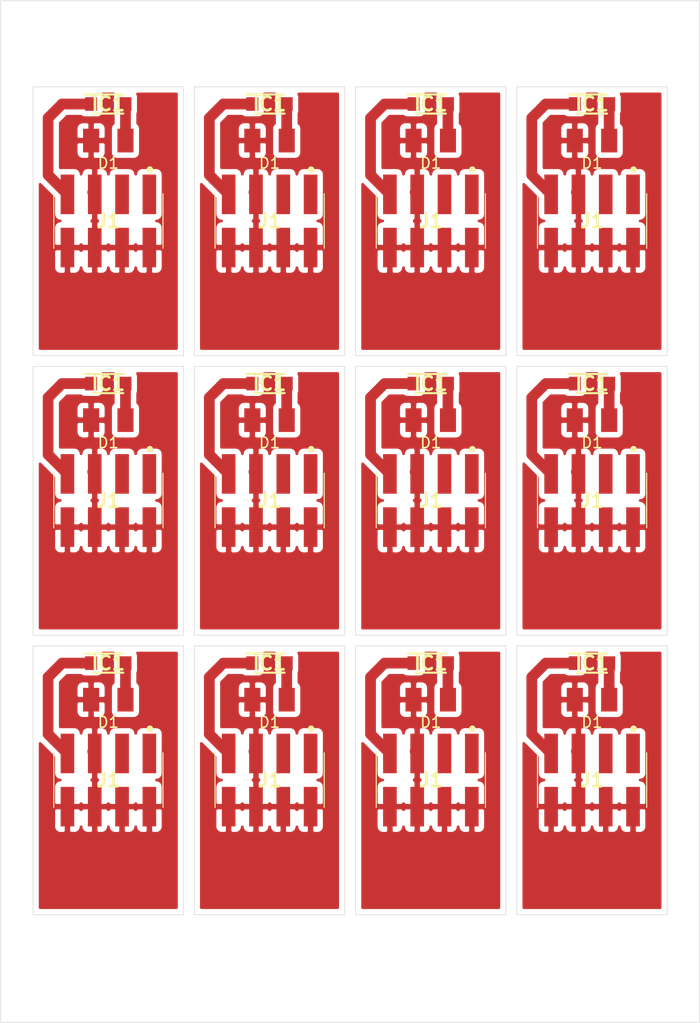
<source format=kicad_pcb>
(kicad_pcb (version 20171130) (host pcbnew "(5.1.6)-1")

  (general
    (thickness 1.6)
    (drawings 75)
    (tracks 84)
    (zones 0)
    (modules 36)
    (nets 4)
  )

  (page A4)
  (layers
    (0 F.Cu signal)
    (31 B.Cu signal hide)
    (32 B.Adhes user hide)
    (33 F.Adhes user hide)
    (34 B.Paste user hide)
    (35 F.Paste user hide)
    (36 B.SilkS user hide)
    (37 F.SilkS user hide)
    (38 B.Mask user hide)
    (39 F.Mask user hide)
    (40 Dwgs.User user hide)
    (41 Cmts.User user hide)
    (42 Eco1.User user hide)
    (43 Eco2.User user)
    (44 Edge.Cuts user)
    (45 Margin user hide)
    (46 B.CrtYd user hide)
    (47 F.CrtYd user hide)
    (48 B.Fab user hide)
    (49 F.Fab user hide)
  )

  (setup
    (last_trace_width 0.25)
    (user_trace_width 0.6)
    (user_trace_width 1)
    (trace_clearance 0.2)
    (zone_clearance 0.508)
    (zone_45_only no)
    (trace_min 0.2)
    (via_size 0.8)
    (via_drill 0.4)
    (via_min_size 0.4)
    (via_min_drill 0.3)
    (uvia_size 0.3)
    (uvia_drill 0.1)
    (uvias_allowed no)
    (uvia_min_size 0.2)
    (uvia_min_drill 0.1)
    (edge_width 0.05)
    (segment_width 0.2)
    (pcb_text_width 0.3)
    (pcb_text_size 1.5 1.5)
    (mod_edge_width 0.12)
    (mod_text_size 1 1)
    (mod_text_width 0.15)
    (pad_size 1.524 1.524)
    (pad_drill 0.762)
    (pad_to_mask_clearance 0.05)
    (aux_axis_origin 0 0)
    (visible_elements 7FFFFFFF)
    (pcbplotparams
      (layerselection 0x00000_7fffffff)
      (usegerberextensions false)
      (usegerberattributes true)
      (usegerberadvancedattributes true)
      (creategerberjobfile true)
      (excludeedgelayer false)
      (linewidth 0.100000)
      (plotframeref false)
      (viasonmask false)
      (mode 1)
      (useauxorigin false)
      (hpglpennumber 1)
      (hpglpenspeed 20)
      (hpglpendiameter 15.000000)
      (psnegative true)
      (psa4output false)
      (plotreference false)
      (plotvalue false)
      (plotinvisibletext false)
      (padsonsilk true)
      (subtractmaskfromsilk false)
      (outputformat 4)
      (mirror false)
      (drillshape 0)
      (scaleselection 1)
      (outputdirectory ""))
  )

  (net 0 "")
  (net 1 GND)
  (net 2 "Net-(D1-Pad2)")
  (net 3 +3V3)

  (net_class Default "This is the default net class."
    (clearance 0.2)
    (trace_width 0.25)
    (via_dia 0.8)
    (via_drill 0.4)
    (uvia_dia 0.3)
    (uvia_drill 0.1)
    (add_net +3V3)
    (add_net GND)
    (add_net "Net-(D1-Pad2)")
  )

  (module MiniSpec2:APD3224SECK-F01 (layer F.Cu) (tedit 5F488171) (tstamp 5F494476)
    (at 191 138)
    (path /5F488D82)
    (fp_text reference D1 (at 0 2.1) (layer F.SilkS)
      (effects (font (size 1 1) (thickness 0.15)))
    )
    (fp_text value LED (at 0 -2.1) (layer F.Fab)
      (effects (font (size 1 1) (thickness 0.15)))
    )
    (pad 1 smd rect (at -1.6 0) (size 1.5 2.2) (layers F.Cu F.Paste F.Mask)
      (net 1 GND))
    (pad 2 smd rect (at 1.6 0) (size 1.5 2.2) (layers F.Cu F.Paste F.Mask)
      (net 2 "Net-(D1-Pad2)"))
  )

  (module SamacSys_Parts:SODFL3718X100N (layer F.Cu) (tedit 5F3F029A) (tstamp 5F494466)
    (at 146 134.6)
    (descr AL5809-20P1-7-)
    (tags "Integrated Circuit")
    (path /5F48821C)
    (attr smd)
    (fp_text reference IC1 (at 0 0) (layer F.SilkS)
      (effects (font (size 1.27 1.27) (thickness 0.254)))
    )
    (fp_text value AL5809-20P1-7 (at 0 0) (layer F.SilkS) hide
      (effects (font (size 1.27 1.27) (thickness 0.254)))
    )
    (fp_line (start -2.31 -1.115) (end 2.31 -1.115) (layer Dwgs.User) (width 0.05))
    (fp_line (start 2.31 -1.115) (end 2.31 1.115) (layer Dwgs.User) (width 0.05))
    (fp_line (start 2.31 1.115) (end -2.31 1.115) (layer Dwgs.User) (width 0.05))
    (fp_line (start -2.31 1.115) (end -2.31 -1.115) (layer Dwgs.User) (width 0.05))
    (fp_line (start -1.4 -0.89) (end 1.4 -0.89) (layer Dwgs.User) (width 0.1))
    (fp_line (start 1.4 -0.89) (end 1.4 0.89) (layer Dwgs.User) (width 0.1))
    (fp_line (start 1.4 0.89) (end -1.4 0.89) (layer Dwgs.User) (width 0.1))
    (fp_line (start -1.4 0.89) (end -1.4 -0.89) (layer Dwgs.User) (width 0.1))
    (fp_line (start -1.4 -0.33) (end -0.84 -0.89) (layer Dwgs.User) (width 0.1))
    (fp_line (start -2.16 -0.89) (end 1.4 -0.89) (layer F.SilkS) (width 0.2))
    (fp_line (start -1.4 0.89) (end 1.4 0.89) (layer F.SilkS) (width 0.2))
    (pad 2 smd rect (at 1.6 0) (size 1.12 1.27) (layers F.Cu F.Paste F.Mask)
      (net 2 "Net-(D1-Pad2)"))
    (pad 1 smd rect (at -1.6 0) (size 1.12 1.27) (layers F.Cu F.Paste F.Mask)
      (net 3 +3V3))
  )

  (module SamacSys_Parts:TSM-104-YY-ZZZ-DV-P-TR (layer F.Cu) (tedit 5F3F11ED) (tstamp 5F494450)
    (at 191.01 145.475)
    (descr TSM-104-YY-ZZZ-DV-P-TR)
    (tags Connector)
    (path /5F3F1E47)
    (attr smd)
    (fp_text reference J1 (at 0 0) (layer F.SilkS)
      (effects (font (size 1.27 1.27) (thickness 0.254)))
    )
    (fp_text value TSM-104-02-S-DV-P-TR (at 0 0) (layer F.SilkS) hide
      (effects (font (size 1.27 1.27) (thickness 0.254)))
    )
    (fp_circle (center 3.86 -4.775) (end 3.81 -4.775) (layer F.SilkS) (width 0.254))
    (fp_line (start -6.28 5.315) (end -6.28 -5.875) (layer Dwgs.User) (width 0.05))
    (fp_line (start 6.28 5.315) (end -6.28 5.315) (layer Dwgs.User) (width 0.05))
    (fp_line (start 6.28 -5.875) (end 6.28 5.315) (layer Dwgs.User) (width 0.05))
    (fp_line (start -6.28 -5.875) (end 6.28 -5.875) (layer Dwgs.User) (width 0.05))
    (fp_line (start -5.08 2.54) (end -5.08 -2.54) (layer F.SilkS) (width 0.1))
    (fp_line (start 5.08 -2.54) (end 5.08 2.54) (layer F.SilkS) (width 0.1))
    (fp_line (start -5.08 2.54) (end -5.08 -2.54) (layer Dwgs.User) (width 0.2))
    (fp_line (start 5.08 2.54) (end -5.08 2.54) (layer Dwgs.User) (width 0.2))
    (fp_line (start 5.08 -2.54) (end 5.08 2.54) (layer Dwgs.User) (width 0.2))
    (fp_line (start -5.08 -2.54) (end 5.08 -2.54) (layer Dwgs.User) (width 0.2))
    (pad 1 smd rect (at 3.81 -2.475) (size 1.27 3.68) (layers F.Cu F.Paste F.Mask))
    (pad 2 smd rect (at 3.81 2.475) (size 1.27 3.68) (layers F.Cu F.Paste F.Mask)
      (net 1 GND))
    (pad 3 smd rect (at 1.27 -2.475) (size 1.27 3.68) (layers F.Cu F.Paste F.Mask))
    (pad 4 smd rect (at 1.27 2.475) (size 1.27 3.68) (layers F.Cu F.Paste F.Mask)
      (net 1 GND))
    (pad 5 smd rect (at -1.27 -2.475) (size 1.27 3.68) (layers F.Cu F.Paste F.Mask)
      (net 1 GND))
    (pad 6 smd rect (at -1.27 2.475) (size 1.27 3.68) (layers F.Cu F.Paste F.Mask)
      (net 1 GND))
    (pad 7 smd rect (at -3.81 -2.475) (size 1.27 3.68) (layers F.Cu F.Paste F.Mask)
      (net 3 +3V3))
    (pad 8 smd rect (at -3.81 2.475) (size 1.27 3.68) (layers F.Cu F.Paste F.Mask)
      (net 1 GND))
  )

  (module MiniSpec2:APD3224SECK-F01 (layer F.Cu) (tedit 5F488171) (tstamp 5F49444B)
    (at 146 138)
    (path /5F488D82)
    (fp_text reference D1 (at 0 2.1) (layer F.SilkS)
      (effects (font (size 1 1) (thickness 0.15)))
    )
    (fp_text value LED (at 0 -2.1) (layer F.Fab)
      (effects (font (size 1 1) (thickness 0.15)))
    )
    (pad 2 smd rect (at 1.6 0) (size 1.5 2.2) (layers F.Cu F.Paste F.Mask)
      (net 2 "Net-(D1-Pad2)"))
    (pad 1 smd rect (at -1.6 0) (size 1.5 2.2) (layers F.Cu F.Paste F.Mask)
      (net 1 GND))
  )

  (module SamacSys_Parts:TSM-104-YY-ZZZ-DV-P-TR (layer F.Cu) (tedit 5F3F11ED) (tstamp 5F494435)
    (at 146.01 145.475)
    (descr TSM-104-YY-ZZZ-DV-P-TR)
    (tags Connector)
    (path /5F3F1E47)
    (attr smd)
    (fp_text reference J1 (at 0 0) (layer F.SilkS)
      (effects (font (size 1.27 1.27) (thickness 0.254)))
    )
    (fp_text value TSM-104-02-S-DV-P-TR (at 0 0) (layer F.SilkS) hide
      (effects (font (size 1.27 1.27) (thickness 0.254)))
    )
    (fp_line (start -5.08 -2.54) (end 5.08 -2.54) (layer Dwgs.User) (width 0.2))
    (fp_line (start 5.08 -2.54) (end 5.08 2.54) (layer Dwgs.User) (width 0.2))
    (fp_line (start 5.08 2.54) (end -5.08 2.54) (layer Dwgs.User) (width 0.2))
    (fp_line (start -5.08 2.54) (end -5.08 -2.54) (layer Dwgs.User) (width 0.2))
    (fp_line (start 5.08 -2.54) (end 5.08 2.54) (layer F.SilkS) (width 0.1))
    (fp_line (start -5.08 2.54) (end -5.08 -2.54) (layer F.SilkS) (width 0.1))
    (fp_line (start -6.28 -5.875) (end 6.28 -5.875) (layer Dwgs.User) (width 0.05))
    (fp_line (start 6.28 -5.875) (end 6.28 5.315) (layer Dwgs.User) (width 0.05))
    (fp_line (start 6.28 5.315) (end -6.28 5.315) (layer Dwgs.User) (width 0.05))
    (fp_line (start -6.28 5.315) (end -6.28 -5.875) (layer Dwgs.User) (width 0.05))
    (fp_circle (center 3.86 -4.775) (end 3.81 -4.775) (layer F.SilkS) (width 0.254))
    (pad 8 smd rect (at -3.81 2.475) (size 1.27 3.68) (layers F.Cu F.Paste F.Mask)
      (net 1 GND))
    (pad 7 smd rect (at -3.81 -2.475) (size 1.27 3.68) (layers F.Cu F.Paste F.Mask)
      (net 3 +3V3))
    (pad 6 smd rect (at -1.27 2.475) (size 1.27 3.68) (layers F.Cu F.Paste F.Mask)
      (net 1 GND))
    (pad 5 smd rect (at -1.27 -2.475) (size 1.27 3.68) (layers F.Cu F.Paste F.Mask)
      (net 1 GND))
    (pad 4 smd rect (at 1.27 2.475) (size 1.27 3.68) (layers F.Cu F.Paste F.Mask)
      (net 1 GND))
    (pad 3 smd rect (at 1.27 -2.475) (size 1.27 3.68) (layers F.Cu F.Paste F.Mask))
    (pad 2 smd rect (at 3.81 2.475) (size 1.27 3.68) (layers F.Cu F.Paste F.Mask)
      (net 1 GND))
    (pad 1 smd rect (at 3.81 -2.475) (size 1.27 3.68) (layers F.Cu F.Paste F.Mask))
  )

  (module SamacSys_Parts:SODFL3718X100N (layer F.Cu) (tedit 5F3F029A) (tstamp 5F494425)
    (at 176 134.6)
    (descr AL5809-20P1-7-)
    (tags "Integrated Circuit")
    (path /5F48821C)
    (attr smd)
    (fp_text reference IC1 (at 0 0) (layer F.SilkS)
      (effects (font (size 1.27 1.27) (thickness 0.254)))
    )
    (fp_text value AL5809-20P1-7 (at 0 0) (layer F.SilkS) hide
      (effects (font (size 1.27 1.27) (thickness 0.254)))
    )
    (fp_line (start -2.31 -1.115) (end 2.31 -1.115) (layer Dwgs.User) (width 0.05))
    (fp_line (start 2.31 -1.115) (end 2.31 1.115) (layer Dwgs.User) (width 0.05))
    (fp_line (start 2.31 1.115) (end -2.31 1.115) (layer Dwgs.User) (width 0.05))
    (fp_line (start -2.31 1.115) (end -2.31 -1.115) (layer Dwgs.User) (width 0.05))
    (fp_line (start -1.4 -0.89) (end 1.4 -0.89) (layer Dwgs.User) (width 0.1))
    (fp_line (start 1.4 -0.89) (end 1.4 0.89) (layer Dwgs.User) (width 0.1))
    (fp_line (start 1.4 0.89) (end -1.4 0.89) (layer Dwgs.User) (width 0.1))
    (fp_line (start -1.4 0.89) (end -1.4 -0.89) (layer Dwgs.User) (width 0.1))
    (fp_line (start -1.4 -0.33) (end -0.84 -0.89) (layer Dwgs.User) (width 0.1))
    (fp_line (start -2.16 -0.89) (end 1.4 -0.89) (layer F.SilkS) (width 0.2))
    (fp_line (start -1.4 0.89) (end 1.4 0.89) (layer F.SilkS) (width 0.2))
    (pad 2 smd rect (at 1.6 0) (size 1.12 1.27) (layers F.Cu F.Paste F.Mask)
      (net 2 "Net-(D1-Pad2)"))
    (pad 1 smd rect (at -1.6 0) (size 1.12 1.27) (layers F.Cu F.Paste F.Mask)
      (net 3 +3V3))
  )

  (module MiniSpec2:APD3224SECK-F01 (layer F.Cu) (tedit 5F488171) (tstamp 5F494420)
    (at 176 138)
    (path /5F488D82)
    (fp_text reference D1 (at 0 2.1) (layer F.SilkS)
      (effects (font (size 1 1) (thickness 0.15)))
    )
    (fp_text value LED (at 0 -2.1) (layer F.Fab)
      (effects (font (size 1 1) (thickness 0.15)))
    )
    (pad 2 smd rect (at 1.6 0) (size 1.5 2.2) (layers F.Cu F.Paste F.Mask)
      (net 2 "Net-(D1-Pad2)"))
    (pad 1 smd rect (at -1.6 0) (size 1.5 2.2) (layers F.Cu F.Paste F.Mask)
      (net 1 GND))
  )

  (module MiniSpec2:APD3224SECK-F01 (layer F.Cu) (tedit 5F488171) (tstamp 5F49441B)
    (at 161 138)
    (path /5F488D82)
    (fp_text reference D1 (at 0 2.1) (layer F.SilkS)
      (effects (font (size 1 1) (thickness 0.15)))
    )
    (fp_text value LED (at 0 -2.1) (layer F.Fab)
      (effects (font (size 1 1) (thickness 0.15)))
    )
    (pad 1 smd rect (at -1.6 0) (size 1.5 2.2) (layers F.Cu F.Paste F.Mask)
      (net 1 GND))
    (pad 2 smd rect (at 1.6 0) (size 1.5 2.2) (layers F.Cu F.Paste F.Mask)
      (net 2 "Net-(D1-Pad2)"))
  )

  (module SamacSys_Parts:SODFL3718X100N (layer F.Cu) (tedit 5F3F029A) (tstamp 5F49440B)
    (at 191 134.6)
    (descr AL5809-20P1-7-)
    (tags "Integrated Circuit")
    (path /5F48821C)
    (attr smd)
    (fp_text reference IC1 (at 0 0) (layer F.SilkS)
      (effects (font (size 1.27 1.27) (thickness 0.254)))
    )
    (fp_text value AL5809-20P1-7 (at 0 0) (layer F.SilkS) hide
      (effects (font (size 1.27 1.27) (thickness 0.254)))
    )
    (fp_line (start -1.4 0.89) (end 1.4 0.89) (layer F.SilkS) (width 0.2))
    (fp_line (start -2.16 -0.89) (end 1.4 -0.89) (layer F.SilkS) (width 0.2))
    (fp_line (start -1.4 -0.33) (end -0.84 -0.89) (layer Dwgs.User) (width 0.1))
    (fp_line (start -1.4 0.89) (end -1.4 -0.89) (layer Dwgs.User) (width 0.1))
    (fp_line (start 1.4 0.89) (end -1.4 0.89) (layer Dwgs.User) (width 0.1))
    (fp_line (start 1.4 -0.89) (end 1.4 0.89) (layer Dwgs.User) (width 0.1))
    (fp_line (start -1.4 -0.89) (end 1.4 -0.89) (layer Dwgs.User) (width 0.1))
    (fp_line (start -2.31 1.115) (end -2.31 -1.115) (layer Dwgs.User) (width 0.05))
    (fp_line (start 2.31 1.115) (end -2.31 1.115) (layer Dwgs.User) (width 0.05))
    (fp_line (start 2.31 -1.115) (end 2.31 1.115) (layer Dwgs.User) (width 0.05))
    (fp_line (start -2.31 -1.115) (end 2.31 -1.115) (layer Dwgs.User) (width 0.05))
    (pad 1 smd rect (at -1.6 0) (size 1.12 1.27) (layers F.Cu F.Paste F.Mask)
      (net 3 +3V3))
    (pad 2 smd rect (at 1.6 0) (size 1.12 1.27) (layers F.Cu F.Paste F.Mask)
      (net 2 "Net-(D1-Pad2)"))
  )

  (module SamacSys_Parts:TSM-104-YY-ZZZ-DV-P-TR (layer F.Cu) (tedit 5F3F11ED) (tstamp 5F4943F5)
    (at 161.01 145.475)
    (descr TSM-104-YY-ZZZ-DV-P-TR)
    (tags Connector)
    (path /5F3F1E47)
    (attr smd)
    (fp_text reference J1 (at 0 0) (layer F.SilkS)
      (effects (font (size 1.27 1.27) (thickness 0.254)))
    )
    (fp_text value TSM-104-02-S-DV-P-TR (at 0 0) (layer F.SilkS) hide
      (effects (font (size 1.27 1.27) (thickness 0.254)))
    )
    (fp_circle (center 3.86 -4.775) (end 3.81 -4.775) (layer F.SilkS) (width 0.254))
    (fp_line (start -6.28 5.315) (end -6.28 -5.875) (layer Dwgs.User) (width 0.05))
    (fp_line (start 6.28 5.315) (end -6.28 5.315) (layer Dwgs.User) (width 0.05))
    (fp_line (start 6.28 -5.875) (end 6.28 5.315) (layer Dwgs.User) (width 0.05))
    (fp_line (start -6.28 -5.875) (end 6.28 -5.875) (layer Dwgs.User) (width 0.05))
    (fp_line (start -5.08 2.54) (end -5.08 -2.54) (layer F.SilkS) (width 0.1))
    (fp_line (start 5.08 -2.54) (end 5.08 2.54) (layer F.SilkS) (width 0.1))
    (fp_line (start -5.08 2.54) (end -5.08 -2.54) (layer Dwgs.User) (width 0.2))
    (fp_line (start 5.08 2.54) (end -5.08 2.54) (layer Dwgs.User) (width 0.2))
    (fp_line (start 5.08 -2.54) (end 5.08 2.54) (layer Dwgs.User) (width 0.2))
    (fp_line (start -5.08 -2.54) (end 5.08 -2.54) (layer Dwgs.User) (width 0.2))
    (pad 1 smd rect (at 3.81 -2.475) (size 1.27 3.68) (layers F.Cu F.Paste F.Mask))
    (pad 2 smd rect (at 3.81 2.475) (size 1.27 3.68) (layers F.Cu F.Paste F.Mask)
      (net 1 GND))
    (pad 3 smd rect (at 1.27 -2.475) (size 1.27 3.68) (layers F.Cu F.Paste F.Mask))
    (pad 4 smd rect (at 1.27 2.475) (size 1.27 3.68) (layers F.Cu F.Paste F.Mask)
      (net 1 GND))
    (pad 5 smd rect (at -1.27 -2.475) (size 1.27 3.68) (layers F.Cu F.Paste F.Mask)
      (net 1 GND))
    (pad 6 smd rect (at -1.27 2.475) (size 1.27 3.68) (layers F.Cu F.Paste F.Mask)
      (net 1 GND))
    (pad 7 smd rect (at -3.81 -2.475) (size 1.27 3.68) (layers F.Cu F.Paste F.Mask)
      (net 3 +3V3))
    (pad 8 smd rect (at -3.81 2.475) (size 1.27 3.68) (layers F.Cu F.Paste F.Mask)
      (net 1 GND))
  )

  (module SamacSys_Parts:SODFL3718X100N (layer F.Cu) (tedit 5F3F029A) (tstamp 5F4943E5)
    (at 161 134.6)
    (descr AL5809-20P1-7-)
    (tags "Integrated Circuit")
    (path /5F48821C)
    (attr smd)
    (fp_text reference IC1 (at 0 0) (layer F.SilkS)
      (effects (font (size 1.27 1.27) (thickness 0.254)))
    )
    (fp_text value AL5809-20P1-7 (at 0 0) (layer F.SilkS) hide
      (effects (font (size 1.27 1.27) (thickness 0.254)))
    )
    (fp_line (start -1.4 0.89) (end 1.4 0.89) (layer F.SilkS) (width 0.2))
    (fp_line (start -2.16 -0.89) (end 1.4 -0.89) (layer F.SilkS) (width 0.2))
    (fp_line (start -1.4 -0.33) (end -0.84 -0.89) (layer Dwgs.User) (width 0.1))
    (fp_line (start -1.4 0.89) (end -1.4 -0.89) (layer Dwgs.User) (width 0.1))
    (fp_line (start 1.4 0.89) (end -1.4 0.89) (layer Dwgs.User) (width 0.1))
    (fp_line (start 1.4 -0.89) (end 1.4 0.89) (layer Dwgs.User) (width 0.1))
    (fp_line (start -1.4 -0.89) (end 1.4 -0.89) (layer Dwgs.User) (width 0.1))
    (fp_line (start -2.31 1.115) (end -2.31 -1.115) (layer Dwgs.User) (width 0.05))
    (fp_line (start 2.31 1.115) (end -2.31 1.115) (layer Dwgs.User) (width 0.05))
    (fp_line (start 2.31 -1.115) (end 2.31 1.115) (layer Dwgs.User) (width 0.05))
    (fp_line (start -2.31 -1.115) (end 2.31 -1.115) (layer Dwgs.User) (width 0.05))
    (pad 1 smd rect (at -1.6 0) (size 1.12 1.27) (layers F.Cu F.Paste F.Mask)
      (net 3 +3V3))
    (pad 2 smd rect (at 1.6 0) (size 1.12 1.27) (layers F.Cu F.Paste F.Mask)
      (net 2 "Net-(D1-Pad2)"))
  )

  (module SamacSys_Parts:TSM-104-YY-ZZZ-DV-P-TR (layer F.Cu) (tedit 5F3F11ED) (tstamp 5F4943CF)
    (at 176.01 145.475)
    (descr TSM-104-YY-ZZZ-DV-P-TR)
    (tags Connector)
    (path /5F3F1E47)
    (attr smd)
    (fp_text reference J1 (at 0 0) (layer F.SilkS)
      (effects (font (size 1.27 1.27) (thickness 0.254)))
    )
    (fp_text value TSM-104-02-S-DV-P-TR (at 0 0) (layer F.SilkS) hide
      (effects (font (size 1.27 1.27) (thickness 0.254)))
    )
    (fp_line (start -5.08 -2.54) (end 5.08 -2.54) (layer Dwgs.User) (width 0.2))
    (fp_line (start 5.08 -2.54) (end 5.08 2.54) (layer Dwgs.User) (width 0.2))
    (fp_line (start 5.08 2.54) (end -5.08 2.54) (layer Dwgs.User) (width 0.2))
    (fp_line (start -5.08 2.54) (end -5.08 -2.54) (layer Dwgs.User) (width 0.2))
    (fp_line (start 5.08 -2.54) (end 5.08 2.54) (layer F.SilkS) (width 0.1))
    (fp_line (start -5.08 2.54) (end -5.08 -2.54) (layer F.SilkS) (width 0.1))
    (fp_line (start -6.28 -5.875) (end 6.28 -5.875) (layer Dwgs.User) (width 0.05))
    (fp_line (start 6.28 -5.875) (end 6.28 5.315) (layer Dwgs.User) (width 0.05))
    (fp_line (start 6.28 5.315) (end -6.28 5.315) (layer Dwgs.User) (width 0.05))
    (fp_line (start -6.28 5.315) (end -6.28 -5.875) (layer Dwgs.User) (width 0.05))
    (fp_circle (center 3.86 -4.775) (end 3.81 -4.775) (layer F.SilkS) (width 0.254))
    (pad 8 smd rect (at -3.81 2.475) (size 1.27 3.68) (layers F.Cu F.Paste F.Mask)
      (net 1 GND))
    (pad 7 smd rect (at -3.81 -2.475) (size 1.27 3.68) (layers F.Cu F.Paste F.Mask)
      (net 3 +3V3))
    (pad 6 smd rect (at -1.27 2.475) (size 1.27 3.68) (layers F.Cu F.Paste F.Mask)
      (net 1 GND))
    (pad 5 smd rect (at -1.27 -2.475) (size 1.27 3.68) (layers F.Cu F.Paste F.Mask)
      (net 1 GND))
    (pad 4 smd rect (at 1.27 2.475) (size 1.27 3.68) (layers F.Cu F.Paste F.Mask)
      (net 1 GND))
    (pad 3 smd rect (at 1.27 -2.475) (size 1.27 3.68) (layers F.Cu F.Paste F.Mask))
    (pad 2 smd rect (at 3.81 2.475) (size 1.27 3.68) (layers F.Cu F.Paste F.Mask)
      (net 1 GND))
    (pad 1 smd rect (at 3.81 -2.475) (size 1.27 3.68) (layers F.Cu F.Paste F.Mask))
  )

  (module SamacSys_Parts:SODFL3718X100N (layer F.Cu) (tedit 5F3F029A) (tstamp 5F4942B7)
    (at 146 108.6)
    (descr AL5809-20P1-7-)
    (tags "Integrated Circuit")
    (path /5F48821C)
    (attr smd)
    (fp_text reference IC1 (at 0 0) (layer F.SilkS)
      (effects (font (size 1.27 1.27) (thickness 0.254)))
    )
    (fp_text value AL5809-20P1-7 (at 0 0) (layer F.SilkS) hide
      (effects (font (size 1.27 1.27) (thickness 0.254)))
    )
    (fp_line (start -1.4 0.89) (end 1.4 0.89) (layer F.SilkS) (width 0.2))
    (fp_line (start -2.16 -0.89) (end 1.4 -0.89) (layer F.SilkS) (width 0.2))
    (fp_line (start -1.4 -0.33) (end -0.84 -0.89) (layer Dwgs.User) (width 0.1))
    (fp_line (start -1.4 0.89) (end -1.4 -0.89) (layer Dwgs.User) (width 0.1))
    (fp_line (start 1.4 0.89) (end -1.4 0.89) (layer Dwgs.User) (width 0.1))
    (fp_line (start 1.4 -0.89) (end 1.4 0.89) (layer Dwgs.User) (width 0.1))
    (fp_line (start -1.4 -0.89) (end 1.4 -0.89) (layer Dwgs.User) (width 0.1))
    (fp_line (start -2.31 1.115) (end -2.31 -1.115) (layer Dwgs.User) (width 0.05))
    (fp_line (start 2.31 1.115) (end -2.31 1.115) (layer Dwgs.User) (width 0.05))
    (fp_line (start 2.31 -1.115) (end 2.31 1.115) (layer Dwgs.User) (width 0.05))
    (fp_line (start -2.31 -1.115) (end 2.31 -1.115) (layer Dwgs.User) (width 0.05))
    (pad 1 smd rect (at -1.6 0) (size 1.12 1.27) (layers F.Cu F.Paste F.Mask)
      (net 3 +3V3))
    (pad 2 smd rect (at 1.6 0) (size 1.12 1.27) (layers F.Cu F.Paste F.Mask)
      (net 2 "Net-(D1-Pad2)"))
  )

  (module SamacSys_Parts:SODFL3718X100N (layer F.Cu) (tedit 5F3F029A) (tstamp 5F4942A7)
    (at 161 108.6)
    (descr AL5809-20P1-7-)
    (tags "Integrated Circuit")
    (path /5F48821C)
    (attr smd)
    (fp_text reference IC1 (at 0 0) (layer F.SilkS)
      (effects (font (size 1.27 1.27) (thickness 0.254)))
    )
    (fp_text value AL5809-20P1-7 (at 0 0) (layer F.SilkS) hide
      (effects (font (size 1.27 1.27) (thickness 0.254)))
    )
    (fp_line (start -2.31 -1.115) (end 2.31 -1.115) (layer Dwgs.User) (width 0.05))
    (fp_line (start 2.31 -1.115) (end 2.31 1.115) (layer Dwgs.User) (width 0.05))
    (fp_line (start 2.31 1.115) (end -2.31 1.115) (layer Dwgs.User) (width 0.05))
    (fp_line (start -2.31 1.115) (end -2.31 -1.115) (layer Dwgs.User) (width 0.05))
    (fp_line (start -1.4 -0.89) (end 1.4 -0.89) (layer Dwgs.User) (width 0.1))
    (fp_line (start 1.4 -0.89) (end 1.4 0.89) (layer Dwgs.User) (width 0.1))
    (fp_line (start 1.4 0.89) (end -1.4 0.89) (layer Dwgs.User) (width 0.1))
    (fp_line (start -1.4 0.89) (end -1.4 -0.89) (layer Dwgs.User) (width 0.1))
    (fp_line (start -1.4 -0.33) (end -0.84 -0.89) (layer Dwgs.User) (width 0.1))
    (fp_line (start -2.16 -0.89) (end 1.4 -0.89) (layer F.SilkS) (width 0.2))
    (fp_line (start -1.4 0.89) (end 1.4 0.89) (layer F.SilkS) (width 0.2))
    (pad 2 smd rect (at 1.6 0) (size 1.12 1.27) (layers F.Cu F.Paste F.Mask)
      (net 2 "Net-(D1-Pad2)"))
    (pad 1 smd rect (at -1.6 0) (size 1.12 1.27) (layers F.Cu F.Paste F.Mask)
      (net 3 +3V3))
  )

  (module SamacSys_Parts:TSM-104-YY-ZZZ-DV-P-TR (layer F.Cu) (tedit 5F3F11ED) (tstamp 5F494291)
    (at 191.01 119.475)
    (descr TSM-104-YY-ZZZ-DV-P-TR)
    (tags Connector)
    (path /5F3F1E47)
    (attr smd)
    (fp_text reference J1 (at 0 0) (layer F.SilkS)
      (effects (font (size 1.27 1.27) (thickness 0.254)))
    )
    (fp_text value TSM-104-02-S-DV-P-TR (at 0 0) (layer F.SilkS) hide
      (effects (font (size 1.27 1.27) (thickness 0.254)))
    )
    (fp_line (start -5.08 -2.54) (end 5.08 -2.54) (layer Dwgs.User) (width 0.2))
    (fp_line (start 5.08 -2.54) (end 5.08 2.54) (layer Dwgs.User) (width 0.2))
    (fp_line (start 5.08 2.54) (end -5.08 2.54) (layer Dwgs.User) (width 0.2))
    (fp_line (start -5.08 2.54) (end -5.08 -2.54) (layer Dwgs.User) (width 0.2))
    (fp_line (start 5.08 -2.54) (end 5.08 2.54) (layer F.SilkS) (width 0.1))
    (fp_line (start -5.08 2.54) (end -5.08 -2.54) (layer F.SilkS) (width 0.1))
    (fp_line (start -6.28 -5.875) (end 6.28 -5.875) (layer Dwgs.User) (width 0.05))
    (fp_line (start 6.28 -5.875) (end 6.28 5.315) (layer Dwgs.User) (width 0.05))
    (fp_line (start 6.28 5.315) (end -6.28 5.315) (layer Dwgs.User) (width 0.05))
    (fp_line (start -6.28 5.315) (end -6.28 -5.875) (layer Dwgs.User) (width 0.05))
    (fp_circle (center 3.86 -4.775) (end 3.81 -4.775) (layer F.SilkS) (width 0.254))
    (pad 8 smd rect (at -3.81 2.475) (size 1.27 3.68) (layers F.Cu F.Paste F.Mask)
      (net 1 GND))
    (pad 7 smd rect (at -3.81 -2.475) (size 1.27 3.68) (layers F.Cu F.Paste F.Mask)
      (net 3 +3V3))
    (pad 6 smd rect (at -1.27 2.475) (size 1.27 3.68) (layers F.Cu F.Paste F.Mask)
      (net 1 GND))
    (pad 5 smd rect (at -1.27 -2.475) (size 1.27 3.68) (layers F.Cu F.Paste F.Mask)
      (net 1 GND))
    (pad 4 smd rect (at 1.27 2.475) (size 1.27 3.68) (layers F.Cu F.Paste F.Mask)
      (net 1 GND))
    (pad 3 smd rect (at 1.27 -2.475) (size 1.27 3.68) (layers F.Cu F.Paste F.Mask))
    (pad 2 smd rect (at 3.81 2.475) (size 1.27 3.68) (layers F.Cu F.Paste F.Mask)
      (net 1 GND))
    (pad 1 smd rect (at 3.81 -2.475) (size 1.27 3.68) (layers F.Cu F.Paste F.Mask))
  )

  (module MiniSpec2:APD3224SECK-F01 (layer F.Cu) (tedit 5F488171) (tstamp 5F49428C)
    (at 146 112)
    (path /5F488D82)
    (fp_text reference D1 (at 0 2.1) (layer F.SilkS)
      (effects (font (size 1 1) (thickness 0.15)))
    )
    (fp_text value LED (at 0 -2.1) (layer F.Fab)
      (effects (font (size 1 1) (thickness 0.15)))
    )
    (pad 1 smd rect (at -1.6 0) (size 1.5 2.2) (layers F.Cu F.Paste F.Mask)
      (net 1 GND))
    (pad 2 smd rect (at 1.6 0) (size 1.5 2.2) (layers F.Cu F.Paste F.Mask)
      (net 2 "Net-(D1-Pad2)"))
  )

  (module SamacSys_Parts:SODFL3718X100N (layer F.Cu) (tedit 5F3F029A) (tstamp 5F49427C)
    (at 191 108.6)
    (descr AL5809-20P1-7-)
    (tags "Integrated Circuit")
    (path /5F48821C)
    (attr smd)
    (fp_text reference IC1 (at 0 0) (layer F.SilkS)
      (effects (font (size 1.27 1.27) (thickness 0.254)))
    )
    (fp_text value AL5809-20P1-7 (at 0 0) (layer F.SilkS) hide
      (effects (font (size 1.27 1.27) (thickness 0.254)))
    )
    (fp_line (start -2.31 -1.115) (end 2.31 -1.115) (layer Dwgs.User) (width 0.05))
    (fp_line (start 2.31 -1.115) (end 2.31 1.115) (layer Dwgs.User) (width 0.05))
    (fp_line (start 2.31 1.115) (end -2.31 1.115) (layer Dwgs.User) (width 0.05))
    (fp_line (start -2.31 1.115) (end -2.31 -1.115) (layer Dwgs.User) (width 0.05))
    (fp_line (start -1.4 -0.89) (end 1.4 -0.89) (layer Dwgs.User) (width 0.1))
    (fp_line (start 1.4 -0.89) (end 1.4 0.89) (layer Dwgs.User) (width 0.1))
    (fp_line (start 1.4 0.89) (end -1.4 0.89) (layer Dwgs.User) (width 0.1))
    (fp_line (start -1.4 0.89) (end -1.4 -0.89) (layer Dwgs.User) (width 0.1))
    (fp_line (start -1.4 -0.33) (end -0.84 -0.89) (layer Dwgs.User) (width 0.1))
    (fp_line (start -2.16 -0.89) (end 1.4 -0.89) (layer F.SilkS) (width 0.2))
    (fp_line (start -1.4 0.89) (end 1.4 0.89) (layer F.SilkS) (width 0.2))
    (pad 2 smd rect (at 1.6 0) (size 1.12 1.27) (layers F.Cu F.Paste F.Mask)
      (net 2 "Net-(D1-Pad2)"))
    (pad 1 smd rect (at -1.6 0) (size 1.12 1.27) (layers F.Cu F.Paste F.Mask)
      (net 3 +3V3))
  )

  (module SamacSys_Parts:TSM-104-YY-ZZZ-DV-P-TR (layer F.Cu) (tedit 5F3F11ED) (tstamp 5F494266)
    (at 176.01 119.475)
    (descr TSM-104-YY-ZZZ-DV-P-TR)
    (tags Connector)
    (path /5F3F1E47)
    (attr smd)
    (fp_text reference J1 (at 0 0) (layer F.SilkS)
      (effects (font (size 1.27 1.27) (thickness 0.254)))
    )
    (fp_text value TSM-104-02-S-DV-P-TR (at 0 0) (layer F.SilkS) hide
      (effects (font (size 1.27 1.27) (thickness 0.254)))
    )
    (fp_circle (center 3.86 -4.775) (end 3.81 -4.775) (layer F.SilkS) (width 0.254))
    (fp_line (start -6.28 5.315) (end -6.28 -5.875) (layer Dwgs.User) (width 0.05))
    (fp_line (start 6.28 5.315) (end -6.28 5.315) (layer Dwgs.User) (width 0.05))
    (fp_line (start 6.28 -5.875) (end 6.28 5.315) (layer Dwgs.User) (width 0.05))
    (fp_line (start -6.28 -5.875) (end 6.28 -5.875) (layer Dwgs.User) (width 0.05))
    (fp_line (start -5.08 2.54) (end -5.08 -2.54) (layer F.SilkS) (width 0.1))
    (fp_line (start 5.08 -2.54) (end 5.08 2.54) (layer F.SilkS) (width 0.1))
    (fp_line (start -5.08 2.54) (end -5.08 -2.54) (layer Dwgs.User) (width 0.2))
    (fp_line (start 5.08 2.54) (end -5.08 2.54) (layer Dwgs.User) (width 0.2))
    (fp_line (start 5.08 -2.54) (end 5.08 2.54) (layer Dwgs.User) (width 0.2))
    (fp_line (start -5.08 -2.54) (end 5.08 -2.54) (layer Dwgs.User) (width 0.2))
    (pad 1 smd rect (at 3.81 -2.475) (size 1.27 3.68) (layers F.Cu F.Paste F.Mask))
    (pad 2 smd rect (at 3.81 2.475) (size 1.27 3.68) (layers F.Cu F.Paste F.Mask)
      (net 1 GND))
    (pad 3 smd rect (at 1.27 -2.475) (size 1.27 3.68) (layers F.Cu F.Paste F.Mask))
    (pad 4 smd rect (at 1.27 2.475) (size 1.27 3.68) (layers F.Cu F.Paste F.Mask)
      (net 1 GND))
    (pad 5 smd rect (at -1.27 -2.475) (size 1.27 3.68) (layers F.Cu F.Paste F.Mask)
      (net 1 GND))
    (pad 6 smd rect (at -1.27 2.475) (size 1.27 3.68) (layers F.Cu F.Paste F.Mask)
      (net 1 GND))
    (pad 7 smd rect (at -3.81 -2.475) (size 1.27 3.68) (layers F.Cu F.Paste F.Mask)
      (net 3 +3V3))
    (pad 8 smd rect (at -3.81 2.475) (size 1.27 3.68) (layers F.Cu F.Paste F.Mask)
      (net 1 GND))
  )

  (module SamacSys_Parts:TSM-104-YY-ZZZ-DV-P-TR (layer F.Cu) (tedit 5F3F11ED) (tstamp 5F494250)
    (at 146.01 119.475)
    (descr TSM-104-YY-ZZZ-DV-P-TR)
    (tags Connector)
    (path /5F3F1E47)
    (attr smd)
    (fp_text reference J1 (at 0 0) (layer F.SilkS)
      (effects (font (size 1.27 1.27) (thickness 0.254)))
    )
    (fp_text value TSM-104-02-S-DV-P-TR (at 0 0) (layer F.SilkS) hide
      (effects (font (size 1.27 1.27) (thickness 0.254)))
    )
    (fp_circle (center 3.86 -4.775) (end 3.81 -4.775) (layer F.SilkS) (width 0.254))
    (fp_line (start -6.28 5.315) (end -6.28 -5.875) (layer Dwgs.User) (width 0.05))
    (fp_line (start 6.28 5.315) (end -6.28 5.315) (layer Dwgs.User) (width 0.05))
    (fp_line (start 6.28 -5.875) (end 6.28 5.315) (layer Dwgs.User) (width 0.05))
    (fp_line (start -6.28 -5.875) (end 6.28 -5.875) (layer Dwgs.User) (width 0.05))
    (fp_line (start -5.08 2.54) (end -5.08 -2.54) (layer F.SilkS) (width 0.1))
    (fp_line (start 5.08 -2.54) (end 5.08 2.54) (layer F.SilkS) (width 0.1))
    (fp_line (start -5.08 2.54) (end -5.08 -2.54) (layer Dwgs.User) (width 0.2))
    (fp_line (start 5.08 2.54) (end -5.08 2.54) (layer Dwgs.User) (width 0.2))
    (fp_line (start 5.08 -2.54) (end 5.08 2.54) (layer Dwgs.User) (width 0.2))
    (fp_line (start -5.08 -2.54) (end 5.08 -2.54) (layer Dwgs.User) (width 0.2))
    (pad 1 smd rect (at 3.81 -2.475) (size 1.27 3.68) (layers F.Cu F.Paste F.Mask))
    (pad 2 smd rect (at 3.81 2.475) (size 1.27 3.68) (layers F.Cu F.Paste F.Mask)
      (net 1 GND))
    (pad 3 smd rect (at 1.27 -2.475) (size 1.27 3.68) (layers F.Cu F.Paste F.Mask))
    (pad 4 smd rect (at 1.27 2.475) (size 1.27 3.68) (layers F.Cu F.Paste F.Mask)
      (net 1 GND))
    (pad 5 smd rect (at -1.27 -2.475) (size 1.27 3.68) (layers F.Cu F.Paste F.Mask)
      (net 1 GND))
    (pad 6 smd rect (at -1.27 2.475) (size 1.27 3.68) (layers F.Cu F.Paste F.Mask)
      (net 1 GND))
    (pad 7 smd rect (at -3.81 -2.475) (size 1.27 3.68) (layers F.Cu F.Paste F.Mask)
      (net 3 +3V3))
    (pad 8 smd rect (at -3.81 2.475) (size 1.27 3.68) (layers F.Cu F.Paste F.Mask)
      (net 1 GND))
  )

  (module MiniSpec2:APD3224SECK-F01 (layer F.Cu) (tedit 5F488171) (tstamp 5F49424B)
    (at 191 112)
    (path /5F488D82)
    (fp_text reference D1 (at 0 2.1) (layer F.SilkS)
      (effects (font (size 1 1) (thickness 0.15)))
    )
    (fp_text value LED (at 0 -2.1) (layer F.Fab)
      (effects (font (size 1 1) (thickness 0.15)))
    )
    (pad 2 smd rect (at 1.6 0) (size 1.5 2.2) (layers F.Cu F.Paste F.Mask)
      (net 2 "Net-(D1-Pad2)"))
    (pad 1 smd rect (at -1.6 0) (size 1.5 2.2) (layers F.Cu F.Paste F.Mask)
      (net 1 GND))
  )

  (module SamacSys_Parts:SODFL3718X100N (layer F.Cu) (tedit 5F3F029A) (tstamp 5F49423B)
    (at 176 108.6)
    (descr AL5809-20P1-7-)
    (tags "Integrated Circuit")
    (path /5F48821C)
    (attr smd)
    (fp_text reference IC1 (at 0 0) (layer F.SilkS)
      (effects (font (size 1.27 1.27) (thickness 0.254)))
    )
    (fp_text value AL5809-20P1-7 (at 0 0) (layer F.SilkS) hide
      (effects (font (size 1.27 1.27) (thickness 0.254)))
    )
    (fp_line (start -1.4 0.89) (end 1.4 0.89) (layer F.SilkS) (width 0.2))
    (fp_line (start -2.16 -0.89) (end 1.4 -0.89) (layer F.SilkS) (width 0.2))
    (fp_line (start -1.4 -0.33) (end -0.84 -0.89) (layer Dwgs.User) (width 0.1))
    (fp_line (start -1.4 0.89) (end -1.4 -0.89) (layer Dwgs.User) (width 0.1))
    (fp_line (start 1.4 0.89) (end -1.4 0.89) (layer Dwgs.User) (width 0.1))
    (fp_line (start 1.4 -0.89) (end 1.4 0.89) (layer Dwgs.User) (width 0.1))
    (fp_line (start -1.4 -0.89) (end 1.4 -0.89) (layer Dwgs.User) (width 0.1))
    (fp_line (start -2.31 1.115) (end -2.31 -1.115) (layer Dwgs.User) (width 0.05))
    (fp_line (start 2.31 1.115) (end -2.31 1.115) (layer Dwgs.User) (width 0.05))
    (fp_line (start 2.31 -1.115) (end 2.31 1.115) (layer Dwgs.User) (width 0.05))
    (fp_line (start -2.31 -1.115) (end 2.31 -1.115) (layer Dwgs.User) (width 0.05))
    (pad 1 smd rect (at -1.6 0) (size 1.12 1.27) (layers F.Cu F.Paste F.Mask)
      (net 3 +3V3))
    (pad 2 smd rect (at 1.6 0) (size 1.12 1.27) (layers F.Cu F.Paste F.Mask)
      (net 2 "Net-(D1-Pad2)"))
  )

  (module MiniSpec2:APD3224SECK-F01 (layer F.Cu) (tedit 5F488171) (tstamp 5F494236)
    (at 176 112)
    (path /5F488D82)
    (fp_text reference D1 (at 0 2.1) (layer F.SilkS)
      (effects (font (size 1 1) (thickness 0.15)))
    )
    (fp_text value LED (at 0 -2.1) (layer F.Fab)
      (effects (font (size 1 1) (thickness 0.15)))
    )
    (pad 1 smd rect (at -1.6 0) (size 1.5 2.2) (layers F.Cu F.Paste F.Mask)
      (net 1 GND))
    (pad 2 smd rect (at 1.6 0) (size 1.5 2.2) (layers F.Cu F.Paste F.Mask)
      (net 2 "Net-(D1-Pad2)"))
  )

  (module MiniSpec2:APD3224SECK-F01 (layer F.Cu) (tedit 5F488171) (tstamp 5F494231)
    (at 161 112)
    (path /5F488D82)
    (fp_text reference D1 (at 0 2.1) (layer F.SilkS)
      (effects (font (size 1 1) (thickness 0.15)))
    )
    (fp_text value LED (at 0 -2.1) (layer F.Fab)
      (effects (font (size 1 1) (thickness 0.15)))
    )
    (pad 2 smd rect (at 1.6 0) (size 1.5 2.2) (layers F.Cu F.Paste F.Mask)
      (net 2 "Net-(D1-Pad2)"))
    (pad 1 smd rect (at -1.6 0) (size 1.5 2.2) (layers F.Cu F.Paste F.Mask)
      (net 1 GND))
  )

  (module SamacSys_Parts:TSM-104-YY-ZZZ-DV-P-TR (layer F.Cu) (tedit 5F3F11ED) (tstamp 5F49421B)
    (at 161.01 119.475)
    (descr TSM-104-YY-ZZZ-DV-P-TR)
    (tags Connector)
    (path /5F3F1E47)
    (attr smd)
    (fp_text reference J1 (at 0 0) (layer F.SilkS)
      (effects (font (size 1.27 1.27) (thickness 0.254)))
    )
    (fp_text value TSM-104-02-S-DV-P-TR (at 0 0) (layer F.SilkS) hide
      (effects (font (size 1.27 1.27) (thickness 0.254)))
    )
    (fp_line (start -5.08 -2.54) (end 5.08 -2.54) (layer Dwgs.User) (width 0.2))
    (fp_line (start 5.08 -2.54) (end 5.08 2.54) (layer Dwgs.User) (width 0.2))
    (fp_line (start 5.08 2.54) (end -5.08 2.54) (layer Dwgs.User) (width 0.2))
    (fp_line (start -5.08 2.54) (end -5.08 -2.54) (layer Dwgs.User) (width 0.2))
    (fp_line (start 5.08 -2.54) (end 5.08 2.54) (layer F.SilkS) (width 0.1))
    (fp_line (start -5.08 2.54) (end -5.08 -2.54) (layer F.SilkS) (width 0.1))
    (fp_line (start -6.28 -5.875) (end 6.28 -5.875) (layer Dwgs.User) (width 0.05))
    (fp_line (start 6.28 -5.875) (end 6.28 5.315) (layer Dwgs.User) (width 0.05))
    (fp_line (start 6.28 5.315) (end -6.28 5.315) (layer Dwgs.User) (width 0.05))
    (fp_line (start -6.28 5.315) (end -6.28 -5.875) (layer Dwgs.User) (width 0.05))
    (fp_circle (center 3.86 -4.775) (end 3.81 -4.775) (layer F.SilkS) (width 0.254))
    (pad 8 smd rect (at -3.81 2.475) (size 1.27 3.68) (layers F.Cu F.Paste F.Mask)
      (net 1 GND))
    (pad 7 smd rect (at -3.81 -2.475) (size 1.27 3.68) (layers F.Cu F.Paste F.Mask)
      (net 3 +3V3))
    (pad 6 smd rect (at -1.27 2.475) (size 1.27 3.68) (layers F.Cu F.Paste F.Mask)
      (net 1 GND))
    (pad 5 smd rect (at -1.27 -2.475) (size 1.27 3.68) (layers F.Cu F.Paste F.Mask)
      (net 1 GND))
    (pad 4 smd rect (at 1.27 2.475) (size 1.27 3.68) (layers F.Cu F.Paste F.Mask)
      (net 1 GND))
    (pad 3 smd rect (at 1.27 -2.475) (size 1.27 3.68) (layers F.Cu F.Paste F.Mask))
    (pad 2 smd rect (at 3.81 2.475) (size 1.27 3.68) (layers F.Cu F.Paste F.Mask)
      (net 1 GND))
    (pad 1 smd rect (at 3.81 -2.475) (size 1.27 3.68) (layers F.Cu F.Paste F.Mask))
  )

  (module SamacSys_Parts:TSM-104-YY-ZZZ-DV-P-TR (layer F.Cu) (tedit 5F3F11ED) (tstamp 5F493F12)
    (at 191.01 93.475)
    (descr TSM-104-YY-ZZZ-DV-P-TR)
    (tags Connector)
    (path /5F3F1E47)
    (attr smd)
    (fp_text reference J1 (at 0 0) (layer F.SilkS)
      (effects (font (size 1.27 1.27) (thickness 0.254)))
    )
    (fp_text value TSM-104-02-S-DV-P-TR (at 0 0) (layer F.SilkS) hide
      (effects (font (size 1.27 1.27) (thickness 0.254)))
    )
    (fp_circle (center 3.86 -4.775) (end 3.81 -4.775) (layer F.SilkS) (width 0.254))
    (fp_line (start -6.28 5.315) (end -6.28 -5.875) (layer Dwgs.User) (width 0.05))
    (fp_line (start 6.28 5.315) (end -6.28 5.315) (layer Dwgs.User) (width 0.05))
    (fp_line (start 6.28 -5.875) (end 6.28 5.315) (layer Dwgs.User) (width 0.05))
    (fp_line (start -6.28 -5.875) (end 6.28 -5.875) (layer Dwgs.User) (width 0.05))
    (fp_line (start -5.08 2.54) (end -5.08 -2.54) (layer F.SilkS) (width 0.1))
    (fp_line (start 5.08 -2.54) (end 5.08 2.54) (layer F.SilkS) (width 0.1))
    (fp_line (start -5.08 2.54) (end -5.08 -2.54) (layer Dwgs.User) (width 0.2))
    (fp_line (start 5.08 2.54) (end -5.08 2.54) (layer Dwgs.User) (width 0.2))
    (fp_line (start 5.08 -2.54) (end 5.08 2.54) (layer Dwgs.User) (width 0.2))
    (fp_line (start -5.08 -2.54) (end 5.08 -2.54) (layer Dwgs.User) (width 0.2))
    (pad 1 smd rect (at 3.81 -2.475) (size 1.27 3.68) (layers F.Cu F.Paste F.Mask))
    (pad 2 smd rect (at 3.81 2.475) (size 1.27 3.68) (layers F.Cu F.Paste F.Mask)
      (net 1 GND))
    (pad 3 smd rect (at 1.27 -2.475) (size 1.27 3.68) (layers F.Cu F.Paste F.Mask))
    (pad 4 smd rect (at 1.27 2.475) (size 1.27 3.68) (layers F.Cu F.Paste F.Mask)
      (net 1 GND))
    (pad 5 smd rect (at -1.27 -2.475) (size 1.27 3.68) (layers F.Cu F.Paste F.Mask)
      (net 1 GND))
    (pad 6 smd rect (at -1.27 2.475) (size 1.27 3.68) (layers F.Cu F.Paste F.Mask)
      (net 1 GND))
    (pad 7 smd rect (at -3.81 -2.475) (size 1.27 3.68) (layers F.Cu F.Paste F.Mask)
      (net 3 +3V3))
    (pad 8 smd rect (at -3.81 2.475) (size 1.27 3.68) (layers F.Cu F.Paste F.Mask)
      (net 1 GND))
  )

  (module SamacSys_Parts:SODFL3718X100N (layer F.Cu) (tedit 5F3F029A) (tstamp 5F493F02)
    (at 191 82.6)
    (descr AL5809-20P1-7-)
    (tags "Integrated Circuit")
    (path /5F48821C)
    (attr smd)
    (fp_text reference IC1 (at 0 0) (layer F.SilkS)
      (effects (font (size 1.27 1.27) (thickness 0.254)))
    )
    (fp_text value AL5809-20P1-7 (at 0 0) (layer F.SilkS) hide
      (effects (font (size 1.27 1.27) (thickness 0.254)))
    )
    (fp_line (start -1.4 0.89) (end 1.4 0.89) (layer F.SilkS) (width 0.2))
    (fp_line (start -2.16 -0.89) (end 1.4 -0.89) (layer F.SilkS) (width 0.2))
    (fp_line (start -1.4 -0.33) (end -0.84 -0.89) (layer Dwgs.User) (width 0.1))
    (fp_line (start -1.4 0.89) (end -1.4 -0.89) (layer Dwgs.User) (width 0.1))
    (fp_line (start 1.4 0.89) (end -1.4 0.89) (layer Dwgs.User) (width 0.1))
    (fp_line (start 1.4 -0.89) (end 1.4 0.89) (layer Dwgs.User) (width 0.1))
    (fp_line (start -1.4 -0.89) (end 1.4 -0.89) (layer Dwgs.User) (width 0.1))
    (fp_line (start -2.31 1.115) (end -2.31 -1.115) (layer Dwgs.User) (width 0.05))
    (fp_line (start 2.31 1.115) (end -2.31 1.115) (layer Dwgs.User) (width 0.05))
    (fp_line (start 2.31 -1.115) (end 2.31 1.115) (layer Dwgs.User) (width 0.05))
    (fp_line (start -2.31 -1.115) (end 2.31 -1.115) (layer Dwgs.User) (width 0.05))
    (pad 1 smd rect (at -1.6 0) (size 1.12 1.27) (layers F.Cu F.Paste F.Mask)
      (net 3 +3V3))
    (pad 2 smd rect (at 1.6 0) (size 1.12 1.27) (layers F.Cu F.Paste F.Mask)
      (net 2 "Net-(D1-Pad2)"))
  )

  (module MiniSpec2:APD3224SECK-F01 (layer F.Cu) (tedit 5F488171) (tstamp 5F493EFD)
    (at 191 86)
    (path /5F488D82)
    (fp_text reference D1 (at 0 2.1) (layer F.SilkS)
      (effects (font (size 1 1) (thickness 0.15)))
    )
    (fp_text value LED (at 0 -2.1) (layer F.Fab)
      (effects (font (size 1 1) (thickness 0.15)))
    )
    (pad 1 smd rect (at -1.6 0) (size 1.5 2.2) (layers F.Cu F.Paste F.Mask)
      (net 1 GND))
    (pad 2 smd rect (at 1.6 0) (size 1.5 2.2) (layers F.Cu F.Paste F.Mask)
      (net 2 "Net-(D1-Pad2)"))
  )

  (module SamacSys_Parts:SODFL3718X100N (layer F.Cu) (tedit 5F3F029A) (tstamp 5F493EAA)
    (at 176 82.6)
    (descr AL5809-20P1-7-)
    (tags "Integrated Circuit")
    (path /5F48821C)
    (attr smd)
    (fp_text reference IC1 (at 0 0) (layer F.SilkS)
      (effects (font (size 1.27 1.27) (thickness 0.254)))
    )
    (fp_text value AL5809-20P1-7 (at 0 0) (layer F.SilkS) hide
      (effects (font (size 1.27 1.27) (thickness 0.254)))
    )
    (fp_line (start -2.31 -1.115) (end 2.31 -1.115) (layer Dwgs.User) (width 0.05))
    (fp_line (start 2.31 -1.115) (end 2.31 1.115) (layer Dwgs.User) (width 0.05))
    (fp_line (start 2.31 1.115) (end -2.31 1.115) (layer Dwgs.User) (width 0.05))
    (fp_line (start -2.31 1.115) (end -2.31 -1.115) (layer Dwgs.User) (width 0.05))
    (fp_line (start -1.4 -0.89) (end 1.4 -0.89) (layer Dwgs.User) (width 0.1))
    (fp_line (start 1.4 -0.89) (end 1.4 0.89) (layer Dwgs.User) (width 0.1))
    (fp_line (start 1.4 0.89) (end -1.4 0.89) (layer Dwgs.User) (width 0.1))
    (fp_line (start -1.4 0.89) (end -1.4 -0.89) (layer Dwgs.User) (width 0.1))
    (fp_line (start -1.4 -0.33) (end -0.84 -0.89) (layer Dwgs.User) (width 0.1))
    (fp_line (start -2.16 -0.89) (end 1.4 -0.89) (layer F.SilkS) (width 0.2))
    (fp_line (start -1.4 0.89) (end 1.4 0.89) (layer F.SilkS) (width 0.2))
    (pad 2 smd rect (at 1.6 0) (size 1.12 1.27) (layers F.Cu F.Paste F.Mask)
      (net 2 "Net-(D1-Pad2)"))
    (pad 1 smd rect (at -1.6 0) (size 1.12 1.27) (layers F.Cu F.Paste F.Mask)
      (net 3 +3V3))
  )

  (module MiniSpec2:APD3224SECK-F01 (layer F.Cu) (tedit 5F488171) (tstamp 5F493EA5)
    (at 176 86)
    (path /5F488D82)
    (fp_text reference D1 (at 0 2.1) (layer F.SilkS)
      (effects (font (size 1 1) (thickness 0.15)))
    )
    (fp_text value LED (at 0 -2.1) (layer F.Fab)
      (effects (font (size 1 1) (thickness 0.15)))
    )
    (pad 2 smd rect (at 1.6 0) (size 1.5 2.2) (layers F.Cu F.Paste F.Mask)
      (net 2 "Net-(D1-Pad2)"))
    (pad 1 smd rect (at -1.6 0) (size 1.5 2.2) (layers F.Cu F.Paste F.Mask)
      (net 1 GND))
  )

  (module SamacSys_Parts:TSM-104-YY-ZZZ-DV-P-TR (layer F.Cu) (tedit 5F3F11ED) (tstamp 5F493E8F)
    (at 176.01 93.475)
    (descr TSM-104-YY-ZZZ-DV-P-TR)
    (tags Connector)
    (path /5F3F1E47)
    (attr smd)
    (fp_text reference J1 (at 0 0) (layer F.SilkS)
      (effects (font (size 1.27 1.27) (thickness 0.254)))
    )
    (fp_text value TSM-104-02-S-DV-P-TR (at 0 0) (layer F.SilkS) hide
      (effects (font (size 1.27 1.27) (thickness 0.254)))
    )
    (fp_line (start -5.08 -2.54) (end 5.08 -2.54) (layer Dwgs.User) (width 0.2))
    (fp_line (start 5.08 -2.54) (end 5.08 2.54) (layer Dwgs.User) (width 0.2))
    (fp_line (start 5.08 2.54) (end -5.08 2.54) (layer Dwgs.User) (width 0.2))
    (fp_line (start -5.08 2.54) (end -5.08 -2.54) (layer Dwgs.User) (width 0.2))
    (fp_line (start 5.08 -2.54) (end 5.08 2.54) (layer F.SilkS) (width 0.1))
    (fp_line (start -5.08 2.54) (end -5.08 -2.54) (layer F.SilkS) (width 0.1))
    (fp_line (start -6.28 -5.875) (end 6.28 -5.875) (layer Dwgs.User) (width 0.05))
    (fp_line (start 6.28 -5.875) (end 6.28 5.315) (layer Dwgs.User) (width 0.05))
    (fp_line (start 6.28 5.315) (end -6.28 5.315) (layer Dwgs.User) (width 0.05))
    (fp_line (start -6.28 5.315) (end -6.28 -5.875) (layer Dwgs.User) (width 0.05))
    (fp_circle (center 3.86 -4.775) (end 3.81 -4.775) (layer F.SilkS) (width 0.254))
    (pad 8 smd rect (at -3.81 2.475) (size 1.27 3.68) (layers F.Cu F.Paste F.Mask)
      (net 1 GND))
    (pad 7 smd rect (at -3.81 -2.475) (size 1.27 3.68) (layers F.Cu F.Paste F.Mask)
      (net 3 +3V3))
    (pad 6 smd rect (at -1.27 2.475) (size 1.27 3.68) (layers F.Cu F.Paste F.Mask)
      (net 1 GND))
    (pad 5 smd rect (at -1.27 -2.475) (size 1.27 3.68) (layers F.Cu F.Paste F.Mask)
      (net 1 GND))
    (pad 4 smd rect (at 1.27 2.475) (size 1.27 3.68) (layers F.Cu F.Paste F.Mask)
      (net 1 GND))
    (pad 3 smd rect (at 1.27 -2.475) (size 1.27 3.68) (layers F.Cu F.Paste F.Mask))
    (pad 2 smd rect (at 3.81 2.475) (size 1.27 3.68) (layers F.Cu F.Paste F.Mask)
      (net 1 GND))
    (pad 1 smd rect (at 3.81 -2.475) (size 1.27 3.68) (layers F.Cu F.Paste F.Mask))
  )

  (module SamacSys_Parts:SODFL3718X100N (layer F.Cu) (tedit 5F3F029A) (tstamp 5F493E40)
    (at 161 82.6)
    (descr AL5809-20P1-7-)
    (tags "Integrated Circuit")
    (path /5F48821C)
    (attr smd)
    (fp_text reference IC1 (at 0 0) (layer F.SilkS)
      (effects (font (size 1.27 1.27) (thickness 0.254)))
    )
    (fp_text value AL5809-20P1-7 (at 0 0) (layer F.SilkS) hide
      (effects (font (size 1.27 1.27) (thickness 0.254)))
    )
    (fp_line (start -1.4 0.89) (end 1.4 0.89) (layer F.SilkS) (width 0.2))
    (fp_line (start -2.16 -0.89) (end 1.4 -0.89) (layer F.SilkS) (width 0.2))
    (fp_line (start -1.4 -0.33) (end -0.84 -0.89) (layer Dwgs.User) (width 0.1))
    (fp_line (start -1.4 0.89) (end -1.4 -0.89) (layer Dwgs.User) (width 0.1))
    (fp_line (start 1.4 0.89) (end -1.4 0.89) (layer Dwgs.User) (width 0.1))
    (fp_line (start 1.4 -0.89) (end 1.4 0.89) (layer Dwgs.User) (width 0.1))
    (fp_line (start -1.4 -0.89) (end 1.4 -0.89) (layer Dwgs.User) (width 0.1))
    (fp_line (start -2.31 1.115) (end -2.31 -1.115) (layer Dwgs.User) (width 0.05))
    (fp_line (start 2.31 1.115) (end -2.31 1.115) (layer Dwgs.User) (width 0.05))
    (fp_line (start 2.31 -1.115) (end 2.31 1.115) (layer Dwgs.User) (width 0.05))
    (fp_line (start -2.31 -1.115) (end 2.31 -1.115) (layer Dwgs.User) (width 0.05))
    (pad 1 smd rect (at -1.6 0) (size 1.12 1.27) (layers F.Cu F.Paste F.Mask)
      (net 3 +3V3))
    (pad 2 smd rect (at 1.6 0) (size 1.12 1.27) (layers F.Cu F.Paste F.Mask)
      (net 2 "Net-(D1-Pad2)"))
  )

  (module MiniSpec2:APD3224SECK-F01 (layer F.Cu) (tedit 5F488171) (tstamp 5F493E3B)
    (at 161 86)
    (path /5F488D82)
    (fp_text reference D1 (at 0 2.1) (layer F.SilkS)
      (effects (font (size 1 1) (thickness 0.15)))
    )
    (fp_text value LED (at 0 -2.1) (layer F.Fab)
      (effects (font (size 1 1) (thickness 0.15)))
    )
    (pad 1 smd rect (at -1.6 0) (size 1.5 2.2) (layers F.Cu F.Paste F.Mask)
      (net 1 GND))
    (pad 2 smd rect (at 1.6 0) (size 1.5 2.2) (layers F.Cu F.Paste F.Mask)
      (net 2 "Net-(D1-Pad2)"))
  )

  (module SamacSys_Parts:TSM-104-YY-ZZZ-DV-P-TR (layer F.Cu) (tedit 5F3F11ED) (tstamp 5F493E25)
    (at 161.01 93.475)
    (descr TSM-104-YY-ZZZ-DV-P-TR)
    (tags Connector)
    (path /5F3F1E47)
    (attr smd)
    (fp_text reference J1 (at 0 0) (layer F.SilkS)
      (effects (font (size 1.27 1.27) (thickness 0.254)))
    )
    (fp_text value TSM-104-02-S-DV-P-TR (at 0 0) (layer F.SilkS) hide
      (effects (font (size 1.27 1.27) (thickness 0.254)))
    )
    (fp_circle (center 3.86 -4.775) (end 3.81 -4.775) (layer F.SilkS) (width 0.254))
    (fp_line (start -6.28 5.315) (end -6.28 -5.875) (layer Dwgs.User) (width 0.05))
    (fp_line (start 6.28 5.315) (end -6.28 5.315) (layer Dwgs.User) (width 0.05))
    (fp_line (start 6.28 -5.875) (end 6.28 5.315) (layer Dwgs.User) (width 0.05))
    (fp_line (start -6.28 -5.875) (end 6.28 -5.875) (layer Dwgs.User) (width 0.05))
    (fp_line (start -5.08 2.54) (end -5.08 -2.54) (layer F.SilkS) (width 0.1))
    (fp_line (start 5.08 -2.54) (end 5.08 2.54) (layer F.SilkS) (width 0.1))
    (fp_line (start -5.08 2.54) (end -5.08 -2.54) (layer Dwgs.User) (width 0.2))
    (fp_line (start 5.08 2.54) (end -5.08 2.54) (layer Dwgs.User) (width 0.2))
    (fp_line (start 5.08 -2.54) (end 5.08 2.54) (layer Dwgs.User) (width 0.2))
    (fp_line (start -5.08 -2.54) (end 5.08 -2.54) (layer Dwgs.User) (width 0.2))
    (pad 1 smd rect (at 3.81 -2.475) (size 1.27 3.68) (layers F.Cu F.Paste F.Mask))
    (pad 2 smd rect (at 3.81 2.475) (size 1.27 3.68) (layers F.Cu F.Paste F.Mask)
      (net 1 GND))
    (pad 3 smd rect (at 1.27 -2.475) (size 1.27 3.68) (layers F.Cu F.Paste F.Mask))
    (pad 4 smd rect (at 1.27 2.475) (size 1.27 3.68) (layers F.Cu F.Paste F.Mask)
      (net 1 GND))
    (pad 5 smd rect (at -1.27 -2.475) (size 1.27 3.68) (layers F.Cu F.Paste F.Mask)
      (net 1 GND))
    (pad 6 smd rect (at -1.27 2.475) (size 1.27 3.68) (layers F.Cu F.Paste F.Mask)
      (net 1 GND))
    (pad 7 smd rect (at -3.81 -2.475) (size 1.27 3.68) (layers F.Cu F.Paste F.Mask)
      (net 3 +3V3))
    (pad 8 smd rect (at -3.81 2.475) (size 1.27 3.68) (layers F.Cu F.Paste F.Mask)
      (net 1 GND))
  )

  (module SamacSys_Parts:TSM-104-YY-ZZZ-DV-P-TR (layer F.Cu) (tedit 5F3F11ED) (tstamp 5F486453)
    (at 146.01 93.475)
    (descr TSM-104-YY-ZZZ-DV-P-TR)
    (tags Connector)
    (path /5F3F1E47)
    (attr smd)
    (fp_text reference J1 (at 0 0) (layer F.SilkS)
      (effects (font (size 1.27 1.27) (thickness 0.254)))
    )
    (fp_text value TSM-104-02-S-DV-P-TR (at 0 0) (layer F.SilkS) hide
      (effects (font (size 1.27 1.27) (thickness 0.254)))
    )
    (fp_line (start -5.08 -2.54) (end 5.08 -2.54) (layer Dwgs.User) (width 0.2))
    (fp_line (start 5.08 -2.54) (end 5.08 2.54) (layer Dwgs.User) (width 0.2))
    (fp_line (start 5.08 2.54) (end -5.08 2.54) (layer Dwgs.User) (width 0.2))
    (fp_line (start -5.08 2.54) (end -5.08 -2.54) (layer Dwgs.User) (width 0.2))
    (fp_line (start 5.08 -2.54) (end 5.08 2.54) (layer F.SilkS) (width 0.1))
    (fp_line (start -5.08 2.54) (end -5.08 -2.54) (layer F.SilkS) (width 0.1))
    (fp_line (start -6.28 -5.875) (end 6.28 -5.875) (layer Dwgs.User) (width 0.05))
    (fp_line (start 6.28 -5.875) (end 6.28 5.315) (layer Dwgs.User) (width 0.05))
    (fp_line (start 6.28 5.315) (end -6.28 5.315) (layer Dwgs.User) (width 0.05))
    (fp_line (start -6.28 5.315) (end -6.28 -5.875) (layer Dwgs.User) (width 0.05))
    (fp_circle (center 3.86 -4.775) (end 3.81 -4.775) (layer F.SilkS) (width 0.254))
    (pad 8 smd rect (at -3.81 2.475) (size 1.27 3.68) (layers F.Cu F.Paste F.Mask)
      (net 1 GND))
    (pad 7 smd rect (at -3.81 -2.475) (size 1.27 3.68) (layers F.Cu F.Paste F.Mask)
      (net 3 +3V3))
    (pad 6 smd rect (at -1.27 2.475) (size 1.27 3.68) (layers F.Cu F.Paste F.Mask)
      (net 1 GND))
    (pad 5 smd rect (at -1.27 -2.475) (size 1.27 3.68) (layers F.Cu F.Paste F.Mask)
      (net 1 GND))
    (pad 4 smd rect (at 1.27 2.475) (size 1.27 3.68) (layers F.Cu F.Paste F.Mask)
      (net 1 GND))
    (pad 3 smd rect (at 1.27 -2.475) (size 1.27 3.68) (layers F.Cu F.Paste F.Mask))
    (pad 2 smd rect (at 3.81 2.475) (size 1.27 3.68) (layers F.Cu F.Paste F.Mask)
      (net 1 GND))
    (pad 1 smd rect (at 3.81 -2.475) (size 1.27 3.68) (layers F.Cu F.Paste F.Mask))
  )

  (module SamacSys_Parts:SODFL3718X100N (layer F.Cu) (tedit 5F3F029A) (tstamp 5F48E63B)
    (at 146 82.6)
    (descr AL5809-20P1-7-)
    (tags "Integrated Circuit")
    (path /5F48821C)
    (attr smd)
    (fp_text reference IC1 (at 0 0) (layer F.SilkS)
      (effects (font (size 1.27 1.27) (thickness 0.254)))
    )
    (fp_text value AL5809-20P1-7 (at 0 0) (layer F.SilkS) hide
      (effects (font (size 1.27 1.27) (thickness 0.254)))
    )
    (fp_line (start -2.31 -1.115) (end 2.31 -1.115) (layer Dwgs.User) (width 0.05))
    (fp_line (start 2.31 -1.115) (end 2.31 1.115) (layer Dwgs.User) (width 0.05))
    (fp_line (start 2.31 1.115) (end -2.31 1.115) (layer Dwgs.User) (width 0.05))
    (fp_line (start -2.31 1.115) (end -2.31 -1.115) (layer Dwgs.User) (width 0.05))
    (fp_line (start -1.4 -0.89) (end 1.4 -0.89) (layer Dwgs.User) (width 0.1))
    (fp_line (start 1.4 -0.89) (end 1.4 0.89) (layer Dwgs.User) (width 0.1))
    (fp_line (start 1.4 0.89) (end -1.4 0.89) (layer Dwgs.User) (width 0.1))
    (fp_line (start -1.4 0.89) (end -1.4 -0.89) (layer Dwgs.User) (width 0.1))
    (fp_line (start -1.4 -0.33) (end -0.84 -0.89) (layer Dwgs.User) (width 0.1))
    (fp_line (start -2.16 -0.89) (end 1.4 -0.89) (layer F.SilkS) (width 0.2))
    (fp_line (start -1.4 0.89) (end 1.4 0.89) (layer F.SilkS) (width 0.2))
    (pad 2 smd rect (at 1.6 0) (size 1.12 1.27) (layers F.Cu F.Paste F.Mask)
      (net 2 "Net-(D1-Pad2)"))
    (pad 1 smd rect (at -1.6 0) (size 1.12 1.27) (layers F.Cu F.Paste F.Mask)
      (net 3 +3V3))
  )

  (module MiniSpec2:APD3224SECK-F01 (layer F.Cu) (tedit 5F488171) (tstamp 5F48E69C)
    (at 146 86)
    (path /5F488D82)
    (fp_text reference D1 (at 0 2.1) (layer F.SilkS)
      (effects (font (size 1 1) (thickness 0.15)))
    )
    (fp_text value LED (at 0 -2.1) (layer F.Fab)
      (effects (font (size 1 1) (thickness 0.15)))
    )
    (pad 2 smd rect (at 1.6 0) (size 1.5 2.2) (layers F.Cu F.Paste F.Mask)
      (net 2 "Net-(D1-Pad2)"))
    (pad 1 smd rect (at -1.6 0) (size 1.5 2.2) (layers F.Cu F.Paste F.Mask)
      (net 1 GND))
  )

  (gr_line (start 136 168) (end 136 73) (layer Edge.Cuts) (width 0.05) (tstamp 5F494808))
  (gr_line (start 201 168) (end 136 168) (layer Edge.Cuts) (width 0.05))
  (gr_line (start 201 73) (end 201 168) (layer Edge.Cuts) (width 0.05))
  (gr_line (start 136 73) (end 201 73) (layer Edge.Cuts) (width 0.05))
  (gr_line (start 184 133) (end 198 133) (layer Edge.Cuts) (width 0.05) (tstamp 5F49448A))
  (gr_line (start 168 158) (end 154 158) (layer Edge.Cuts) (width 0.05) (tstamp 5F494489))
  (gr_line (start 198 133) (end 198 158) (layer Edge.Cuts) (width 0.05) (tstamp 5F494488))
  (gr_line (start 169 133) (end 183 133) (layer Edge.Cuts) (width 0.05) (tstamp 5F494487))
  (gr_line (start 183 133) (end 183 158) (layer Edge.Cuts) (width 0.05) (tstamp 5F494486))
  (gr_line (start 183 158) (end 169 158) (layer Edge.Cuts) (width 0.05) (tstamp 5F494485))
  (gr_line (start 169 158) (end 169 133) (layer Edge.Cuts) (width 0.05) (tstamp 5F494484))
  (gr_line (start 168 133) (end 168 158) (layer Edge.Cuts) (width 0.05) (tstamp 5F494483))
  (gr_line (start 154 133) (end 168 133) (layer Edge.Cuts) (width 0.05) (tstamp 5F494482))
  (gr_line (start 184 158) (end 184 133) (layer Edge.Cuts) (width 0.05) (tstamp 5F494481))
  (gr_line (start 154 158) (end 154 133) (layer Edge.Cuts) (width 0.05) (tstamp 5F494480))
  (gr_line (start 139 133) (end 153 133) (layer Edge.Cuts) (width 0.05) (tstamp 5F49447F))
  (gr_line (start 198 158) (end 184 158) (layer Edge.Cuts) (width 0.05) (tstamp 5F49447E))
  (gr_line (start 153 133) (end 153 158) (layer Edge.Cuts) (width 0.05) (tstamp 5F49447D))
  (gr_line (start 153 158) (end 139 158) (layer Edge.Cuts) (width 0.05) (tstamp 5F49447C))
  (gr_line (start 139 158) (end 139 133) (layer Edge.Cuts) (width 0.05) (tstamp 5F49447B))
  (gr_line (start 184 107) (end 198 107) (layer Edge.Cuts) (width 0.05) (tstamp 5F4942D2))
  (gr_line (start 198 107) (end 198 132) (layer Edge.Cuts) (width 0.05) (tstamp 5F4942D1))
  (gr_line (start 169 107) (end 183 107) (layer Edge.Cuts) (width 0.05) (tstamp 5F4942D0))
  (gr_line (start 169 132) (end 169 107) (layer Edge.Cuts) (width 0.05) (tstamp 5F4942CF))
  (gr_line (start 183 132) (end 169 132) (layer Edge.Cuts) (width 0.05) (tstamp 5F4942CE))
  (gr_line (start 168 132) (end 154 132) (layer Edge.Cuts) (width 0.05) (tstamp 5F4942CD))
  (gr_line (start 183 107) (end 183 132) (layer Edge.Cuts) (width 0.05) (tstamp 5F4942CC))
  (gr_line (start 154 107) (end 168 107) (layer Edge.Cuts) (width 0.05) (tstamp 5F4942CB))
  (gr_line (start 184 132) (end 184 107) (layer Edge.Cuts) (width 0.05) (tstamp 5F4942CA))
  (gr_line (start 154 132) (end 154 107) (layer Edge.Cuts) (width 0.05) (tstamp 5F4942C9))
  (gr_line (start 198 132) (end 184 132) (layer Edge.Cuts) (width 0.05) (tstamp 5F4942C8))
  (gr_line (start 168 107) (end 168 132) (layer Edge.Cuts) (width 0.05) (tstamp 5F4942C7))
  (gr_line (start 153 107) (end 153 132) (layer Edge.Cuts) (width 0.05) (tstamp 5F494216))
  (gr_line (start 139 107) (end 153 107) (layer Edge.Cuts) (width 0.05) (tstamp 5F494215))
  (gr_line (start 153 132) (end 139 132) (layer Edge.Cuts) (width 0.05) (tstamp 5F494214))
  (gr_line (start 139 132) (end 139 107) (layer Edge.Cuts) (width 0.05) (tstamp 5F494213))
  (gr_line (start 184 81) (end 198 81) (layer Edge.Cuts) (width 0.05) (tstamp 5F493F2B))
  (gr_line (start 184 106) (end 184 81) (layer Edge.Cuts) (width 0.05) (tstamp 5F493F2A))
  (gr_line (start 198 106) (end 184 106) (layer Edge.Cuts) (width 0.05) (tstamp 5F493F29))
  (gr_line (start 198 81) (end 198 106) (layer Edge.Cuts) (width 0.05) (tstamp 5F493F28))
  (gr_line (start 183 106) (end 169 106) (layer Edge.Cuts) (width 0.05) (tstamp 5F493EBD))
  (gr_line (start 169 81) (end 183 81) (layer Edge.Cuts) (width 0.05) (tstamp 5F493EBC))
  (gr_line (start 169 106) (end 169 81) (layer Edge.Cuts) (width 0.05) (tstamp 5F493EBB))
  (gr_line (start 183 81) (end 183 106) (layer Edge.Cuts) (width 0.05) (tstamp 5F493EBA))
  (gr_line (start 168 81) (end 168 106) (layer Edge.Cuts) (width 0.05) (tstamp 5F493E23))
  (gr_line (start 154 81) (end 168 81) (layer Edge.Cuts) (width 0.05) (tstamp 5F493E22))
  (gr_line (start 168 106) (end 154 106) (layer Edge.Cuts) (width 0.05) (tstamp 5F493E21))
  (gr_line (start 154 106) (end 154 81) (layer Edge.Cuts) (width 0.05) (tstamp 5F493E20))
  (gr_line (start 201 168) (end 201 73) (layer Eco2.User) (width 0.15) (tstamp 5F486338))
  (gr_line (start 136 168) (end 201 168) (layer Eco2.User) (width 0.15))
  (gr_line (start 136 73) (end 136 168) (layer Eco2.User) (width 0.15))
  (gr_line (start 201 73) (end 136 73) (layer Eco2.User) (width 0.15))
  (gr_line (start 153 81) (end 153 106) (layer Edge.Cuts) (width 0.05) (tstamp 5F3FB9B7))
  (gr_line (start 139 81) (end 153 81) (layer Edge.Cuts) (width 0.05) (tstamp 5F3FB9B1))
  (gr_line (start 139 106) (end 139 81) (layer Edge.Cuts) (width 0.05) (tstamp 5F3FB9BA))
  (gr_line (start 153 106) (end 139 106) (layer Edge.Cuts) (width 0.05) (tstamp 5F3FB9B4))
  (gr_line (start 151 94.5) (end 151 100) (layer Dwgs.User) (width 0.15))
  (gr_line (start 139 94.5) (end 151 94.5) (layer Dwgs.User) (width 0.15))
  (gr_line (start 139 100) (end 139 94.5) (layer Dwgs.User) (width 0.15))
  (gr_line (start 145 100) (end 138 100) (layer Dwgs.User) (width 0.15) (tstamp 5F3F8341))
  (gr_line (start 138 75) (end 138 100) (layer Dwgs.User) (width 0.15) (tstamp 5F3F8340))
  (gr_line (start 152 75) (end 138 75) (layer Dwgs.User) (width 0.15))
  (gr_line (start 152 100) (end 152 75) (layer Dwgs.User) (width 0.15))
  (gr_line (start 145 100) (end 152 100) (layer Dwgs.User) (width 0.15))
  (gr_line (start 145 75) (end 145 100) (layer Dwgs.User) (width 0.15) (tstamp 5F3F983D))
  (gr_line (start 151 80) (end 139 80) (layer Dwgs.User) (width 0.15))
  (gr_line (start 139 78.5) (end 151 78.5) (layer Dwgs.User) (width 0.15) (tstamp 5F3F833F))
  (gr_line (start 139 81.5) (end 139 78.5) (layer Dwgs.User) (width 0.15))
  (gr_line (start 151 81.5) (end 139 81.5) (layer Dwgs.User) (width 0.15))
  (gr_line (start 151 78.5) (end 151 81.5) (layer Dwgs.User) (width 0.15))
  (gr_line (start 151 92) (end 151 83) (layer Dwgs.User) (width 0.15) (tstamp 5F3F833E))
  (gr_line (start 139 92) (end 151 92) (layer Dwgs.User) (width 0.15))
  (gr_line (start 139 83) (end 139 92) (layer Dwgs.User) (width 0.15))
  (gr_line (start 151 83) (end 139 83) (layer Dwgs.User) (width 0.15))
  (gr_line (start 139 100) (end 138 100) (layer Dwgs.User) (width 0.15))

  (segment (start 144.55 90.81) (end 144.74 91) (width 1) (layer F.Cu) (net 1) (tstamp 5F3FB9D5))
  (segment (start 144.6 90.86) (end 144.74 91) (width 1) (layer F.Cu) (net 1) (tstamp 5F3FB9D2))
  (segment (start 159.55 90.81) (end 159.74 91) (width 1) (layer F.Cu) (net 1) (tstamp 5F493E19))
  (segment (start 159.6 90.86) (end 159.74 91) (width 1) (layer F.Cu) (net 1) (tstamp 5F493E1D))
  (segment (start 174.6 90.86) (end 174.74 91) (width 1) (layer F.Cu) (net 1) (tstamp 5F493E89))
  (segment (start 174.55 90.81) (end 174.74 91) (width 1) (layer F.Cu) (net 1) (tstamp 5F493E8C))
  (segment (start 189.6 90.86) (end 189.74 91) (width 1) (layer F.Cu) (net 1) (tstamp 5F493EF8))
  (segment (start 189.55 90.81) (end 189.74 91) (width 1) (layer F.Cu) (net 1) (tstamp 5F493EF9))
  (segment (start 144.55 116.81) (end 144.74 117) (width 1) (layer F.Cu) (net 1) (tstamp 5F4941F7))
  (segment (start 144.6 116.86) (end 144.74 117) (width 1) (layer F.Cu) (net 1) (tstamp 5F4941FB))
  (segment (start 159.6 116.86) (end 159.74 117) (width 1) (layer F.Cu) (net 1) (tstamp 5F494203))
  (segment (start 189.6 116.86) (end 189.74 117) (width 1) (layer F.Cu) (net 1) (tstamp 5F494204))
  (segment (start 159.55 116.81) (end 159.74 117) (width 1) (layer F.Cu) (net 1) (tstamp 5F49420A))
  (segment (start 174.6 116.86) (end 174.74 117) (width 1) (layer F.Cu) (net 1) (tstamp 5F49420B))
  (segment (start 174.55 116.81) (end 174.74 117) (width 1) (layer F.Cu) (net 1) (tstamp 5F49420D))
  (segment (start 189.55 116.81) (end 189.74 117) (width 1) (layer F.Cu) (net 1) (tstamp 5F49420E))
  (segment (start 159.6 142.86) (end 159.74 143) (width 1) (layer F.Cu) (net 1) (tstamp 5F4943B0))
  (segment (start 144.55 142.81) (end 144.74 143) (width 1) (layer F.Cu) (net 1) (tstamp 5F4943B3))
  (segment (start 144.6 142.86) (end 144.74 143) (width 1) (layer F.Cu) (net 1) (tstamp 5F4943B7))
  (segment (start 159.55 142.81) (end 159.74 143) (width 1) (layer F.Cu) (net 1) (tstamp 5F4943B8))
  (segment (start 189.6 142.86) (end 189.74 143) (width 1) (layer F.Cu) (net 1) (tstamp 5F4943BC))
  (segment (start 174.55 142.81) (end 174.74 143) (width 1) (layer F.Cu) (net 1) (tstamp 5F4943BF))
  (segment (start 189.55 142.81) (end 189.74 143) (width 1) (layer F.Cu) (net 1) (tstamp 5F4943C0))
  (segment (start 174.6 142.86) (end 174.74 143) (width 1) (layer F.Cu) (net 1) (tstamp 5F4943C9))
  (segment (start 147.6 86) (end 147.6 82.6) (width 1) (layer F.Cu) (net 2))
  (segment (start 162.6 86) (end 162.6 82.6) (width 1) (layer F.Cu) (net 2) (tstamp 5F493E1A))
  (segment (start 177.6 86) (end 177.6 82.6) (width 1) (layer F.Cu) (net 2) (tstamp 5F493E8A))
  (segment (start 192.6 86) (end 192.6 82.6) (width 1) (layer F.Cu) (net 2) (tstamp 5F493EFB))
  (segment (start 147.6 112) (end 147.6 108.6) (width 1) (layer F.Cu) (net 2) (tstamp 5F4941F8))
  (segment (start 162.6 112) (end 162.6 108.6) (width 1) (layer F.Cu) (net 2) (tstamp 5F494206))
  (segment (start 192.6 112) (end 192.6 108.6) (width 1) (layer F.Cu) (net 2) (tstamp 5F494208))
  (segment (start 177.6 112) (end 177.6 108.6) (width 1) (layer F.Cu) (net 2) (tstamp 5F494210))
  (segment (start 147.6 138) (end 147.6 134.6) (width 1) (layer F.Cu) (net 2) (tstamp 5F4943BA))
  (segment (start 177.6 138) (end 177.6 134.6) (width 1) (layer F.Cu) (net 2) (tstamp 5F4943C2))
  (segment (start 162.6 138) (end 162.6 134.6) (width 1) (layer F.Cu) (net 2) (tstamp 5F4943C7))
  (segment (start 192.6 138) (end 192.6 134.6) (width 1) (layer F.Cu) (net 2) (tstamp 5F4943C8))
  (segment (start 144.4 82.6) (end 141.7 82.6) (width 1) (layer F.Cu) (net 3))
  (segment (start 141.7 82.6) (end 140.4 83.9) (width 1) (layer F.Cu) (net 3))
  (segment (start 140.4 89.2) (end 142.2 91) (width 1) (layer F.Cu) (net 3))
  (segment (start 140.4 83.9) (end 140.4 89.2) (width 1) (layer F.Cu) (net 3))
  (segment (start 159.4 82.6) (end 156.7 82.6) (width 1) (layer F.Cu) (net 3) (tstamp 5F493E1B))
  (segment (start 155.4 83.9) (end 155.4 89.2) (width 1) (layer F.Cu) (net 3) (tstamp 5F493E1C))
  (segment (start 156.7 82.6) (end 155.4 83.9) (width 1) (layer F.Cu) (net 3) (tstamp 5F493E1E))
  (segment (start 155.4 89.2) (end 157.2 91) (width 1) (layer F.Cu) (net 3) (tstamp 5F493E1F))
  (segment (start 171.7 82.6) (end 170.4 83.9) (width 1) (layer F.Cu) (net 3) (tstamp 5F493E87))
  (segment (start 174.4 82.6) (end 171.7 82.6) (width 1) (layer F.Cu) (net 3) (tstamp 5F493E88))
  (segment (start 170.4 89.2) (end 172.2 91) (width 1) (layer F.Cu) (net 3) (tstamp 5F493E8B))
  (segment (start 170.4 83.9) (end 170.4 89.2) (width 1) (layer F.Cu) (net 3) (tstamp 5F493E8D))
  (segment (start 189.4 82.6) (end 186.7 82.6) (width 1) (layer F.Cu) (net 3) (tstamp 5F493EF5))
  (segment (start 185.4 89.2) (end 187.2 91) (width 1) (layer F.Cu) (net 3) (tstamp 5F493EF6))
  (segment (start 186.7 82.6) (end 185.4 83.9) (width 1) (layer F.Cu) (net 3) (tstamp 5F493EF7))
  (segment (start 185.4 83.9) (end 185.4 89.2) (width 1) (layer F.Cu) (net 3) (tstamp 5F493EFA))
  (segment (start 144.4 108.6) (end 141.7 108.6) (width 1) (layer F.Cu) (net 3) (tstamp 5F4941F9))
  (segment (start 140.4 109.9) (end 140.4 115.2) (width 1) (layer F.Cu) (net 3) (tstamp 5F4941FA))
  (segment (start 141.7 108.6) (end 140.4 109.9) (width 1) (layer F.Cu) (net 3) (tstamp 5F4941FC))
  (segment (start 140.4 115.2) (end 142.2 117) (width 1) (layer F.Cu) (net 3) (tstamp 5F4941FD))
  (segment (start 174.4 108.6) (end 171.7 108.6) (width 1) (layer F.Cu) (net 3) (tstamp 5F4941FE))
  (segment (start 170.4 115.2) (end 172.2 117) (width 1) (layer F.Cu) (net 3) (tstamp 5F4941FF))
  (segment (start 156.7 108.6) (end 155.4 109.9) (width 1) (layer F.Cu) (net 3) (tstamp 5F494200))
  (segment (start 159.4 108.6) (end 156.7 108.6) (width 1) (layer F.Cu) (net 3) (tstamp 5F494201))
  (segment (start 186.7 108.6) (end 185.4 109.9) (width 1) (layer F.Cu) (net 3) (tstamp 5F494202))
  (segment (start 185.4 109.9) (end 185.4 115.2) (width 1) (layer F.Cu) (net 3) (tstamp 5F494205))
  (segment (start 155.4 115.2) (end 157.2 117) (width 1) (layer F.Cu) (net 3) (tstamp 5F494207))
  (segment (start 171.7 108.6) (end 170.4 109.9) (width 1) (layer F.Cu) (net 3) (tstamp 5F494209))
  (segment (start 189.4 108.6) (end 186.7 108.6) (width 1) (layer F.Cu) (net 3) (tstamp 5F49420C))
  (segment (start 170.4 109.9) (end 170.4 115.2) (width 1) (layer F.Cu) (net 3) (tstamp 5F49420F))
  (segment (start 185.4 115.2) (end 187.2 117) (width 1) (layer F.Cu) (net 3) (tstamp 5F494211))
  (segment (start 155.4 109.9) (end 155.4 115.2) (width 1) (layer F.Cu) (net 3) (tstamp 5F494212))
  (segment (start 155.4 141.2) (end 157.2 143) (width 1) (layer F.Cu) (net 3) (tstamp 5F4943AF))
  (segment (start 159.4 134.6) (end 156.7 134.6) (width 1) (layer F.Cu) (net 3) (tstamp 5F4943B1))
  (segment (start 170.4 141.2) (end 172.2 143) (width 1) (layer F.Cu) (net 3) (tstamp 5F4943B2))
  (segment (start 174.4 134.6) (end 171.7 134.6) (width 1) (layer F.Cu) (net 3) (tstamp 5F4943B4))
  (segment (start 186.7 134.6) (end 185.4 135.9) (width 1) (layer F.Cu) (net 3) (tstamp 5F4943B5))
  (segment (start 185.4 141.2) (end 187.2 143) (width 1) (layer F.Cu) (net 3) (tstamp 5F4943B6))
  (segment (start 140.4 141.2) (end 142.2 143) (width 1) (layer F.Cu) (net 3) (tstamp 5F4943B9))
  (segment (start 156.7 134.6) (end 155.4 135.9) (width 1) (layer F.Cu) (net 3) (tstamp 5F4943BB))
  (segment (start 144.4 134.6) (end 141.7 134.6) (width 1) (layer F.Cu) (net 3) (tstamp 5F4943BD))
  (segment (start 189.4 134.6) (end 186.7 134.6) (width 1) (layer F.Cu) (net 3) (tstamp 5F4943BE))
  (segment (start 170.4 135.9) (end 170.4 141.2) (width 1) (layer F.Cu) (net 3) (tstamp 5F4943C1))
  (segment (start 171.7 134.6) (end 170.4 135.9) (width 1) (layer F.Cu) (net 3) (tstamp 5F4943C3))
  (segment (start 185.4 135.9) (end 185.4 141.2) (width 1) (layer F.Cu) (net 3) (tstamp 5F4943C4))
  (segment (start 155.4 135.9) (end 155.4 141.2) (width 1) (layer F.Cu) (net 3) (tstamp 5F4943C5))
  (segment (start 141.7 134.6) (end 140.4 135.9) (width 1) (layer F.Cu) (net 3) (tstamp 5F4943C6))
  (segment (start 140.4 135.9) (end 140.4 141.2) (width 1) (layer F.Cu) (net 3) (tstamp 5F4943CA))

  (zone (net 1) (net_name GND) (layer F.Cu) (tstamp 5F494837) (hatch edge 0.508)
    (connect_pads (clearance 0.508))
    (min_thickness 0.254)
    (fill yes (arc_segments 32) (thermal_gap 0.508) (thermal_bridge_width 0.508))
    (polygon
      (pts
        (xy 153 106) (xy 139 106) (xy 139 81) (xy 153 81)
      )
    )
    (filled_polygon
      (pts
        (xy 146.450498 81.72082) (xy 146.414188 81.840518) (xy 146.401928 81.965) (xy 146.401928 83.235) (xy 146.414188 83.359482)
        (xy 146.450498 83.47918) (xy 146.465001 83.506312) (xy 146.465 84.394498) (xy 146.398815 84.448815) (xy 146.319463 84.545506)
        (xy 146.260498 84.65582) (xy 146.224188 84.775518) (xy 146.211928 84.9) (xy 146.211928 87.1) (xy 146.224188 87.224482)
        (xy 146.260498 87.34418) (xy 146.319463 87.454494) (xy 146.398815 87.551185) (xy 146.495506 87.630537) (xy 146.60582 87.689502)
        (xy 146.725518 87.725812) (xy 146.85 87.738072) (xy 148.35 87.738072) (xy 148.474482 87.725812) (xy 148.59418 87.689502)
        (xy 148.704494 87.630537) (xy 148.801185 87.551185) (xy 148.880537 87.454494) (xy 148.939502 87.34418) (xy 148.975812 87.224482)
        (xy 148.988072 87.1) (xy 148.988072 84.9) (xy 148.975812 84.775518) (xy 148.939502 84.65582) (xy 148.880537 84.545506)
        (xy 148.801185 84.448815) (xy 148.735 84.394499) (xy 148.735 83.506311) (xy 148.749502 83.47918) (xy 148.785812 83.359482)
        (xy 148.798072 83.235) (xy 148.798072 81.965) (xy 148.785812 81.840518) (xy 148.749502 81.72082) (xy 148.716993 81.66)
        (xy 152.34 81.66) (xy 152.340001 105.34) (xy 139.66 105.34) (xy 139.66 97.79) (xy 140.926928 97.79)
        (xy 140.939188 97.914482) (xy 140.975498 98.03418) (xy 141.034463 98.144494) (xy 141.113815 98.241185) (xy 141.210506 98.320537)
        (xy 141.32082 98.379502) (xy 141.440518 98.415812) (xy 141.565 98.428072) (xy 141.91425 98.425) (xy 142.073 98.26625)
        (xy 142.073 96.077) (xy 142.327 96.077) (xy 142.327 98.26625) (xy 142.48575 98.425) (xy 142.835 98.428072)
        (xy 142.959482 98.415812) (xy 143.07918 98.379502) (xy 143.189494 98.320537) (xy 143.286185 98.241185) (xy 143.365537 98.144494)
        (xy 143.424502 98.03418) (xy 143.460812 97.914482) (xy 143.47 97.821192) (xy 143.479188 97.914482) (xy 143.515498 98.03418)
        (xy 143.574463 98.144494) (xy 143.653815 98.241185) (xy 143.750506 98.320537) (xy 143.86082 98.379502) (xy 143.980518 98.415812)
        (xy 144.105 98.428072) (xy 144.45425 98.425) (xy 144.613 98.26625) (xy 144.613 96.077) (xy 144.867 96.077)
        (xy 144.867 98.26625) (xy 145.02575 98.425) (xy 145.375 98.428072) (xy 145.499482 98.415812) (xy 145.61918 98.379502)
        (xy 145.729494 98.320537) (xy 145.826185 98.241185) (xy 145.905537 98.144494) (xy 145.964502 98.03418) (xy 146.000812 97.914482)
        (xy 146.01 97.821192) (xy 146.019188 97.914482) (xy 146.055498 98.03418) (xy 146.114463 98.144494) (xy 146.193815 98.241185)
        (xy 146.290506 98.320537) (xy 146.40082 98.379502) (xy 146.520518 98.415812) (xy 146.645 98.428072) (xy 146.99425 98.425)
        (xy 147.153 98.26625) (xy 147.153 96.077) (xy 147.407 96.077) (xy 147.407 98.26625) (xy 147.56575 98.425)
        (xy 147.915 98.428072) (xy 148.039482 98.415812) (xy 148.15918 98.379502) (xy 148.269494 98.320537) (xy 148.366185 98.241185)
        (xy 148.445537 98.144494) (xy 148.504502 98.03418) (xy 148.540812 97.914482) (xy 148.55 97.821192) (xy 148.559188 97.914482)
        (xy 148.595498 98.03418) (xy 148.654463 98.144494) (xy 148.733815 98.241185) (xy 148.830506 98.320537) (xy 148.94082 98.379502)
        (xy 149.060518 98.415812) (xy 149.185 98.428072) (xy 149.53425 98.425) (xy 149.693 98.26625) (xy 149.693 96.077)
        (xy 149.947 96.077) (xy 149.947 98.26625) (xy 150.10575 98.425) (xy 150.455 98.428072) (xy 150.579482 98.415812)
        (xy 150.69918 98.379502) (xy 150.809494 98.320537) (xy 150.906185 98.241185) (xy 150.985537 98.144494) (xy 151.044502 98.03418)
        (xy 151.080812 97.914482) (xy 151.093072 97.79) (xy 151.09 96.23575) (xy 150.93125 96.077) (xy 149.947 96.077)
        (xy 149.693 96.077) (xy 148.70875 96.077) (xy 148.55 96.23575) (xy 148.39125 96.077) (xy 147.407 96.077)
        (xy 147.153 96.077) (xy 146.16875 96.077) (xy 146.01 96.23575) (xy 145.85125 96.077) (xy 144.867 96.077)
        (xy 144.613 96.077) (xy 143.62875 96.077) (xy 143.47 96.23575) (xy 143.31125 96.077) (xy 142.327 96.077)
        (xy 142.073 96.077) (xy 141.08875 96.077) (xy 140.93 96.23575) (xy 140.926928 97.79) (xy 139.66 97.79)
        (xy 139.66 90.065131) (xy 140.926928 91.33206) (xy 140.926928 92.84) (xy 140.939188 92.964482) (xy 140.975498 93.08418)
        (xy 141.034463 93.194494) (xy 141.113815 93.291185) (xy 141.210506 93.370537) (xy 141.32082 93.429502) (xy 141.440518 93.465812)
        (xy 141.533808 93.475) (xy 141.440518 93.484188) (xy 141.32082 93.520498) (xy 141.210506 93.579463) (xy 141.113815 93.658815)
        (xy 141.034463 93.755506) (xy 140.975498 93.86582) (xy 140.939188 93.985518) (xy 140.926928 94.11) (xy 140.93 95.66425)
        (xy 141.08875 95.823) (xy 142.073 95.823) (xy 142.073 95.803) (xy 142.327 95.803) (xy 142.327 95.823)
        (xy 143.31125 95.823) (xy 143.47 95.66425) (xy 143.62875 95.823) (xy 144.613 95.823) (xy 144.613 93.63375)
        (xy 144.45425 93.475) (xy 144.613 93.31625) (xy 144.613 91.127) (xy 144.593 91.127) (xy 144.593 90.873)
        (xy 144.613 90.873) (xy 144.613 88.68375) (xy 144.867 88.68375) (xy 144.867 90.873) (xy 144.887 90.873)
        (xy 144.887 91.127) (xy 144.867 91.127) (xy 144.867 93.31625) (xy 145.02575 93.475) (xy 144.867 93.63375)
        (xy 144.867 95.823) (xy 145.85125 95.823) (xy 146.01 95.66425) (xy 146.16875 95.823) (xy 147.153 95.823)
        (xy 147.153 95.803) (xy 147.407 95.803) (xy 147.407 95.823) (xy 148.39125 95.823) (xy 148.55 95.66425)
        (xy 148.70875 95.823) (xy 149.693 95.823) (xy 149.693 95.803) (xy 149.947 95.803) (xy 149.947 95.823)
        (xy 150.93125 95.823) (xy 151.09 95.66425) (xy 151.093072 94.11) (xy 151.080812 93.985518) (xy 151.044502 93.86582)
        (xy 150.985537 93.755506) (xy 150.906185 93.658815) (xy 150.809494 93.579463) (xy 150.69918 93.520498) (xy 150.579482 93.484188)
        (xy 150.486192 93.475) (xy 150.579482 93.465812) (xy 150.69918 93.429502) (xy 150.809494 93.370537) (xy 150.906185 93.291185)
        (xy 150.985537 93.194494) (xy 151.044502 93.08418) (xy 151.080812 92.964482) (xy 151.093072 92.84) (xy 151.093072 89.16)
        (xy 151.080812 89.035518) (xy 151.044502 88.91582) (xy 150.985537 88.805506) (xy 150.906185 88.708815) (xy 150.809494 88.629463)
        (xy 150.69918 88.570498) (xy 150.579482 88.534188) (xy 150.455 88.521928) (xy 149.185 88.521928) (xy 149.060518 88.534188)
        (xy 148.94082 88.570498) (xy 148.830506 88.629463) (xy 148.733815 88.708815) (xy 148.654463 88.805506) (xy 148.595498 88.91582)
        (xy 148.559188 89.035518) (xy 148.55 89.128808) (xy 148.540812 89.035518) (xy 148.504502 88.91582) (xy 148.445537 88.805506)
        (xy 148.366185 88.708815) (xy 148.269494 88.629463) (xy 148.15918 88.570498) (xy 148.039482 88.534188) (xy 147.915 88.521928)
        (xy 146.645 88.521928) (xy 146.520518 88.534188) (xy 146.40082 88.570498) (xy 146.290506 88.629463) (xy 146.193815 88.708815)
        (xy 146.114463 88.805506) (xy 146.055498 88.91582) (xy 146.019188 89.035518) (xy 146.01 89.128808) (xy 146.000812 89.035518)
        (xy 145.964502 88.91582) (xy 145.905537 88.805506) (xy 145.826185 88.708815) (xy 145.729494 88.629463) (xy 145.61918 88.570498)
        (xy 145.499482 88.534188) (xy 145.375 88.521928) (xy 145.02575 88.525) (xy 144.867 88.68375) (xy 144.613 88.68375)
        (xy 144.45425 88.525) (xy 144.105 88.521928) (xy 143.980518 88.534188) (xy 143.86082 88.570498) (xy 143.750506 88.629463)
        (xy 143.653815 88.708815) (xy 143.574463 88.805506) (xy 143.515498 88.91582) (xy 143.479188 89.035518) (xy 143.47 89.128808)
        (xy 143.460812 89.035518) (xy 143.424502 88.91582) (xy 143.365537 88.805506) (xy 143.286185 88.708815) (xy 143.189494 88.629463)
        (xy 143.07918 88.570498) (xy 142.959482 88.534188) (xy 142.835 88.521928) (xy 141.565 88.521928) (xy 141.535 88.524883)
        (xy 141.535 87.1) (xy 143.011928 87.1) (xy 143.024188 87.224482) (xy 143.060498 87.34418) (xy 143.119463 87.454494)
        (xy 143.198815 87.551185) (xy 143.295506 87.630537) (xy 143.40582 87.689502) (xy 143.525518 87.725812) (xy 143.65 87.738072)
        (xy 144.11425 87.735) (xy 144.273 87.57625) (xy 144.273 86.127) (xy 144.527 86.127) (xy 144.527 87.57625)
        (xy 144.68575 87.735) (xy 145.15 87.738072) (xy 145.274482 87.725812) (xy 145.39418 87.689502) (xy 145.504494 87.630537)
        (xy 145.601185 87.551185) (xy 145.680537 87.454494) (xy 145.739502 87.34418) (xy 145.775812 87.224482) (xy 145.788072 87.1)
        (xy 145.785 86.28575) (xy 145.62625 86.127) (xy 144.527 86.127) (xy 144.273 86.127) (xy 143.17375 86.127)
        (xy 143.015 86.28575) (xy 143.011928 87.1) (xy 141.535 87.1) (xy 141.535 84.9) (xy 143.011928 84.9)
        (xy 143.015 85.71425) (xy 143.17375 85.873) (xy 144.273 85.873) (xy 144.273 84.42375) (xy 144.527 84.42375)
        (xy 144.527 85.873) (xy 145.62625 85.873) (xy 145.785 85.71425) (xy 145.788072 84.9) (xy 145.775812 84.775518)
        (xy 145.739502 84.65582) (xy 145.680537 84.545506) (xy 145.601185 84.448815) (xy 145.504494 84.369463) (xy 145.39418 84.310498)
        (xy 145.274482 84.274188) (xy 145.15 84.261928) (xy 144.68575 84.265) (xy 144.527 84.42375) (xy 144.273 84.42375)
        (xy 144.11425 84.265) (xy 143.65 84.261928) (xy 143.525518 84.274188) (xy 143.40582 84.310498) (xy 143.295506 84.369463)
        (xy 143.198815 84.448815) (xy 143.119463 84.545506) (xy 143.060498 84.65582) (xy 143.024188 84.775518) (xy 143.011928 84.9)
        (xy 141.535 84.9) (xy 141.535 84.370132) (xy 142.170132 83.735) (xy 143.448296 83.735) (xy 143.485506 83.765537)
        (xy 143.59582 83.824502) (xy 143.715518 83.860812) (xy 143.84 83.873072) (xy 144.96 83.873072) (xy 145.084482 83.860812)
        (xy 145.20418 83.824502) (xy 145.314494 83.765537) (xy 145.411185 83.686185) (xy 145.490537 83.589494) (xy 145.549502 83.47918)
        (xy 145.585812 83.359482) (xy 145.598072 83.235) (xy 145.598072 81.965) (xy 145.585812 81.840518) (xy 145.549502 81.72082)
        (xy 145.516993 81.66) (xy 146.483007 81.66)
      )
    )
  )
  (zone (net 1) (net_name GND) (layer F.Cu) (tstamp 5F494834) (hatch edge 0.508)
    (connect_pads (clearance 0.508))
    (min_thickness 0.254)
    (fill yes (arc_segments 32) (thermal_gap 0.508) (thermal_bridge_width 0.508))
    (polygon
      (pts
        (xy 168 106) (xy 154 106) (xy 154 81) (xy 168 81)
      )
    )
    (filled_polygon
      (pts
        (xy 161.450498 81.72082) (xy 161.414188 81.840518) (xy 161.401928 81.965) (xy 161.401928 83.235) (xy 161.414188 83.359482)
        (xy 161.450498 83.47918) (xy 161.465001 83.506312) (xy 161.465 84.394498) (xy 161.398815 84.448815) (xy 161.319463 84.545506)
        (xy 161.260498 84.65582) (xy 161.224188 84.775518) (xy 161.211928 84.9) (xy 161.211928 87.1) (xy 161.224188 87.224482)
        (xy 161.260498 87.34418) (xy 161.319463 87.454494) (xy 161.398815 87.551185) (xy 161.495506 87.630537) (xy 161.60582 87.689502)
        (xy 161.725518 87.725812) (xy 161.85 87.738072) (xy 163.35 87.738072) (xy 163.474482 87.725812) (xy 163.59418 87.689502)
        (xy 163.704494 87.630537) (xy 163.801185 87.551185) (xy 163.880537 87.454494) (xy 163.939502 87.34418) (xy 163.975812 87.224482)
        (xy 163.988072 87.1) (xy 163.988072 84.9) (xy 163.975812 84.775518) (xy 163.939502 84.65582) (xy 163.880537 84.545506)
        (xy 163.801185 84.448815) (xy 163.735 84.394499) (xy 163.735 83.506311) (xy 163.749502 83.47918) (xy 163.785812 83.359482)
        (xy 163.798072 83.235) (xy 163.798072 81.965) (xy 163.785812 81.840518) (xy 163.749502 81.72082) (xy 163.716993 81.66)
        (xy 167.34 81.66) (xy 167.340001 105.34) (xy 154.66 105.34) (xy 154.66 97.79) (xy 155.926928 97.79)
        (xy 155.939188 97.914482) (xy 155.975498 98.03418) (xy 156.034463 98.144494) (xy 156.113815 98.241185) (xy 156.210506 98.320537)
        (xy 156.32082 98.379502) (xy 156.440518 98.415812) (xy 156.565 98.428072) (xy 156.91425 98.425) (xy 157.073 98.26625)
        (xy 157.073 96.077) (xy 157.327 96.077) (xy 157.327 98.26625) (xy 157.48575 98.425) (xy 157.835 98.428072)
        (xy 157.959482 98.415812) (xy 158.07918 98.379502) (xy 158.189494 98.320537) (xy 158.286185 98.241185) (xy 158.365537 98.144494)
        (xy 158.424502 98.03418) (xy 158.460812 97.914482) (xy 158.47 97.821192) (xy 158.479188 97.914482) (xy 158.515498 98.03418)
        (xy 158.574463 98.144494) (xy 158.653815 98.241185) (xy 158.750506 98.320537) (xy 158.86082 98.379502) (xy 158.980518 98.415812)
        (xy 159.105 98.428072) (xy 159.45425 98.425) (xy 159.613 98.26625) (xy 159.613 96.077) (xy 159.867 96.077)
        (xy 159.867 98.26625) (xy 160.02575 98.425) (xy 160.375 98.428072) (xy 160.499482 98.415812) (xy 160.61918 98.379502)
        (xy 160.729494 98.320537) (xy 160.826185 98.241185) (xy 160.905537 98.144494) (xy 160.964502 98.03418) (xy 161.000812 97.914482)
        (xy 161.01 97.821192) (xy 161.019188 97.914482) (xy 161.055498 98.03418) (xy 161.114463 98.144494) (xy 161.193815 98.241185)
        (xy 161.290506 98.320537) (xy 161.40082 98.379502) (xy 161.520518 98.415812) (xy 161.645 98.428072) (xy 161.99425 98.425)
        (xy 162.153 98.26625) (xy 162.153 96.077) (xy 162.407 96.077) (xy 162.407 98.26625) (xy 162.56575 98.425)
        (xy 162.915 98.428072) (xy 163.039482 98.415812) (xy 163.15918 98.379502) (xy 163.269494 98.320537) (xy 163.366185 98.241185)
        (xy 163.445537 98.144494) (xy 163.504502 98.03418) (xy 163.540812 97.914482) (xy 163.55 97.821192) (xy 163.559188 97.914482)
        (xy 163.595498 98.03418) (xy 163.654463 98.144494) (xy 163.733815 98.241185) (xy 163.830506 98.320537) (xy 163.94082 98.379502)
        (xy 164.060518 98.415812) (xy 164.185 98.428072) (xy 164.53425 98.425) (xy 164.693 98.26625) (xy 164.693 96.077)
        (xy 164.947 96.077) (xy 164.947 98.26625) (xy 165.10575 98.425) (xy 165.455 98.428072) (xy 165.579482 98.415812)
        (xy 165.69918 98.379502) (xy 165.809494 98.320537) (xy 165.906185 98.241185) (xy 165.985537 98.144494) (xy 166.044502 98.03418)
        (xy 166.080812 97.914482) (xy 166.093072 97.79) (xy 166.09 96.23575) (xy 165.93125 96.077) (xy 164.947 96.077)
        (xy 164.693 96.077) (xy 163.70875 96.077) (xy 163.55 96.23575) (xy 163.39125 96.077) (xy 162.407 96.077)
        (xy 162.153 96.077) (xy 161.16875 96.077) (xy 161.01 96.23575) (xy 160.85125 96.077) (xy 159.867 96.077)
        (xy 159.613 96.077) (xy 158.62875 96.077) (xy 158.47 96.23575) (xy 158.31125 96.077) (xy 157.327 96.077)
        (xy 157.073 96.077) (xy 156.08875 96.077) (xy 155.93 96.23575) (xy 155.926928 97.79) (xy 154.66 97.79)
        (xy 154.66 90.065131) (xy 155.926928 91.33206) (xy 155.926928 92.84) (xy 155.939188 92.964482) (xy 155.975498 93.08418)
        (xy 156.034463 93.194494) (xy 156.113815 93.291185) (xy 156.210506 93.370537) (xy 156.32082 93.429502) (xy 156.440518 93.465812)
        (xy 156.533808 93.475) (xy 156.440518 93.484188) (xy 156.32082 93.520498) (xy 156.210506 93.579463) (xy 156.113815 93.658815)
        (xy 156.034463 93.755506) (xy 155.975498 93.86582) (xy 155.939188 93.985518) (xy 155.926928 94.11) (xy 155.93 95.66425)
        (xy 156.08875 95.823) (xy 157.073 95.823) (xy 157.073 95.803) (xy 157.327 95.803) (xy 157.327 95.823)
        (xy 158.31125 95.823) (xy 158.47 95.66425) (xy 158.62875 95.823) (xy 159.613 95.823) (xy 159.613 93.63375)
        (xy 159.45425 93.475) (xy 159.613 93.31625) (xy 159.613 91.127) (xy 159.593 91.127) (xy 159.593 90.873)
        (xy 159.613 90.873) (xy 159.613 88.68375) (xy 159.867 88.68375) (xy 159.867 90.873) (xy 159.887 90.873)
        (xy 159.887 91.127) (xy 159.867 91.127) (xy 159.867 93.31625) (xy 160.02575 93.475) (xy 159.867 93.63375)
        (xy 159.867 95.823) (xy 160.85125 95.823) (xy 161.01 95.66425) (xy 161.16875 95.823) (xy 162.153 95.823)
        (xy 162.153 95.803) (xy 162.407 95.803) (xy 162.407 95.823) (xy 163.39125 95.823) (xy 163.55 95.66425)
        (xy 163.70875 95.823) (xy 164.693 95.823) (xy 164.693 95.803) (xy 164.947 95.803) (xy 164.947 95.823)
        (xy 165.93125 95.823) (xy 166.09 95.66425) (xy 166.093072 94.11) (xy 166.080812 93.985518) (xy 166.044502 93.86582)
        (xy 165.985537 93.755506) (xy 165.906185 93.658815) (xy 165.809494 93.579463) (xy 165.69918 93.520498) (xy 165.579482 93.484188)
        (xy 165.486192 93.475) (xy 165.579482 93.465812) (xy 165.69918 93.429502) (xy 165.809494 93.370537) (xy 165.906185 93.291185)
        (xy 165.985537 93.194494) (xy 166.044502 93.08418) (xy 166.080812 92.964482) (xy 166.093072 92.84) (xy 166.093072 89.16)
        (xy 166.080812 89.035518) (xy 166.044502 88.91582) (xy 165.985537 88.805506) (xy 165.906185 88.708815) (xy 165.809494 88.629463)
        (xy 165.69918 88.570498) (xy 165.579482 88.534188) (xy 165.455 88.521928) (xy 164.185 88.521928) (xy 164.060518 88.534188)
        (xy 163.94082 88.570498) (xy 163.830506 88.629463) (xy 163.733815 88.708815) (xy 163.654463 88.805506) (xy 163.595498 88.91582)
        (xy 163.559188 89.035518) (xy 163.55 89.128808) (xy 163.540812 89.035518) (xy 163.504502 88.91582) (xy 163.445537 88.805506)
        (xy 163.366185 88.708815) (xy 163.269494 88.629463) (xy 163.15918 88.570498) (xy 163.039482 88.534188) (xy 162.915 88.521928)
        (xy 161.645 88.521928) (xy 161.520518 88.534188) (xy 161.40082 88.570498) (xy 161.290506 88.629463) (xy 161.193815 88.708815)
        (xy 161.114463 88.805506) (xy 161.055498 88.91582) (xy 161.019188 89.035518) (xy 161.01 89.128808) (xy 161.000812 89.035518)
        (xy 160.964502 88.91582) (xy 160.905537 88.805506) (xy 160.826185 88.708815) (xy 160.729494 88.629463) (xy 160.61918 88.570498)
        (xy 160.499482 88.534188) (xy 160.375 88.521928) (xy 160.02575 88.525) (xy 159.867 88.68375) (xy 159.613 88.68375)
        (xy 159.45425 88.525) (xy 159.105 88.521928) (xy 158.980518 88.534188) (xy 158.86082 88.570498) (xy 158.750506 88.629463)
        (xy 158.653815 88.708815) (xy 158.574463 88.805506) (xy 158.515498 88.91582) (xy 158.479188 89.035518) (xy 158.47 89.128808)
        (xy 158.460812 89.035518) (xy 158.424502 88.91582) (xy 158.365537 88.805506) (xy 158.286185 88.708815) (xy 158.189494 88.629463)
        (xy 158.07918 88.570498) (xy 157.959482 88.534188) (xy 157.835 88.521928) (xy 156.565 88.521928) (xy 156.535 88.524883)
        (xy 156.535 87.1) (xy 158.011928 87.1) (xy 158.024188 87.224482) (xy 158.060498 87.34418) (xy 158.119463 87.454494)
        (xy 158.198815 87.551185) (xy 158.295506 87.630537) (xy 158.40582 87.689502) (xy 158.525518 87.725812) (xy 158.65 87.738072)
        (xy 159.11425 87.735) (xy 159.273 87.57625) (xy 159.273 86.127) (xy 159.527 86.127) (xy 159.527 87.57625)
        (xy 159.68575 87.735) (xy 160.15 87.738072) (xy 160.274482 87.725812) (xy 160.39418 87.689502) (xy 160.504494 87.630537)
        (xy 160.601185 87.551185) (xy 160.680537 87.454494) (xy 160.739502 87.34418) (xy 160.775812 87.224482) (xy 160.788072 87.1)
        (xy 160.785 86.28575) (xy 160.62625 86.127) (xy 159.527 86.127) (xy 159.273 86.127) (xy 158.17375 86.127)
        (xy 158.015 86.28575) (xy 158.011928 87.1) (xy 156.535 87.1) (xy 156.535 84.9) (xy 158.011928 84.9)
        (xy 158.015 85.71425) (xy 158.17375 85.873) (xy 159.273 85.873) (xy 159.273 84.42375) (xy 159.527 84.42375)
        (xy 159.527 85.873) (xy 160.62625 85.873) (xy 160.785 85.71425) (xy 160.788072 84.9) (xy 160.775812 84.775518)
        (xy 160.739502 84.65582) (xy 160.680537 84.545506) (xy 160.601185 84.448815) (xy 160.504494 84.369463) (xy 160.39418 84.310498)
        (xy 160.274482 84.274188) (xy 160.15 84.261928) (xy 159.68575 84.265) (xy 159.527 84.42375) (xy 159.273 84.42375)
        (xy 159.11425 84.265) (xy 158.65 84.261928) (xy 158.525518 84.274188) (xy 158.40582 84.310498) (xy 158.295506 84.369463)
        (xy 158.198815 84.448815) (xy 158.119463 84.545506) (xy 158.060498 84.65582) (xy 158.024188 84.775518) (xy 158.011928 84.9)
        (xy 156.535 84.9) (xy 156.535 84.370132) (xy 157.170132 83.735) (xy 158.448296 83.735) (xy 158.485506 83.765537)
        (xy 158.59582 83.824502) (xy 158.715518 83.860812) (xy 158.84 83.873072) (xy 159.96 83.873072) (xy 160.084482 83.860812)
        (xy 160.20418 83.824502) (xy 160.314494 83.765537) (xy 160.411185 83.686185) (xy 160.490537 83.589494) (xy 160.549502 83.47918)
        (xy 160.585812 83.359482) (xy 160.598072 83.235) (xy 160.598072 81.965) (xy 160.585812 81.840518) (xy 160.549502 81.72082)
        (xy 160.516993 81.66) (xy 161.483007 81.66)
      )
    )
  )
  (zone (net 1) (net_name GND) (layer F.Cu) (tstamp 5F494831) (hatch edge 0.508)
    (connect_pads (clearance 0.508))
    (min_thickness 0.254)
    (fill yes (arc_segments 32) (thermal_gap 0.508) (thermal_bridge_width 0.508))
    (polygon
      (pts
        (xy 183 106) (xy 169 106) (xy 169 81) (xy 183 81)
      )
    )
    (filled_polygon
      (pts
        (xy 176.450498 81.72082) (xy 176.414188 81.840518) (xy 176.401928 81.965) (xy 176.401928 83.235) (xy 176.414188 83.359482)
        (xy 176.450498 83.47918) (xy 176.465001 83.506312) (xy 176.465 84.394498) (xy 176.398815 84.448815) (xy 176.319463 84.545506)
        (xy 176.260498 84.65582) (xy 176.224188 84.775518) (xy 176.211928 84.9) (xy 176.211928 87.1) (xy 176.224188 87.224482)
        (xy 176.260498 87.34418) (xy 176.319463 87.454494) (xy 176.398815 87.551185) (xy 176.495506 87.630537) (xy 176.60582 87.689502)
        (xy 176.725518 87.725812) (xy 176.85 87.738072) (xy 178.35 87.738072) (xy 178.474482 87.725812) (xy 178.59418 87.689502)
        (xy 178.704494 87.630537) (xy 178.801185 87.551185) (xy 178.880537 87.454494) (xy 178.939502 87.34418) (xy 178.975812 87.224482)
        (xy 178.988072 87.1) (xy 178.988072 84.9) (xy 178.975812 84.775518) (xy 178.939502 84.65582) (xy 178.880537 84.545506)
        (xy 178.801185 84.448815) (xy 178.735 84.394499) (xy 178.735 83.506311) (xy 178.749502 83.47918) (xy 178.785812 83.359482)
        (xy 178.798072 83.235) (xy 178.798072 81.965) (xy 178.785812 81.840518) (xy 178.749502 81.72082) (xy 178.716993 81.66)
        (xy 182.34 81.66) (xy 182.340001 105.34) (xy 169.66 105.34) (xy 169.66 97.79) (xy 170.926928 97.79)
        (xy 170.939188 97.914482) (xy 170.975498 98.03418) (xy 171.034463 98.144494) (xy 171.113815 98.241185) (xy 171.210506 98.320537)
        (xy 171.32082 98.379502) (xy 171.440518 98.415812) (xy 171.565 98.428072) (xy 171.91425 98.425) (xy 172.073 98.26625)
        (xy 172.073 96.077) (xy 172.327 96.077) (xy 172.327 98.26625) (xy 172.48575 98.425) (xy 172.835 98.428072)
        (xy 172.959482 98.415812) (xy 173.07918 98.379502) (xy 173.189494 98.320537) (xy 173.286185 98.241185) (xy 173.365537 98.144494)
        (xy 173.424502 98.03418) (xy 173.460812 97.914482) (xy 173.47 97.821192) (xy 173.479188 97.914482) (xy 173.515498 98.03418)
        (xy 173.574463 98.144494) (xy 173.653815 98.241185) (xy 173.750506 98.320537) (xy 173.86082 98.379502) (xy 173.980518 98.415812)
        (xy 174.105 98.428072) (xy 174.45425 98.425) (xy 174.613 98.26625) (xy 174.613 96.077) (xy 174.867 96.077)
        (xy 174.867 98.26625) (xy 175.02575 98.425) (xy 175.375 98.428072) (xy 175.499482 98.415812) (xy 175.61918 98.379502)
        (xy 175.729494 98.320537) (xy 175.826185 98.241185) (xy 175.905537 98.144494) (xy 175.964502 98.03418) (xy 176.000812 97.914482)
        (xy 176.01 97.821192) (xy 176.019188 97.914482) (xy 176.055498 98.03418) (xy 176.114463 98.144494) (xy 176.193815 98.241185)
        (xy 176.290506 98.320537) (xy 176.40082 98.379502) (xy 176.520518 98.415812) (xy 176.645 98.428072) (xy 176.99425 98.425)
        (xy 177.153 98.26625) (xy 177.153 96.077) (xy 177.407 96.077) (xy 177.407 98.26625) (xy 177.56575 98.425)
        (xy 177.915 98.428072) (xy 178.039482 98.415812) (xy 178.15918 98.379502) (xy 178.269494 98.320537) (xy 178.366185 98.241185)
        (xy 178.445537 98.144494) (xy 178.504502 98.03418) (xy 178.540812 97.914482) (xy 178.55 97.821192) (xy 178.559188 97.914482)
        (xy 178.595498 98.03418) (xy 178.654463 98.144494) (xy 178.733815 98.241185) (xy 178.830506 98.320537) (xy 178.94082 98.379502)
        (xy 179.060518 98.415812) (xy 179.185 98.428072) (xy 179.53425 98.425) (xy 179.693 98.26625) (xy 179.693 96.077)
        (xy 179.947 96.077) (xy 179.947 98.26625) (xy 180.10575 98.425) (xy 180.455 98.428072) (xy 180.579482 98.415812)
        (xy 180.69918 98.379502) (xy 180.809494 98.320537) (xy 180.906185 98.241185) (xy 180.985537 98.144494) (xy 181.044502 98.03418)
        (xy 181.080812 97.914482) (xy 181.093072 97.79) (xy 181.09 96.23575) (xy 180.93125 96.077) (xy 179.947 96.077)
        (xy 179.693 96.077) (xy 178.70875 96.077) (xy 178.55 96.23575) (xy 178.39125 96.077) (xy 177.407 96.077)
        (xy 177.153 96.077) (xy 176.16875 96.077) (xy 176.01 96.23575) (xy 175.85125 96.077) (xy 174.867 96.077)
        (xy 174.613 96.077) (xy 173.62875 96.077) (xy 173.47 96.23575) (xy 173.31125 96.077) (xy 172.327 96.077)
        (xy 172.073 96.077) (xy 171.08875 96.077) (xy 170.93 96.23575) (xy 170.926928 97.79) (xy 169.66 97.79)
        (xy 169.66 90.065131) (xy 170.926928 91.33206) (xy 170.926928 92.84) (xy 170.939188 92.964482) (xy 170.975498 93.08418)
        (xy 171.034463 93.194494) (xy 171.113815 93.291185) (xy 171.210506 93.370537) (xy 171.32082 93.429502) (xy 171.440518 93.465812)
        (xy 171.533808 93.475) (xy 171.440518 93.484188) (xy 171.32082 93.520498) (xy 171.210506 93.579463) (xy 171.113815 93.658815)
        (xy 171.034463 93.755506) (xy 170.975498 93.86582) (xy 170.939188 93.985518) (xy 170.926928 94.11) (xy 170.93 95.66425)
        (xy 171.08875 95.823) (xy 172.073 95.823) (xy 172.073 95.803) (xy 172.327 95.803) (xy 172.327 95.823)
        (xy 173.31125 95.823) (xy 173.47 95.66425) (xy 173.62875 95.823) (xy 174.613 95.823) (xy 174.613 93.63375)
        (xy 174.45425 93.475) (xy 174.613 93.31625) (xy 174.613 91.127) (xy 174.593 91.127) (xy 174.593 90.873)
        (xy 174.613 90.873) (xy 174.613 88.68375) (xy 174.867 88.68375) (xy 174.867 90.873) (xy 174.887 90.873)
        (xy 174.887 91.127) (xy 174.867 91.127) (xy 174.867 93.31625) (xy 175.02575 93.475) (xy 174.867 93.63375)
        (xy 174.867 95.823) (xy 175.85125 95.823) (xy 176.01 95.66425) (xy 176.16875 95.823) (xy 177.153 95.823)
        (xy 177.153 95.803) (xy 177.407 95.803) (xy 177.407 95.823) (xy 178.39125 95.823) (xy 178.55 95.66425)
        (xy 178.70875 95.823) (xy 179.693 95.823) (xy 179.693 95.803) (xy 179.947 95.803) (xy 179.947 95.823)
        (xy 180.93125 95.823) (xy 181.09 95.66425) (xy 181.093072 94.11) (xy 181.080812 93.985518) (xy 181.044502 93.86582)
        (xy 180.985537 93.755506) (xy 180.906185 93.658815) (xy 180.809494 93.579463) (xy 180.69918 93.520498) (xy 180.579482 93.484188)
        (xy 180.486192 93.475) (xy 180.579482 93.465812) (xy 180.69918 93.429502) (xy 180.809494 93.370537) (xy 180.906185 93.291185)
        (xy 180.985537 93.194494) (xy 181.044502 93.08418) (xy 181.080812 92.964482) (xy 181.093072 92.84) (xy 181.093072 89.16)
        (xy 181.080812 89.035518) (xy 181.044502 88.91582) (xy 180.985537 88.805506) (xy 180.906185 88.708815) (xy 180.809494 88.629463)
        (xy 180.69918 88.570498) (xy 180.579482 88.534188) (xy 180.455 88.521928) (xy 179.185 88.521928) (xy 179.060518 88.534188)
        (xy 178.94082 88.570498) (xy 178.830506 88.629463) (xy 178.733815 88.708815) (xy 178.654463 88.805506) (xy 178.595498 88.91582)
        (xy 178.559188 89.035518) (xy 178.55 89.128808) (xy 178.540812 89.035518) (xy 178.504502 88.91582) (xy 178.445537 88.805506)
        (xy 178.366185 88.708815) (xy 178.269494 88.629463) (xy 178.15918 88.570498) (xy 178.039482 88.534188) (xy 177.915 88.521928)
        (xy 176.645 88.521928) (xy 176.520518 88.534188) (xy 176.40082 88.570498) (xy 176.290506 88.629463) (xy 176.193815 88.708815)
        (xy 176.114463 88.805506) (xy 176.055498 88.91582) (xy 176.019188 89.035518) (xy 176.01 89.128808) (xy 176.000812 89.035518)
        (xy 175.964502 88.91582) (xy 175.905537 88.805506) (xy 175.826185 88.708815) (xy 175.729494 88.629463) (xy 175.61918 88.570498)
        (xy 175.499482 88.534188) (xy 175.375 88.521928) (xy 175.02575 88.525) (xy 174.867 88.68375) (xy 174.613 88.68375)
        (xy 174.45425 88.525) (xy 174.105 88.521928) (xy 173.980518 88.534188) (xy 173.86082 88.570498) (xy 173.750506 88.629463)
        (xy 173.653815 88.708815) (xy 173.574463 88.805506) (xy 173.515498 88.91582) (xy 173.479188 89.035518) (xy 173.47 89.128808)
        (xy 173.460812 89.035518) (xy 173.424502 88.91582) (xy 173.365537 88.805506) (xy 173.286185 88.708815) (xy 173.189494 88.629463)
        (xy 173.07918 88.570498) (xy 172.959482 88.534188) (xy 172.835 88.521928) (xy 171.565 88.521928) (xy 171.535 88.524883)
        (xy 171.535 87.1) (xy 173.011928 87.1) (xy 173.024188 87.224482) (xy 173.060498 87.34418) (xy 173.119463 87.454494)
        (xy 173.198815 87.551185) (xy 173.295506 87.630537) (xy 173.40582 87.689502) (xy 173.525518 87.725812) (xy 173.65 87.738072)
        (xy 174.11425 87.735) (xy 174.273 87.57625) (xy 174.273 86.127) (xy 174.527 86.127) (xy 174.527 87.57625)
        (xy 174.68575 87.735) (xy 175.15 87.738072) (xy 175.274482 87.725812) (xy 175.39418 87.689502) (xy 175.504494 87.630537)
        (xy 175.601185 87.551185) (xy 175.680537 87.454494) (xy 175.739502 87.34418) (xy 175.775812 87.224482) (xy 175.788072 87.1)
        (xy 175.785 86.28575) (xy 175.62625 86.127) (xy 174.527 86.127) (xy 174.273 86.127) (xy 173.17375 86.127)
        (xy 173.015 86.28575) (xy 173.011928 87.1) (xy 171.535 87.1) (xy 171.535 84.9) (xy 173.011928 84.9)
        (xy 173.015 85.71425) (xy 173.17375 85.873) (xy 174.273 85.873) (xy 174.273 84.42375) (xy 174.527 84.42375)
        (xy 174.527 85.873) (xy 175.62625 85.873) (xy 175.785 85.71425) (xy 175.788072 84.9) (xy 175.775812 84.775518)
        (xy 175.739502 84.65582) (xy 175.680537 84.545506) (xy 175.601185 84.448815) (xy 175.504494 84.369463) (xy 175.39418 84.310498)
        (xy 175.274482 84.274188) (xy 175.15 84.261928) (xy 174.68575 84.265) (xy 174.527 84.42375) (xy 174.273 84.42375)
        (xy 174.11425 84.265) (xy 173.65 84.261928) (xy 173.525518 84.274188) (xy 173.40582 84.310498) (xy 173.295506 84.369463)
        (xy 173.198815 84.448815) (xy 173.119463 84.545506) (xy 173.060498 84.65582) (xy 173.024188 84.775518) (xy 173.011928 84.9)
        (xy 171.535 84.9) (xy 171.535 84.370132) (xy 172.170132 83.735) (xy 173.448296 83.735) (xy 173.485506 83.765537)
        (xy 173.59582 83.824502) (xy 173.715518 83.860812) (xy 173.84 83.873072) (xy 174.96 83.873072) (xy 175.084482 83.860812)
        (xy 175.20418 83.824502) (xy 175.314494 83.765537) (xy 175.411185 83.686185) (xy 175.490537 83.589494) (xy 175.549502 83.47918)
        (xy 175.585812 83.359482) (xy 175.598072 83.235) (xy 175.598072 81.965) (xy 175.585812 81.840518) (xy 175.549502 81.72082)
        (xy 175.516993 81.66) (xy 176.483007 81.66)
      )
    )
  )
  (zone (net 1) (net_name GND) (layer F.Cu) (tstamp 5F49482E) (hatch edge 0.508)
    (connect_pads (clearance 0.508))
    (min_thickness 0.254)
    (fill yes (arc_segments 32) (thermal_gap 0.508) (thermal_bridge_width 0.508))
    (polygon
      (pts
        (xy 198 106) (xy 184 106) (xy 184 81) (xy 198 81)
      )
    )
    (filled_polygon
      (pts
        (xy 191.450498 81.72082) (xy 191.414188 81.840518) (xy 191.401928 81.965) (xy 191.401928 83.235) (xy 191.414188 83.359482)
        (xy 191.450498 83.47918) (xy 191.465001 83.506312) (xy 191.465 84.394498) (xy 191.398815 84.448815) (xy 191.319463 84.545506)
        (xy 191.260498 84.65582) (xy 191.224188 84.775518) (xy 191.211928 84.9) (xy 191.211928 87.1) (xy 191.224188 87.224482)
        (xy 191.260498 87.34418) (xy 191.319463 87.454494) (xy 191.398815 87.551185) (xy 191.495506 87.630537) (xy 191.60582 87.689502)
        (xy 191.725518 87.725812) (xy 191.85 87.738072) (xy 193.35 87.738072) (xy 193.474482 87.725812) (xy 193.59418 87.689502)
        (xy 193.704494 87.630537) (xy 193.801185 87.551185) (xy 193.880537 87.454494) (xy 193.939502 87.34418) (xy 193.975812 87.224482)
        (xy 193.988072 87.1) (xy 193.988072 84.9) (xy 193.975812 84.775518) (xy 193.939502 84.65582) (xy 193.880537 84.545506)
        (xy 193.801185 84.448815) (xy 193.735 84.394499) (xy 193.735 83.506311) (xy 193.749502 83.47918) (xy 193.785812 83.359482)
        (xy 193.798072 83.235) (xy 193.798072 81.965) (xy 193.785812 81.840518) (xy 193.749502 81.72082) (xy 193.716993 81.66)
        (xy 197.34 81.66) (xy 197.340001 105.34) (xy 184.66 105.34) (xy 184.66 97.79) (xy 185.926928 97.79)
        (xy 185.939188 97.914482) (xy 185.975498 98.03418) (xy 186.034463 98.144494) (xy 186.113815 98.241185) (xy 186.210506 98.320537)
        (xy 186.32082 98.379502) (xy 186.440518 98.415812) (xy 186.565 98.428072) (xy 186.91425 98.425) (xy 187.073 98.26625)
        (xy 187.073 96.077) (xy 187.327 96.077) (xy 187.327 98.26625) (xy 187.48575 98.425) (xy 187.835 98.428072)
        (xy 187.959482 98.415812) (xy 188.07918 98.379502) (xy 188.189494 98.320537) (xy 188.286185 98.241185) (xy 188.365537 98.144494)
        (xy 188.424502 98.03418) (xy 188.460812 97.914482) (xy 188.47 97.821192) (xy 188.479188 97.914482) (xy 188.515498 98.03418)
        (xy 188.574463 98.144494) (xy 188.653815 98.241185) (xy 188.750506 98.320537) (xy 188.86082 98.379502) (xy 188.980518 98.415812)
        (xy 189.105 98.428072) (xy 189.45425 98.425) (xy 189.613 98.26625) (xy 189.613 96.077) (xy 189.867 96.077)
        (xy 189.867 98.26625) (xy 190.02575 98.425) (xy 190.375 98.428072) (xy 190.499482 98.415812) (xy 190.61918 98.379502)
        (xy 190.729494 98.320537) (xy 190.826185 98.241185) (xy 190.905537 98.144494) (xy 190.964502 98.03418) (xy 191.000812 97.914482)
        (xy 191.01 97.821192) (xy 191.019188 97.914482) (xy 191.055498 98.03418) (xy 191.114463 98.144494) (xy 191.193815 98.241185)
        (xy 191.290506 98.320537) (xy 191.40082 98.379502) (xy 191.520518 98.415812) (xy 191.645 98.428072) (xy 191.99425 98.425)
        (xy 192.153 98.26625) (xy 192.153 96.077) (xy 192.407 96.077) (xy 192.407 98.26625) (xy 192.56575 98.425)
        (xy 192.915 98.428072) (xy 193.039482 98.415812) (xy 193.15918 98.379502) (xy 193.269494 98.320537) (xy 193.366185 98.241185)
        (xy 193.445537 98.144494) (xy 193.504502 98.03418) (xy 193.540812 97.914482) (xy 193.55 97.821192) (xy 193.559188 97.914482)
        (xy 193.595498 98.03418) (xy 193.654463 98.144494) (xy 193.733815 98.241185) (xy 193.830506 98.320537) (xy 193.94082 98.379502)
        (xy 194.060518 98.415812) (xy 194.185 98.428072) (xy 194.53425 98.425) (xy 194.693 98.26625) (xy 194.693 96.077)
        (xy 194.947 96.077) (xy 194.947 98.26625) (xy 195.10575 98.425) (xy 195.455 98.428072) (xy 195.579482 98.415812)
        (xy 195.69918 98.379502) (xy 195.809494 98.320537) (xy 195.906185 98.241185) (xy 195.985537 98.144494) (xy 196.044502 98.03418)
        (xy 196.080812 97.914482) (xy 196.093072 97.79) (xy 196.09 96.23575) (xy 195.93125 96.077) (xy 194.947 96.077)
        (xy 194.693 96.077) (xy 193.70875 96.077) (xy 193.55 96.23575) (xy 193.39125 96.077) (xy 192.407 96.077)
        (xy 192.153 96.077) (xy 191.16875 96.077) (xy 191.01 96.23575) (xy 190.85125 96.077) (xy 189.867 96.077)
        (xy 189.613 96.077) (xy 188.62875 96.077) (xy 188.47 96.23575) (xy 188.31125 96.077) (xy 187.327 96.077)
        (xy 187.073 96.077) (xy 186.08875 96.077) (xy 185.93 96.23575) (xy 185.926928 97.79) (xy 184.66 97.79)
        (xy 184.66 90.065131) (xy 185.926928 91.33206) (xy 185.926928 92.84) (xy 185.939188 92.964482) (xy 185.975498 93.08418)
        (xy 186.034463 93.194494) (xy 186.113815 93.291185) (xy 186.210506 93.370537) (xy 186.32082 93.429502) (xy 186.440518 93.465812)
        (xy 186.533808 93.475) (xy 186.440518 93.484188) (xy 186.32082 93.520498) (xy 186.210506 93.579463) (xy 186.113815 93.658815)
        (xy 186.034463 93.755506) (xy 185.975498 93.86582) (xy 185.939188 93.985518) (xy 185.926928 94.11) (xy 185.93 95.66425)
        (xy 186.08875 95.823) (xy 187.073 95.823) (xy 187.073 95.803) (xy 187.327 95.803) (xy 187.327 95.823)
        (xy 188.31125 95.823) (xy 188.47 95.66425) (xy 188.62875 95.823) (xy 189.613 95.823) (xy 189.613 93.63375)
        (xy 189.45425 93.475) (xy 189.613 93.31625) (xy 189.613 91.127) (xy 189.593 91.127) (xy 189.593 90.873)
        (xy 189.613 90.873) (xy 189.613 88.68375) (xy 189.867 88.68375) (xy 189.867 90.873) (xy 189.887 90.873)
        (xy 189.887 91.127) (xy 189.867 91.127) (xy 189.867 93.31625) (xy 190.02575 93.475) (xy 189.867 93.63375)
        (xy 189.867 95.823) (xy 190.85125 95.823) (xy 191.01 95.66425) (xy 191.16875 95.823) (xy 192.153 95.823)
        (xy 192.153 95.803) (xy 192.407 95.803) (xy 192.407 95.823) (xy 193.39125 95.823) (xy 193.55 95.66425)
        (xy 193.70875 95.823) (xy 194.693 95.823) (xy 194.693 95.803) (xy 194.947 95.803) (xy 194.947 95.823)
        (xy 195.93125 95.823) (xy 196.09 95.66425) (xy 196.093072 94.11) (xy 196.080812 93.985518) (xy 196.044502 93.86582)
        (xy 195.985537 93.755506) (xy 195.906185 93.658815) (xy 195.809494 93.579463) (xy 195.69918 93.520498) (xy 195.579482 93.484188)
        (xy 195.486192 93.475) (xy 195.579482 93.465812) (xy 195.69918 93.429502) (xy 195.809494 93.370537) (xy 195.906185 93.291185)
        (xy 195.985537 93.194494) (xy 196.044502 93.08418) (xy 196.080812 92.964482) (xy 196.093072 92.84) (xy 196.093072 89.16)
        (xy 196.080812 89.035518) (xy 196.044502 88.91582) (xy 195.985537 88.805506) (xy 195.906185 88.708815) (xy 195.809494 88.629463)
        (xy 195.69918 88.570498) (xy 195.579482 88.534188) (xy 195.455 88.521928) (xy 194.185 88.521928) (xy 194.060518 88.534188)
        (xy 193.94082 88.570498) (xy 193.830506 88.629463) (xy 193.733815 88.708815) (xy 193.654463 88.805506) (xy 193.595498 88.91582)
        (xy 193.559188 89.035518) (xy 193.55 89.128808) (xy 193.540812 89.035518) (xy 193.504502 88.91582) (xy 193.445537 88.805506)
        (xy 193.366185 88.708815) (xy 193.269494 88.629463) (xy 193.15918 88.570498) (xy 193.039482 88.534188) (xy 192.915 88.521928)
        (xy 191.645 88.521928) (xy 191.520518 88.534188) (xy 191.40082 88.570498) (xy 191.290506 88.629463) (xy 191.193815 88.708815)
        (xy 191.114463 88.805506) (xy 191.055498 88.91582) (xy 191.019188 89.035518) (xy 191.01 89.128808) (xy 191.000812 89.035518)
        (xy 190.964502 88.91582) (xy 190.905537 88.805506) (xy 190.826185 88.708815) (xy 190.729494 88.629463) (xy 190.61918 88.570498)
        (xy 190.499482 88.534188) (xy 190.375 88.521928) (xy 190.02575 88.525) (xy 189.867 88.68375) (xy 189.613 88.68375)
        (xy 189.45425 88.525) (xy 189.105 88.521928) (xy 188.980518 88.534188) (xy 188.86082 88.570498) (xy 188.750506 88.629463)
        (xy 188.653815 88.708815) (xy 188.574463 88.805506) (xy 188.515498 88.91582) (xy 188.479188 89.035518) (xy 188.47 89.128808)
        (xy 188.460812 89.035518) (xy 188.424502 88.91582) (xy 188.365537 88.805506) (xy 188.286185 88.708815) (xy 188.189494 88.629463)
        (xy 188.07918 88.570498) (xy 187.959482 88.534188) (xy 187.835 88.521928) (xy 186.565 88.521928) (xy 186.535 88.524883)
        (xy 186.535 87.1) (xy 188.011928 87.1) (xy 188.024188 87.224482) (xy 188.060498 87.34418) (xy 188.119463 87.454494)
        (xy 188.198815 87.551185) (xy 188.295506 87.630537) (xy 188.40582 87.689502) (xy 188.525518 87.725812) (xy 188.65 87.738072)
        (xy 189.11425 87.735) (xy 189.273 87.57625) (xy 189.273 86.127) (xy 189.527 86.127) (xy 189.527 87.57625)
        (xy 189.68575 87.735) (xy 190.15 87.738072) (xy 190.274482 87.725812) (xy 190.39418 87.689502) (xy 190.504494 87.630537)
        (xy 190.601185 87.551185) (xy 190.680537 87.454494) (xy 190.739502 87.34418) (xy 190.775812 87.224482) (xy 190.788072 87.1)
        (xy 190.785 86.28575) (xy 190.62625 86.127) (xy 189.527 86.127) (xy 189.273 86.127) (xy 188.17375 86.127)
        (xy 188.015 86.28575) (xy 188.011928 87.1) (xy 186.535 87.1) (xy 186.535 84.9) (xy 188.011928 84.9)
        (xy 188.015 85.71425) (xy 188.17375 85.873) (xy 189.273 85.873) (xy 189.273 84.42375) (xy 189.527 84.42375)
        (xy 189.527 85.873) (xy 190.62625 85.873) (xy 190.785 85.71425) (xy 190.788072 84.9) (xy 190.775812 84.775518)
        (xy 190.739502 84.65582) (xy 190.680537 84.545506) (xy 190.601185 84.448815) (xy 190.504494 84.369463) (xy 190.39418 84.310498)
        (xy 190.274482 84.274188) (xy 190.15 84.261928) (xy 189.68575 84.265) (xy 189.527 84.42375) (xy 189.273 84.42375)
        (xy 189.11425 84.265) (xy 188.65 84.261928) (xy 188.525518 84.274188) (xy 188.40582 84.310498) (xy 188.295506 84.369463)
        (xy 188.198815 84.448815) (xy 188.119463 84.545506) (xy 188.060498 84.65582) (xy 188.024188 84.775518) (xy 188.011928 84.9)
        (xy 186.535 84.9) (xy 186.535 84.370132) (xy 187.170132 83.735) (xy 188.448296 83.735) (xy 188.485506 83.765537)
        (xy 188.59582 83.824502) (xy 188.715518 83.860812) (xy 188.84 83.873072) (xy 189.96 83.873072) (xy 190.084482 83.860812)
        (xy 190.20418 83.824502) (xy 190.314494 83.765537) (xy 190.411185 83.686185) (xy 190.490537 83.589494) (xy 190.549502 83.47918)
        (xy 190.585812 83.359482) (xy 190.598072 83.235) (xy 190.598072 81.965) (xy 190.585812 81.840518) (xy 190.549502 81.72082)
        (xy 190.516993 81.66) (xy 191.483007 81.66)
      )
    )
  )
  (zone (net 1) (net_name GND) (layer F.Cu) (tstamp 5F49482B) (hatch edge 0.508)
    (connect_pads (clearance 0.508))
    (min_thickness 0.254)
    (fill yes (arc_segments 32) (thermal_gap 0.508) (thermal_bridge_width 0.508))
    (polygon
      (pts
        (xy 153 132) (xy 139 132) (xy 139 107) (xy 153 107)
      )
    )
    (filled_polygon
      (pts
        (xy 146.450498 107.72082) (xy 146.414188 107.840518) (xy 146.401928 107.965) (xy 146.401928 109.235) (xy 146.414188 109.359482)
        (xy 146.450498 109.47918) (xy 146.465001 109.506312) (xy 146.465 110.394498) (xy 146.398815 110.448815) (xy 146.319463 110.545506)
        (xy 146.260498 110.65582) (xy 146.224188 110.775518) (xy 146.211928 110.9) (xy 146.211928 113.1) (xy 146.224188 113.224482)
        (xy 146.260498 113.34418) (xy 146.319463 113.454494) (xy 146.398815 113.551185) (xy 146.495506 113.630537) (xy 146.60582 113.689502)
        (xy 146.725518 113.725812) (xy 146.85 113.738072) (xy 148.35 113.738072) (xy 148.474482 113.725812) (xy 148.59418 113.689502)
        (xy 148.704494 113.630537) (xy 148.801185 113.551185) (xy 148.880537 113.454494) (xy 148.939502 113.34418) (xy 148.975812 113.224482)
        (xy 148.988072 113.1) (xy 148.988072 110.9) (xy 148.975812 110.775518) (xy 148.939502 110.65582) (xy 148.880537 110.545506)
        (xy 148.801185 110.448815) (xy 148.735 110.394499) (xy 148.735 109.506311) (xy 148.749502 109.47918) (xy 148.785812 109.359482)
        (xy 148.798072 109.235) (xy 148.798072 107.965) (xy 148.785812 107.840518) (xy 148.749502 107.72082) (xy 148.716993 107.66)
        (xy 152.34 107.66) (xy 152.340001 131.34) (xy 139.66 131.34) (xy 139.66 123.79) (xy 140.926928 123.79)
        (xy 140.939188 123.914482) (xy 140.975498 124.03418) (xy 141.034463 124.144494) (xy 141.113815 124.241185) (xy 141.210506 124.320537)
        (xy 141.32082 124.379502) (xy 141.440518 124.415812) (xy 141.565 124.428072) (xy 141.91425 124.425) (xy 142.073 124.26625)
        (xy 142.073 122.077) (xy 142.327 122.077) (xy 142.327 124.26625) (xy 142.48575 124.425) (xy 142.835 124.428072)
        (xy 142.959482 124.415812) (xy 143.07918 124.379502) (xy 143.189494 124.320537) (xy 143.286185 124.241185) (xy 143.365537 124.144494)
        (xy 143.424502 124.03418) (xy 143.460812 123.914482) (xy 143.47 123.821192) (xy 143.479188 123.914482) (xy 143.515498 124.03418)
        (xy 143.574463 124.144494) (xy 143.653815 124.241185) (xy 143.750506 124.320537) (xy 143.86082 124.379502) (xy 143.980518 124.415812)
        (xy 144.105 124.428072) (xy 144.45425 124.425) (xy 144.613 124.26625) (xy 144.613 122.077) (xy 144.867 122.077)
        (xy 144.867 124.26625) (xy 145.02575 124.425) (xy 145.375 124.428072) (xy 145.499482 124.415812) (xy 145.61918 124.379502)
        (xy 145.729494 124.320537) (xy 145.826185 124.241185) (xy 145.905537 124.144494) (xy 145.964502 124.03418) (xy 146.000812 123.914482)
        (xy 146.01 123.821192) (xy 146.019188 123.914482) (xy 146.055498 124.03418) (xy 146.114463 124.144494) (xy 146.193815 124.241185)
        (xy 146.290506 124.320537) (xy 146.40082 124.379502) (xy 146.520518 124.415812) (xy 146.645 124.428072) (xy 146.99425 124.425)
        (xy 147.153 124.26625) (xy 147.153 122.077) (xy 147.407 122.077) (xy 147.407 124.26625) (xy 147.56575 124.425)
        (xy 147.915 124.428072) (xy 148.039482 124.415812) (xy 148.15918 124.379502) (xy 148.269494 124.320537) (xy 148.366185 124.241185)
        (xy 148.445537 124.144494) (xy 148.504502 124.03418) (xy 148.540812 123.914482) (xy 148.55 123.821192) (xy 148.559188 123.914482)
        (xy 148.595498 124.03418) (xy 148.654463 124.144494) (xy 148.733815 124.241185) (xy 148.830506 124.320537) (xy 148.94082 124.379502)
        (xy 149.060518 124.415812) (xy 149.185 124.428072) (xy 149.53425 124.425) (xy 149.693 124.26625) (xy 149.693 122.077)
        (xy 149.947 122.077) (xy 149.947 124.26625) (xy 150.10575 124.425) (xy 150.455 124.428072) (xy 150.579482 124.415812)
        (xy 150.69918 124.379502) (xy 150.809494 124.320537) (xy 150.906185 124.241185) (xy 150.985537 124.144494) (xy 151.044502 124.03418)
        (xy 151.080812 123.914482) (xy 151.093072 123.79) (xy 151.09 122.23575) (xy 150.93125 122.077) (xy 149.947 122.077)
        (xy 149.693 122.077) (xy 148.70875 122.077) (xy 148.55 122.23575) (xy 148.39125 122.077) (xy 147.407 122.077)
        (xy 147.153 122.077) (xy 146.16875 122.077) (xy 146.01 122.23575) (xy 145.85125 122.077) (xy 144.867 122.077)
        (xy 144.613 122.077) (xy 143.62875 122.077) (xy 143.47 122.23575) (xy 143.31125 122.077) (xy 142.327 122.077)
        (xy 142.073 122.077) (xy 141.08875 122.077) (xy 140.93 122.23575) (xy 140.926928 123.79) (xy 139.66 123.79)
        (xy 139.66 116.065131) (xy 140.926928 117.33206) (xy 140.926928 118.84) (xy 140.939188 118.964482) (xy 140.975498 119.08418)
        (xy 141.034463 119.194494) (xy 141.113815 119.291185) (xy 141.210506 119.370537) (xy 141.32082 119.429502) (xy 141.440518 119.465812)
        (xy 141.533808 119.475) (xy 141.440518 119.484188) (xy 141.32082 119.520498) (xy 141.210506 119.579463) (xy 141.113815 119.658815)
        (xy 141.034463 119.755506) (xy 140.975498 119.86582) (xy 140.939188 119.985518) (xy 140.926928 120.11) (xy 140.93 121.66425)
        (xy 141.08875 121.823) (xy 142.073 121.823) (xy 142.073 121.803) (xy 142.327 121.803) (xy 142.327 121.823)
        (xy 143.31125 121.823) (xy 143.47 121.66425) (xy 143.62875 121.823) (xy 144.613 121.823) (xy 144.613 119.63375)
        (xy 144.45425 119.475) (xy 144.613 119.31625) (xy 144.613 117.127) (xy 144.593 117.127) (xy 144.593 116.873)
        (xy 144.613 116.873) (xy 144.613 114.68375) (xy 144.867 114.68375) (xy 144.867 116.873) (xy 144.887 116.873)
        (xy 144.887 117.127) (xy 144.867 117.127) (xy 144.867 119.31625) (xy 145.02575 119.475) (xy 144.867 119.63375)
        (xy 144.867 121.823) (xy 145.85125 121.823) (xy 146.01 121.66425) (xy 146.16875 121.823) (xy 147.153 121.823)
        (xy 147.153 121.803) (xy 147.407 121.803) (xy 147.407 121.823) (xy 148.39125 121.823) (xy 148.55 121.66425)
        (xy 148.70875 121.823) (xy 149.693 121.823) (xy 149.693 121.803) (xy 149.947 121.803) (xy 149.947 121.823)
        (xy 150.93125 121.823) (xy 151.09 121.66425) (xy 151.093072 120.11) (xy 151.080812 119.985518) (xy 151.044502 119.86582)
        (xy 150.985537 119.755506) (xy 150.906185 119.658815) (xy 150.809494 119.579463) (xy 150.69918 119.520498) (xy 150.579482 119.484188)
        (xy 150.486192 119.475) (xy 150.579482 119.465812) (xy 150.69918 119.429502) (xy 150.809494 119.370537) (xy 150.906185 119.291185)
        (xy 150.985537 119.194494) (xy 151.044502 119.08418) (xy 151.080812 118.964482) (xy 151.093072 118.84) (xy 151.093072 115.16)
        (xy 151.080812 115.035518) (xy 151.044502 114.91582) (xy 150.985537 114.805506) (xy 150.906185 114.708815) (xy 150.809494 114.629463)
        (xy 150.69918 114.570498) (xy 150.579482 114.534188) (xy 150.455 114.521928) (xy 149.185 114.521928) (xy 149.060518 114.534188)
        (xy 148.94082 114.570498) (xy 148.830506 114.629463) (xy 148.733815 114.708815) (xy 148.654463 114.805506) (xy 148.595498 114.91582)
        (xy 148.559188 115.035518) (xy 148.55 115.128808) (xy 148.540812 115.035518) (xy 148.504502 114.91582) (xy 148.445537 114.805506)
        (xy 148.366185 114.708815) (xy 148.269494 114.629463) (xy 148.15918 114.570498) (xy 148.039482 114.534188) (xy 147.915 114.521928)
        (xy 146.645 114.521928) (xy 146.520518 114.534188) (xy 146.40082 114.570498) (xy 146.290506 114.629463) (xy 146.193815 114.708815)
        (xy 146.114463 114.805506) (xy 146.055498 114.91582) (xy 146.019188 115.035518) (xy 146.01 115.128808) (xy 146.000812 115.035518)
        (xy 145.964502 114.91582) (xy 145.905537 114.805506) (xy 145.826185 114.708815) (xy 145.729494 114.629463) (xy 145.61918 114.570498)
        (xy 145.499482 114.534188) (xy 145.375 114.521928) (xy 145.02575 114.525) (xy 144.867 114.68375) (xy 144.613 114.68375)
        (xy 144.45425 114.525) (xy 144.105 114.521928) (xy 143.980518 114.534188) (xy 143.86082 114.570498) (xy 143.750506 114.629463)
        (xy 143.653815 114.708815) (xy 143.574463 114.805506) (xy 143.515498 114.91582) (xy 143.479188 115.035518) (xy 143.47 115.128808)
        (xy 143.460812 115.035518) (xy 143.424502 114.91582) (xy 143.365537 114.805506) (xy 143.286185 114.708815) (xy 143.189494 114.629463)
        (xy 143.07918 114.570498) (xy 142.959482 114.534188) (xy 142.835 114.521928) (xy 141.565 114.521928) (xy 141.535 114.524883)
        (xy 141.535 113.1) (xy 143.011928 113.1) (xy 143.024188 113.224482) (xy 143.060498 113.34418) (xy 143.119463 113.454494)
        (xy 143.198815 113.551185) (xy 143.295506 113.630537) (xy 143.40582 113.689502) (xy 143.525518 113.725812) (xy 143.65 113.738072)
        (xy 144.11425 113.735) (xy 144.273 113.57625) (xy 144.273 112.127) (xy 144.527 112.127) (xy 144.527 113.57625)
        (xy 144.68575 113.735) (xy 145.15 113.738072) (xy 145.274482 113.725812) (xy 145.39418 113.689502) (xy 145.504494 113.630537)
        (xy 145.601185 113.551185) (xy 145.680537 113.454494) (xy 145.739502 113.34418) (xy 145.775812 113.224482) (xy 145.788072 113.1)
        (xy 145.785 112.28575) (xy 145.62625 112.127) (xy 144.527 112.127) (xy 144.273 112.127) (xy 143.17375 112.127)
        (xy 143.015 112.28575) (xy 143.011928 113.1) (xy 141.535 113.1) (xy 141.535 110.9) (xy 143.011928 110.9)
        (xy 143.015 111.71425) (xy 143.17375 111.873) (xy 144.273 111.873) (xy 144.273 110.42375) (xy 144.527 110.42375)
        (xy 144.527 111.873) (xy 145.62625 111.873) (xy 145.785 111.71425) (xy 145.788072 110.9) (xy 145.775812 110.775518)
        (xy 145.739502 110.65582) (xy 145.680537 110.545506) (xy 145.601185 110.448815) (xy 145.504494 110.369463) (xy 145.39418 110.310498)
        (xy 145.274482 110.274188) (xy 145.15 110.261928) (xy 144.68575 110.265) (xy 144.527 110.42375) (xy 144.273 110.42375)
        (xy 144.11425 110.265) (xy 143.65 110.261928) (xy 143.525518 110.274188) (xy 143.40582 110.310498) (xy 143.295506 110.369463)
        (xy 143.198815 110.448815) (xy 143.119463 110.545506) (xy 143.060498 110.65582) (xy 143.024188 110.775518) (xy 143.011928 110.9)
        (xy 141.535 110.9) (xy 141.535 110.370132) (xy 142.170132 109.735) (xy 143.448296 109.735) (xy 143.485506 109.765537)
        (xy 143.59582 109.824502) (xy 143.715518 109.860812) (xy 143.84 109.873072) (xy 144.96 109.873072) (xy 145.084482 109.860812)
        (xy 145.20418 109.824502) (xy 145.314494 109.765537) (xy 145.411185 109.686185) (xy 145.490537 109.589494) (xy 145.549502 109.47918)
        (xy 145.585812 109.359482) (xy 145.598072 109.235) (xy 145.598072 107.965) (xy 145.585812 107.840518) (xy 145.549502 107.72082)
        (xy 145.516993 107.66) (xy 146.483007 107.66)
      )
    )
  )
  (zone (net 1) (net_name GND) (layer F.Cu) (tstamp 5F494828) (hatch edge 0.508)
    (connect_pads (clearance 0.508))
    (min_thickness 0.254)
    (fill yes (arc_segments 32) (thermal_gap 0.508) (thermal_bridge_width 0.508))
    (polygon
      (pts
        (xy 168 132) (xy 154 132) (xy 154 107) (xy 168 107)
      )
    )
    (filled_polygon
      (pts
        (xy 161.450498 107.72082) (xy 161.414188 107.840518) (xy 161.401928 107.965) (xy 161.401928 109.235) (xy 161.414188 109.359482)
        (xy 161.450498 109.47918) (xy 161.465001 109.506312) (xy 161.465 110.394498) (xy 161.398815 110.448815) (xy 161.319463 110.545506)
        (xy 161.260498 110.65582) (xy 161.224188 110.775518) (xy 161.211928 110.9) (xy 161.211928 113.1) (xy 161.224188 113.224482)
        (xy 161.260498 113.34418) (xy 161.319463 113.454494) (xy 161.398815 113.551185) (xy 161.495506 113.630537) (xy 161.60582 113.689502)
        (xy 161.725518 113.725812) (xy 161.85 113.738072) (xy 163.35 113.738072) (xy 163.474482 113.725812) (xy 163.59418 113.689502)
        (xy 163.704494 113.630537) (xy 163.801185 113.551185) (xy 163.880537 113.454494) (xy 163.939502 113.34418) (xy 163.975812 113.224482)
        (xy 163.988072 113.1) (xy 163.988072 110.9) (xy 163.975812 110.775518) (xy 163.939502 110.65582) (xy 163.880537 110.545506)
        (xy 163.801185 110.448815) (xy 163.735 110.394499) (xy 163.735 109.506311) (xy 163.749502 109.47918) (xy 163.785812 109.359482)
        (xy 163.798072 109.235) (xy 163.798072 107.965) (xy 163.785812 107.840518) (xy 163.749502 107.72082) (xy 163.716993 107.66)
        (xy 167.34 107.66) (xy 167.340001 131.34) (xy 154.66 131.34) (xy 154.66 123.79) (xy 155.926928 123.79)
        (xy 155.939188 123.914482) (xy 155.975498 124.03418) (xy 156.034463 124.144494) (xy 156.113815 124.241185) (xy 156.210506 124.320537)
        (xy 156.32082 124.379502) (xy 156.440518 124.415812) (xy 156.565 124.428072) (xy 156.91425 124.425) (xy 157.073 124.26625)
        (xy 157.073 122.077) (xy 157.327 122.077) (xy 157.327 124.26625) (xy 157.48575 124.425) (xy 157.835 124.428072)
        (xy 157.959482 124.415812) (xy 158.07918 124.379502) (xy 158.189494 124.320537) (xy 158.286185 124.241185) (xy 158.365537 124.144494)
        (xy 158.424502 124.03418) (xy 158.460812 123.914482) (xy 158.47 123.821192) (xy 158.479188 123.914482) (xy 158.515498 124.03418)
        (xy 158.574463 124.144494) (xy 158.653815 124.241185) (xy 158.750506 124.320537) (xy 158.86082 124.379502) (xy 158.980518 124.415812)
        (xy 159.105 124.428072) (xy 159.45425 124.425) (xy 159.613 124.26625) (xy 159.613 122.077) (xy 159.867 122.077)
        (xy 159.867 124.26625) (xy 160.02575 124.425) (xy 160.375 124.428072) (xy 160.499482 124.415812) (xy 160.61918 124.379502)
        (xy 160.729494 124.320537) (xy 160.826185 124.241185) (xy 160.905537 124.144494) (xy 160.964502 124.03418) (xy 161.000812 123.914482)
        (xy 161.01 123.821192) (xy 161.019188 123.914482) (xy 161.055498 124.03418) (xy 161.114463 124.144494) (xy 161.193815 124.241185)
        (xy 161.290506 124.320537) (xy 161.40082 124.379502) (xy 161.520518 124.415812) (xy 161.645 124.428072) (xy 161.99425 124.425)
        (xy 162.153 124.26625) (xy 162.153 122.077) (xy 162.407 122.077) (xy 162.407 124.26625) (xy 162.56575 124.425)
        (xy 162.915 124.428072) (xy 163.039482 124.415812) (xy 163.15918 124.379502) (xy 163.269494 124.320537) (xy 163.366185 124.241185)
        (xy 163.445537 124.144494) (xy 163.504502 124.03418) (xy 163.540812 123.914482) (xy 163.55 123.821192) (xy 163.559188 123.914482)
        (xy 163.595498 124.03418) (xy 163.654463 124.144494) (xy 163.733815 124.241185) (xy 163.830506 124.320537) (xy 163.94082 124.379502)
        (xy 164.060518 124.415812) (xy 164.185 124.428072) (xy 164.53425 124.425) (xy 164.693 124.26625) (xy 164.693 122.077)
        (xy 164.947 122.077) (xy 164.947 124.26625) (xy 165.10575 124.425) (xy 165.455 124.428072) (xy 165.579482 124.415812)
        (xy 165.69918 124.379502) (xy 165.809494 124.320537) (xy 165.906185 124.241185) (xy 165.985537 124.144494) (xy 166.044502 124.03418)
        (xy 166.080812 123.914482) (xy 166.093072 123.79) (xy 166.09 122.23575) (xy 165.93125 122.077) (xy 164.947 122.077)
        (xy 164.693 122.077) (xy 163.70875 122.077) (xy 163.55 122.23575) (xy 163.39125 122.077) (xy 162.407 122.077)
        (xy 162.153 122.077) (xy 161.16875 122.077) (xy 161.01 122.23575) (xy 160.85125 122.077) (xy 159.867 122.077)
        (xy 159.613 122.077) (xy 158.62875 122.077) (xy 158.47 122.23575) (xy 158.31125 122.077) (xy 157.327 122.077)
        (xy 157.073 122.077) (xy 156.08875 122.077) (xy 155.93 122.23575) (xy 155.926928 123.79) (xy 154.66 123.79)
        (xy 154.66 116.065131) (xy 155.926928 117.33206) (xy 155.926928 118.84) (xy 155.939188 118.964482) (xy 155.975498 119.08418)
        (xy 156.034463 119.194494) (xy 156.113815 119.291185) (xy 156.210506 119.370537) (xy 156.32082 119.429502) (xy 156.440518 119.465812)
        (xy 156.533808 119.475) (xy 156.440518 119.484188) (xy 156.32082 119.520498) (xy 156.210506 119.579463) (xy 156.113815 119.658815)
        (xy 156.034463 119.755506) (xy 155.975498 119.86582) (xy 155.939188 119.985518) (xy 155.926928 120.11) (xy 155.93 121.66425)
        (xy 156.08875 121.823) (xy 157.073 121.823) (xy 157.073 121.803) (xy 157.327 121.803) (xy 157.327 121.823)
        (xy 158.31125 121.823) (xy 158.47 121.66425) (xy 158.62875 121.823) (xy 159.613 121.823) (xy 159.613 119.63375)
        (xy 159.45425 119.475) (xy 159.613 119.31625) (xy 159.613 117.127) (xy 159.593 117.127) (xy 159.593 116.873)
        (xy 159.613 116.873) (xy 159.613 114.68375) (xy 159.867 114.68375) (xy 159.867 116.873) (xy 159.887 116.873)
        (xy 159.887 117.127) (xy 159.867 117.127) (xy 159.867 119.31625) (xy 160.02575 119.475) (xy 159.867 119.63375)
        (xy 159.867 121.823) (xy 160.85125 121.823) (xy 161.01 121.66425) (xy 161.16875 121.823) (xy 162.153 121.823)
        (xy 162.153 121.803) (xy 162.407 121.803) (xy 162.407 121.823) (xy 163.39125 121.823) (xy 163.55 121.66425)
        (xy 163.70875 121.823) (xy 164.693 121.823) (xy 164.693 121.803) (xy 164.947 121.803) (xy 164.947 121.823)
        (xy 165.93125 121.823) (xy 166.09 121.66425) (xy 166.093072 120.11) (xy 166.080812 119.985518) (xy 166.044502 119.86582)
        (xy 165.985537 119.755506) (xy 165.906185 119.658815) (xy 165.809494 119.579463) (xy 165.69918 119.520498) (xy 165.579482 119.484188)
        (xy 165.486192 119.475) (xy 165.579482 119.465812) (xy 165.69918 119.429502) (xy 165.809494 119.370537) (xy 165.906185 119.291185)
        (xy 165.985537 119.194494) (xy 166.044502 119.08418) (xy 166.080812 118.964482) (xy 166.093072 118.84) (xy 166.093072 115.16)
        (xy 166.080812 115.035518) (xy 166.044502 114.91582) (xy 165.985537 114.805506) (xy 165.906185 114.708815) (xy 165.809494 114.629463)
        (xy 165.69918 114.570498) (xy 165.579482 114.534188) (xy 165.455 114.521928) (xy 164.185 114.521928) (xy 164.060518 114.534188)
        (xy 163.94082 114.570498) (xy 163.830506 114.629463) (xy 163.733815 114.708815) (xy 163.654463 114.805506) (xy 163.595498 114.91582)
        (xy 163.559188 115.035518) (xy 163.55 115.128808) (xy 163.540812 115.035518) (xy 163.504502 114.91582) (xy 163.445537 114.805506)
        (xy 163.366185 114.708815) (xy 163.269494 114.629463) (xy 163.15918 114.570498) (xy 163.039482 114.534188) (xy 162.915 114.521928)
        (xy 161.645 114.521928) (xy 161.520518 114.534188) (xy 161.40082 114.570498) (xy 161.290506 114.629463) (xy 161.193815 114.708815)
        (xy 161.114463 114.805506) (xy 161.055498 114.91582) (xy 161.019188 115.035518) (xy 161.01 115.128808) (xy 161.000812 115.035518)
        (xy 160.964502 114.91582) (xy 160.905537 114.805506) (xy 160.826185 114.708815) (xy 160.729494 114.629463) (xy 160.61918 114.570498)
        (xy 160.499482 114.534188) (xy 160.375 114.521928) (xy 160.02575 114.525) (xy 159.867 114.68375) (xy 159.613 114.68375)
        (xy 159.45425 114.525) (xy 159.105 114.521928) (xy 158.980518 114.534188) (xy 158.86082 114.570498) (xy 158.750506 114.629463)
        (xy 158.653815 114.708815) (xy 158.574463 114.805506) (xy 158.515498 114.91582) (xy 158.479188 115.035518) (xy 158.47 115.128808)
        (xy 158.460812 115.035518) (xy 158.424502 114.91582) (xy 158.365537 114.805506) (xy 158.286185 114.708815) (xy 158.189494 114.629463)
        (xy 158.07918 114.570498) (xy 157.959482 114.534188) (xy 157.835 114.521928) (xy 156.565 114.521928) (xy 156.535 114.524883)
        (xy 156.535 113.1) (xy 158.011928 113.1) (xy 158.024188 113.224482) (xy 158.060498 113.34418) (xy 158.119463 113.454494)
        (xy 158.198815 113.551185) (xy 158.295506 113.630537) (xy 158.40582 113.689502) (xy 158.525518 113.725812) (xy 158.65 113.738072)
        (xy 159.11425 113.735) (xy 159.273 113.57625) (xy 159.273 112.127) (xy 159.527 112.127) (xy 159.527 113.57625)
        (xy 159.68575 113.735) (xy 160.15 113.738072) (xy 160.274482 113.725812) (xy 160.39418 113.689502) (xy 160.504494 113.630537)
        (xy 160.601185 113.551185) (xy 160.680537 113.454494) (xy 160.739502 113.34418) (xy 160.775812 113.224482) (xy 160.788072 113.1)
        (xy 160.785 112.28575) (xy 160.62625 112.127) (xy 159.527 112.127) (xy 159.273 112.127) (xy 158.17375 112.127)
        (xy 158.015 112.28575) (xy 158.011928 113.1) (xy 156.535 113.1) (xy 156.535 110.9) (xy 158.011928 110.9)
        (xy 158.015 111.71425) (xy 158.17375 111.873) (xy 159.273 111.873) (xy 159.273 110.42375) (xy 159.527 110.42375)
        (xy 159.527 111.873) (xy 160.62625 111.873) (xy 160.785 111.71425) (xy 160.788072 110.9) (xy 160.775812 110.775518)
        (xy 160.739502 110.65582) (xy 160.680537 110.545506) (xy 160.601185 110.448815) (xy 160.504494 110.369463) (xy 160.39418 110.310498)
        (xy 160.274482 110.274188) (xy 160.15 110.261928) (xy 159.68575 110.265) (xy 159.527 110.42375) (xy 159.273 110.42375)
        (xy 159.11425 110.265) (xy 158.65 110.261928) (xy 158.525518 110.274188) (xy 158.40582 110.310498) (xy 158.295506 110.369463)
        (xy 158.198815 110.448815) (xy 158.119463 110.545506) (xy 158.060498 110.65582) (xy 158.024188 110.775518) (xy 158.011928 110.9)
        (xy 156.535 110.9) (xy 156.535 110.370132) (xy 157.170132 109.735) (xy 158.448296 109.735) (xy 158.485506 109.765537)
        (xy 158.59582 109.824502) (xy 158.715518 109.860812) (xy 158.84 109.873072) (xy 159.96 109.873072) (xy 160.084482 109.860812)
        (xy 160.20418 109.824502) (xy 160.314494 109.765537) (xy 160.411185 109.686185) (xy 160.490537 109.589494) (xy 160.549502 109.47918)
        (xy 160.585812 109.359482) (xy 160.598072 109.235) (xy 160.598072 107.965) (xy 160.585812 107.840518) (xy 160.549502 107.72082)
        (xy 160.516993 107.66) (xy 161.483007 107.66)
      )
    )
  )
  (zone (net 1) (net_name GND) (layer F.Cu) (tstamp 5F494825) (hatch edge 0.508)
    (connect_pads (clearance 0.508))
    (min_thickness 0.254)
    (fill yes (arc_segments 32) (thermal_gap 0.508) (thermal_bridge_width 0.508))
    (polygon
      (pts
        (xy 183 132) (xy 169 132) (xy 169 107) (xy 183 107)
      )
    )
    (filled_polygon
      (pts
        (xy 176.450498 107.72082) (xy 176.414188 107.840518) (xy 176.401928 107.965) (xy 176.401928 109.235) (xy 176.414188 109.359482)
        (xy 176.450498 109.47918) (xy 176.465001 109.506312) (xy 176.465 110.394498) (xy 176.398815 110.448815) (xy 176.319463 110.545506)
        (xy 176.260498 110.65582) (xy 176.224188 110.775518) (xy 176.211928 110.9) (xy 176.211928 113.1) (xy 176.224188 113.224482)
        (xy 176.260498 113.34418) (xy 176.319463 113.454494) (xy 176.398815 113.551185) (xy 176.495506 113.630537) (xy 176.60582 113.689502)
        (xy 176.725518 113.725812) (xy 176.85 113.738072) (xy 178.35 113.738072) (xy 178.474482 113.725812) (xy 178.59418 113.689502)
        (xy 178.704494 113.630537) (xy 178.801185 113.551185) (xy 178.880537 113.454494) (xy 178.939502 113.34418) (xy 178.975812 113.224482)
        (xy 178.988072 113.1) (xy 178.988072 110.9) (xy 178.975812 110.775518) (xy 178.939502 110.65582) (xy 178.880537 110.545506)
        (xy 178.801185 110.448815) (xy 178.735 110.394499) (xy 178.735 109.506311) (xy 178.749502 109.47918) (xy 178.785812 109.359482)
        (xy 178.798072 109.235) (xy 178.798072 107.965) (xy 178.785812 107.840518) (xy 178.749502 107.72082) (xy 178.716993 107.66)
        (xy 182.34 107.66) (xy 182.340001 131.34) (xy 169.66 131.34) (xy 169.66 123.79) (xy 170.926928 123.79)
        (xy 170.939188 123.914482) (xy 170.975498 124.03418) (xy 171.034463 124.144494) (xy 171.113815 124.241185) (xy 171.210506 124.320537)
        (xy 171.32082 124.379502) (xy 171.440518 124.415812) (xy 171.565 124.428072) (xy 171.91425 124.425) (xy 172.073 124.26625)
        (xy 172.073 122.077) (xy 172.327 122.077) (xy 172.327 124.26625) (xy 172.48575 124.425) (xy 172.835 124.428072)
        (xy 172.959482 124.415812) (xy 173.07918 124.379502) (xy 173.189494 124.320537) (xy 173.286185 124.241185) (xy 173.365537 124.144494)
        (xy 173.424502 124.03418) (xy 173.460812 123.914482) (xy 173.47 123.821192) (xy 173.479188 123.914482) (xy 173.515498 124.03418)
        (xy 173.574463 124.144494) (xy 173.653815 124.241185) (xy 173.750506 124.320537) (xy 173.86082 124.379502) (xy 173.980518 124.415812)
        (xy 174.105 124.428072) (xy 174.45425 124.425) (xy 174.613 124.26625) (xy 174.613 122.077) (xy 174.867 122.077)
        (xy 174.867 124.26625) (xy 175.02575 124.425) (xy 175.375 124.428072) (xy 175.499482 124.415812) (xy 175.61918 124.379502)
        (xy 175.729494 124.320537) (xy 175.826185 124.241185) (xy 175.905537 124.144494) (xy 175.964502 124.03418) (xy 176.000812 123.914482)
        (xy 176.01 123.821192) (xy 176.019188 123.914482) (xy 176.055498 124.03418) (xy 176.114463 124.144494) (xy 176.193815 124.241185)
        (xy 176.290506 124.320537) (xy 176.40082 124.379502) (xy 176.520518 124.415812) (xy 176.645 124.428072) (xy 176.99425 124.425)
        (xy 177.153 124.26625) (xy 177.153 122.077) (xy 177.407 122.077) (xy 177.407 124.26625) (xy 177.56575 124.425)
        (xy 177.915 124.428072) (xy 178.039482 124.415812) (xy 178.15918 124.379502) (xy 178.269494 124.320537) (xy 178.366185 124.241185)
        (xy 178.445537 124.144494) (xy 178.504502 124.03418) (xy 178.540812 123.914482) (xy 178.55 123.821192) (xy 178.559188 123.914482)
        (xy 178.595498 124.03418) (xy 178.654463 124.144494) (xy 178.733815 124.241185) (xy 178.830506 124.320537) (xy 178.94082 124.379502)
        (xy 179.060518 124.415812) (xy 179.185 124.428072) (xy 179.53425 124.425) (xy 179.693 124.26625) (xy 179.693 122.077)
        (xy 179.947 122.077) (xy 179.947 124.26625) (xy 180.10575 124.425) (xy 180.455 124.428072) (xy 180.579482 124.415812)
        (xy 180.69918 124.379502) (xy 180.809494 124.320537) (xy 180.906185 124.241185) (xy 180.985537 124.144494) (xy 181.044502 124.03418)
        (xy 181.080812 123.914482) (xy 181.093072 123.79) (xy 181.09 122.23575) (xy 180.93125 122.077) (xy 179.947 122.077)
        (xy 179.693 122.077) (xy 178.70875 122.077) (xy 178.55 122.23575) (xy 178.39125 122.077) (xy 177.407 122.077)
        (xy 177.153 122.077) (xy 176.16875 122.077) (xy 176.01 122.23575) (xy 175.85125 122.077) (xy 174.867 122.077)
        (xy 174.613 122.077) (xy 173.62875 122.077) (xy 173.47 122.23575) (xy 173.31125 122.077) (xy 172.327 122.077)
        (xy 172.073 122.077) (xy 171.08875 122.077) (xy 170.93 122.23575) (xy 170.926928 123.79) (xy 169.66 123.79)
        (xy 169.66 116.065131) (xy 170.926928 117.33206) (xy 170.926928 118.84) (xy 170.939188 118.964482) (xy 170.975498 119.08418)
        (xy 171.034463 119.194494) (xy 171.113815 119.291185) (xy 171.210506 119.370537) (xy 171.32082 119.429502) (xy 171.440518 119.465812)
        (xy 171.533808 119.475) (xy 171.440518 119.484188) (xy 171.32082 119.520498) (xy 171.210506 119.579463) (xy 171.113815 119.658815)
        (xy 171.034463 119.755506) (xy 170.975498 119.86582) (xy 170.939188 119.985518) (xy 170.926928 120.11) (xy 170.93 121.66425)
        (xy 171.08875 121.823) (xy 172.073 121.823) (xy 172.073 121.803) (xy 172.327 121.803) (xy 172.327 121.823)
        (xy 173.31125 121.823) (xy 173.47 121.66425) (xy 173.62875 121.823) (xy 174.613 121.823) (xy 174.613 119.63375)
        (xy 174.45425 119.475) (xy 174.613 119.31625) (xy 174.613 117.127) (xy 174.593 117.127) (xy 174.593 116.873)
        (xy 174.613 116.873) (xy 174.613 114.68375) (xy 174.867 114.68375) (xy 174.867 116.873) (xy 174.887 116.873)
        (xy 174.887 117.127) (xy 174.867 117.127) (xy 174.867 119.31625) (xy 175.02575 119.475) (xy 174.867 119.63375)
        (xy 174.867 121.823) (xy 175.85125 121.823) (xy 176.01 121.66425) (xy 176.16875 121.823) (xy 177.153 121.823)
        (xy 177.153 121.803) (xy 177.407 121.803) (xy 177.407 121.823) (xy 178.39125 121.823) (xy 178.55 121.66425)
        (xy 178.70875 121.823) (xy 179.693 121.823) (xy 179.693 121.803) (xy 179.947 121.803) (xy 179.947 121.823)
        (xy 180.93125 121.823) (xy 181.09 121.66425) (xy 181.093072 120.11) (xy 181.080812 119.985518) (xy 181.044502 119.86582)
        (xy 180.985537 119.755506) (xy 180.906185 119.658815) (xy 180.809494 119.579463) (xy 180.69918 119.520498) (xy 180.579482 119.484188)
        (xy 180.486192 119.475) (xy 180.579482 119.465812) (xy 180.69918 119.429502) (xy 180.809494 119.370537) (xy 180.906185 119.291185)
        (xy 180.985537 119.194494) (xy 181.044502 119.08418) (xy 181.080812 118.964482) (xy 181.093072 118.84) (xy 181.093072 115.16)
        (xy 181.080812 115.035518) (xy 181.044502 114.91582) (xy 180.985537 114.805506) (xy 180.906185 114.708815) (xy 180.809494 114.629463)
        (xy 180.69918 114.570498) (xy 180.579482 114.534188) (xy 180.455 114.521928) (xy 179.185 114.521928) (xy 179.060518 114.534188)
        (xy 178.94082 114.570498) (xy 178.830506 114.629463) (xy 178.733815 114.708815) (xy 178.654463 114.805506) (xy 178.595498 114.91582)
        (xy 178.559188 115.035518) (xy 178.55 115.128808) (xy 178.540812 115.035518) (xy 178.504502 114.91582) (xy 178.445537 114.805506)
        (xy 178.366185 114.708815) (xy 178.269494 114.629463) (xy 178.15918 114.570498) (xy 178.039482 114.534188) (xy 177.915 114.521928)
        (xy 176.645 114.521928) (xy 176.520518 114.534188) (xy 176.40082 114.570498) (xy 176.290506 114.629463) (xy 176.193815 114.708815)
        (xy 176.114463 114.805506) (xy 176.055498 114.91582) (xy 176.019188 115.035518) (xy 176.01 115.128808) (xy 176.000812 115.035518)
        (xy 175.964502 114.91582) (xy 175.905537 114.805506) (xy 175.826185 114.708815) (xy 175.729494 114.629463) (xy 175.61918 114.570498)
        (xy 175.499482 114.534188) (xy 175.375 114.521928) (xy 175.02575 114.525) (xy 174.867 114.68375) (xy 174.613 114.68375)
        (xy 174.45425 114.525) (xy 174.105 114.521928) (xy 173.980518 114.534188) (xy 173.86082 114.570498) (xy 173.750506 114.629463)
        (xy 173.653815 114.708815) (xy 173.574463 114.805506) (xy 173.515498 114.91582) (xy 173.479188 115.035518) (xy 173.47 115.128808)
        (xy 173.460812 115.035518) (xy 173.424502 114.91582) (xy 173.365537 114.805506) (xy 173.286185 114.708815) (xy 173.189494 114.629463)
        (xy 173.07918 114.570498) (xy 172.959482 114.534188) (xy 172.835 114.521928) (xy 171.565 114.521928) (xy 171.535 114.524883)
        (xy 171.535 113.1) (xy 173.011928 113.1) (xy 173.024188 113.224482) (xy 173.060498 113.34418) (xy 173.119463 113.454494)
        (xy 173.198815 113.551185) (xy 173.295506 113.630537) (xy 173.40582 113.689502) (xy 173.525518 113.725812) (xy 173.65 113.738072)
        (xy 174.11425 113.735) (xy 174.273 113.57625) (xy 174.273 112.127) (xy 174.527 112.127) (xy 174.527 113.57625)
        (xy 174.68575 113.735) (xy 175.15 113.738072) (xy 175.274482 113.725812) (xy 175.39418 113.689502) (xy 175.504494 113.630537)
        (xy 175.601185 113.551185) (xy 175.680537 113.454494) (xy 175.739502 113.34418) (xy 175.775812 113.224482) (xy 175.788072 113.1)
        (xy 175.785 112.28575) (xy 175.62625 112.127) (xy 174.527 112.127) (xy 174.273 112.127) (xy 173.17375 112.127)
        (xy 173.015 112.28575) (xy 173.011928 113.1) (xy 171.535 113.1) (xy 171.535 110.9) (xy 173.011928 110.9)
        (xy 173.015 111.71425) (xy 173.17375 111.873) (xy 174.273 111.873) (xy 174.273 110.42375) (xy 174.527 110.42375)
        (xy 174.527 111.873) (xy 175.62625 111.873) (xy 175.785 111.71425) (xy 175.788072 110.9) (xy 175.775812 110.775518)
        (xy 175.739502 110.65582) (xy 175.680537 110.545506) (xy 175.601185 110.448815) (xy 175.504494 110.369463) (xy 175.39418 110.310498)
        (xy 175.274482 110.274188) (xy 175.15 110.261928) (xy 174.68575 110.265) (xy 174.527 110.42375) (xy 174.273 110.42375)
        (xy 174.11425 110.265) (xy 173.65 110.261928) (xy 173.525518 110.274188) (xy 173.40582 110.310498) (xy 173.295506 110.369463)
        (xy 173.198815 110.448815) (xy 173.119463 110.545506) (xy 173.060498 110.65582) (xy 173.024188 110.775518) (xy 173.011928 110.9)
        (xy 171.535 110.9) (xy 171.535 110.370132) (xy 172.170132 109.735) (xy 173.448296 109.735) (xy 173.485506 109.765537)
        (xy 173.59582 109.824502) (xy 173.715518 109.860812) (xy 173.84 109.873072) (xy 174.96 109.873072) (xy 175.084482 109.860812)
        (xy 175.20418 109.824502) (xy 175.314494 109.765537) (xy 175.411185 109.686185) (xy 175.490537 109.589494) (xy 175.549502 109.47918)
        (xy 175.585812 109.359482) (xy 175.598072 109.235) (xy 175.598072 107.965) (xy 175.585812 107.840518) (xy 175.549502 107.72082)
        (xy 175.516993 107.66) (xy 176.483007 107.66)
      )
    )
  )
  (zone (net 1) (net_name GND) (layer F.Cu) (tstamp 5F494822) (hatch edge 0.508)
    (connect_pads (clearance 0.508))
    (min_thickness 0.254)
    (fill yes (arc_segments 32) (thermal_gap 0.508) (thermal_bridge_width 0.508))
    (polygon
      (pts
        (xy 198 132) (xy 184 132) (xy 184 107) (xy 198 107)
      )
    )
    (filled_polygon
      (pts
        (xy 191.450498 107.72082) (xy 191.414188 107.840518) (xy 191.401928 107.965) (xy 191.401928 109.235) (xy 191.414188 109.359482)
        (xy 191.450498 109.47918) (xy 191.465001 109.506312) (xy 191.465 110.394498) (xy 191.398815 110.448815) (xy 191.319463 110.545506)
        (xy 191.260498 110.65582) (xy 191.224188 110.775518) (xy 191.211928 110.9) (xy 191.211928 113.1) (xy 191.224188 113.224482)
        (xy 191.260498 113.34418) (xy 191.319463 113.454494) (xy 191.398815 113.551185) (xy 191.495506 113.630537) (xy 191.60582 113.689502)
        (xy 191.725518 113.725812) (xy 191.85 113.738072) (xy 193.35 113.738072) (xy 193.474482 113.725812) (xy 193.59418 113.689502)
        (xy 193.704494 113.630537) (xy 193.801185 113.551185) (xy 193.880537 113.454494) (xy 193.939502 113.34418) (xy 193.975812 113.224482)
        (xy 193.988072 113.1) (xy 193.988072 110.9) (xy 193.975812 110.775518) (xy 193.939502 110.65582) (xy 193.880537 110.545506)
        (xy 193.801185 110.448815) (xy 193.735 110.394499) (xy 193.735 109.506311) (xy 193.749502 109.47918) (xy 193.785812 109.359482)
        (xy 193.798072 109.235) (xy 193.798072 107.965) (xy 193.785812 107.840518) (xy 193.749502 107.72082) (xy 193.716993 107.66)
        (xy 197.34 107.66) (xy 197.340001 131.34) (xy 184.66 131.34) (xy 184.66 123.79) (xy 185.926928 123.79)
        (xy 185.939188 123.914482) (xy 185.975498 124.03418) (xy 186.034463 124.144494) (xy 186.113815 124.241185) (xy 186.210506 124.320537)
        (xy 186.32082 124.379502) (xy 186.440518 124.415812) (xy 186.565 124.428072) (xy 186.91425 124.425) (xy 187.073 124.26625)
        (xy 187.073 122.077) (xy 187.327 122.077) (xy 187.327 124.26625) (xy 187.48575 124.425) (xy 187.835 124.428072)
        (xy 187.959482 124.415812) (xy 188.07918 124.379502) (xy 188.189494 124.320537) (xy 188.286185 124.241185) (xy 188.365537 124.144494)
        (xy 188.424502 124.03418) (xy 188.460812 123.914482) (xy 188.47 123.821192) (xy 188.479188 123.914482) (xy 188.515498 124.03418)
        (xy 188.574463 124.144494) (xy 188.653815 124.241185) (xy 188.750506 124.320537) (xy 188.86082 124.379502) (xy 188.980518 124.415812)
        (xy 189.105 124.428072) (xy 189.45425 124.425) (xy 189.613 124.26625) (xy 189.613 122.077) (xy 189.867 122.077)
        (xy 189.867 124.26625) (xy 190.02575 124.425) (xy 190.375 124.428072) (xy 190.499482 124.415812) (xy 190.61918 124.379502)
        (xy 190.729494 124.320537) (xy 190.826185 124.241185) (xy 190.905537 124.144494) (xy 190.964502 124.03418) (xy 191.000812 123.914482)
        (xy 191.01 123.821192) (xy 191.019188 123.914482) (xy 191.055498 124.03418) (xy 191.114463 124.144494) (xy 191.193815 124.241185)
        (xy 191.290506 124.320537) (xy 191.40082 124.379502) (xy 191.520518 124.415812) (xy 191.645 124.428072) (xy 191.99425 124.425)
        (xy 192.153 124.26625) (xy 192.153 122.077) (xy 192.407 122.077) (xy 192.407 124.26625) (xy 192.56575 124.425)
        (xy 192.915 124.428072) (xy 193.039482 124.415812) (xy 193.15918 124.379502) (xy 193.269494 124.320537) (xy 193.366185 124.241185)
        (xy 193.445537 124.144494) (xy 193.504502 124.03418) (xy 193.540812 123.914482) (xy 193.55 123.821192) (xy 193.559188 123.914482)
        (xy 193.595498 124.03418) (xy 193.654463 124.144494) (xy 193.733815 124.241185) (xy 193.830506 124.320537) (xy 193.94082 124.379502)
        (xy 194.060518 124.415812) (xy 194.185 124.428072) (xy 194.53425 124.425) (xy 194.693 124.26625) (xy 194.693 122.077)
        (xy 194.947 122.077) (xy 194.947 124.26625) (xy 195.10575 124.425) (xy 195.455 124.428072) (xy 195.579482 124.415812)
        (xy 195.69918 124.379502) (xy 195.809494 124.320537) (xy 195.906185 124.241185) (xy 195.985537 124.144494) (xy 196.044502 124.03418)
        (xy 196.080812 123.914482) (xy 196.093072 123.79) (xy 196.09 122.23575) (xy 195.93125 122.077) (xy 194.947 122.077)
        (xy 194.693 122.077) (xy 193.70875 122.077) (xy 193.55 122.23575) (xy 193.39125 122.077) (xy 192.407 122.077)
        (xy 192.153 122.077) (xy 191.16875 122.077) (xy 191.01 122.23575) (xy 190.85125 122.077) (xy 189.867 122.077)
        (xy 189.613 122.077) (xy 188.62875 122.077) (xy 188.47 122.23575) (xy 188.31125 122.077) (xy 187.327 122.077)
        (xy 187.073 122.077) (xy 186.08875 122.077) (xy 185.93 122.23575) (xy 185.926928 123.79) (xy 184.66 123.79)
        (xy 184.66 116.065131) (xy 185.926928 117.33206) (xy 185.926928 118.84) (xy 185.939188 118.964482) (xy 185.975498 119.08418)
        (xy 186.034463 119.194494) (xy 186.113815 119.291185) (xy 186.210506 119.370537) (xy 186.32082 119.429502) (xy 186.440518 119.465812)
        (xy 186.533808 119.475) (xy 186.440518 119.484188) (xy 186.32082 119.520498) (xy 186.210506 119.579463) (xy 186.113815 119.658815)
        (xy 186.034463 119.755506) (xy 185.975498 119.86582) (xy 185.939188 119.985518) (xy 185.926928 120.11) (xy 185.93 121.66425)
        (xy 186.08875 121.823) (xy 187.073 121.823) (xy 187.073 121.803) (xy 187.327 121.803) (xy 187.327 121.823)
        (xy 188.31125 121.823) (xy 188.47 121.66425) (xy 188.62875 121.823) (xy 189.613 121.823) (xy 189.613 119.63375)
        (xy 189.45425 119.475) (xy 189.613 119.31625) (xy 189.613 117.127) (xy 189.593 117.127) (xy 189.593 116.873)
        (xy 189.613 116.873) (xy 189.613 114.68375) (xy 189.867 114.68375) (xy 189.867 116.873) (xy 189.887 116.873)
        (xy 189.887 117.127) (xy 189.867 117.127) (xy 189.867 119.31625) (xy 190.02575 119.475) (xy 189.867 119.63375)
        (xy 189.867 121.823) (xy 190.85125 121.823) (xy 191.01 121.66425) (xy 191.16875 121.823) (xy 192.153 121.823)
        (xy 192.153 121.803) (xy 192.407 121.803) (xy 192.407 121.823) (xy 193.39125 121.823) (xy 193.55 121.66425)
        (xy 193.70875 121.823) (xy 194.693 121.823) (xy 194.693 121.803) (xy 194.947 121.803) (xy 194.947 121.823)
        (xy 195.93125 121.823) (xy 196.09 121.66425) (xy 196.093072 120.11) (xy 196.080812 119.985518) (xy 196.044502 119.86582)
        (xy 195.985537 119.755506) (xy 195.906185 119.658815) (xy 195.809494 119.579463) (xy 195.69918 119.520498) (xy 195.579482 119.484188)
        (xy 195.486192 119.475) (xy 195.579482 119.465812) (xy 195.69918 119.429502) (xy 195.809494 119.370537) (xy 195.906185 119.291185)
        (xy 195.985537 119.194494) (xy 196.044502 119.08418) (xy 196.080812 118.964482) (xy 196.093072 118.84) (xy 196.093072 115.16)
        (xy 196.080812 115.035518) (xy 196.044502 114.91582) (xy 195.985537 114.805506) (xy 195.906185 114.708815) (xy 195.809494 114.629463)
        (xy 195.69918 114.570498) (xy 195.579482 114.534188) (xy 195.455 114.521928) (xy 194.185 114.521928) (xy 194.060518 114.534188)
        (xy 193.94082 114.570498) (xy 193.830506 114.629463) (xy 193.733815 114.708815) (xy 193.654463 114.805506) (xy 193.595498 114.91582)
        (xy 193.559188 115.035518) (xy 193.55 115.128808) (xy 193.540812 115.035518) (xy 193.504502 114.91582) (xy 193.445537 114.805506)
        (xy 193.366185 114.708815) (xy 193.269494 114.629463) (xy 193.15918 114.570498) (xy 193.039482 114.534188) (xy 192.915 114.521928)
        (xy 191.645 114.521928) (xy 191.520518 114.534188) (xy 191.40082 114.570498) (xy 191.290506 114.629463) (xy 191.193815 114.708815)
        (xy 191.114463 114.805506) (xy 191.055498 114.91582) (xy 191.019188 115.035518) (xy 191.01 115.128808) (xy 191.000812 115.035518)
        (xy 190.964502 114.91582) (xy 190.905537 114.805506) (xy 190.826185 114.708815) (xy 190.729494 114.629463) (xy 190.61918 114.570498)
        (xy 190.499482 114.534188) (xy 190.375 114.521928) (xy 190.02575 114.525) (xy 189.867 114.68375) (xy 189.613 114.68375)
        (xy 189.45425 114.525) (xy 189.105 114.521928) (xy 188.980518 114.534188) (xy 188.86082 114.570498) (xy 188.750506 114.629463)
        (xy 188.653815 114.708815) (xy 188.574463 114.805506) (xy 188.515498 114.91582) (xy 188.479188 115.035518) (xy 188.47 115.128808)
        (xy 188.460812 115.035518) (xy 188.424502 114.91582) (xy 188.365537 114.805506) (xy 188.286185 114.708815) (xy 188.189494 114.629463)
        (xy 188.07918 114.570498) (xy 187.959482 114.534188) (xy 187.835 114.521928) (xy 186.565 114.521928) (xy 186.535 114.524883)
        (xy 186.535 113.1) (xy 188.011928 113.1) (xy 188.024188 113.224482) (xy 188.060498 113.34418) (xy 188.119463 113.454494)
        (xy 188.198815 113.551185) (xy 188.295506 113.630537) (xy 188.40582 113.689502) (xy 188.525518 113.725812) (xy 188.65 113.738072)
        (xy 189.11425 113.735) (xy 189.273 113.57625) (xy 189.273 112.127) (xy 189.527 112.127) (xy 189.527 113.57625)
        (xy 189.68575 113.735) (xy 190.15 113.738072) (xy 190.274482 113.725812) (xy 190.39418 113.689502) (xy 190.504494 113.630537)
        (xy 190.601185 113.551185) (xy 190.680537 113.454494) (xy 190.739502 113.34418) (xy 190.775812 113.224482) (xy 190.788072 113.1)
        (xy 190.785 112.28575) (xy 190.62625 112.127) (xy 189.527 112.127) (xy 189.273 112.127) (xy 188.17375 112.127)
        (xy 188.015 112.28575) (xy 188.011928 113.1) (xy 186.535 113.1) (xy 186.535 110.9) (xy 188.011928 110.9)
        (xy 188.015 111.71425) (xy 188.17375 111.873) (xy 189.273 111.873) (xy 189.273 110.42375) (xy 189.527 110.42375)
        (xy 189.527 111.873) (xy 190.62625 111.873) (xy 190.785 111.71425) (xy 190.788072 110.9) (xy 190.775812 110.775518)
        (xy 190.739502 110.65582) (xy 190.680537 110.545506) (xy 190.601185 110.448815) (xy 190.504494 110.369463) (xy 190.39418 110.310498)
        (xy 190.274482 110.274188) (xy 190.15 110.261928) (xy 189.68575 110.265) (xy 189.527 110.42375) (xy 189.273 110.42375)
        (xy 189.11425 110.265) (xy 188.65 110.261928) (xy 188.525518 110.274188) (xy 188.40582 110.310498) (xy 188.295506 110.369463)
        (xy 188.198815 110.448815) (xy 188.119463 110.545506) (xy 188.060498 110.65582) (xy 188.024188 110.775518) (xy 188.011928 110.9)
        (xy 186.535 110.9) (xy 186.535 110.370132) (xy 187.170132 109.735) (xy 188.448296 109.735) (xy 188.485506 109.765537)
        (xy 188.59582 109.824502) (xy 188.715518 109.860812) (xy 188.84 109.873072) (xy 189.96 109.873072) (xy 190.084482 109.860812)
        (xy 190.20418 109.824502) (xy 190.314494 109.765537) (xy 190.411185 109.686185) (xy 190.490537 109.589494) (xy 190.549502 109.47918)
        (xy 190.585812 109.359482) (xy 190.598072 109.235) (xy 190.598072 107.965) (xy 190.585812 107.840518) (xy 190.549502 107.72082)
        (xy 190.516993 107.66) (xy 191.483007 107.66)
      )
    )
  )
  (zone (net 1) (net_name GND) (layer F.Cu) (tstamp 5F49481F) (hatch edge 0.508)
    (connect_pads (clearance 0.508))
    (min_thickness 0.254)
    (fill yes (arc_segments 32) (thermal_gap 0.508) (thermal_bridge_width 0.508))
    (polygon
      (pts
        (xy 168 158) (xy 154 158) (xy 154 133) (xy 168 133)
      )
    )
    (filled_polygon
      (pts
        (xy 161.450498 133.72082) (xy 161.414188 133.840518) (xy 161.401928 133.965) (xy 161.401928 135.235) (xy 161.414188 135.359482)
        (xy 161.450498 135.47918) (xy 161.465001 135.506312) (xy 161.465 136.394498) (xy 161.398815 136.448815) (xy 161.319463 136.545506)
        (xy 161.260498 136.65582) (xy 161.224188 136.775518) (xy 161.211928 136.9) (xy 161.211928 139.1) (xy 161.224188 139.224482)
        (xy 161.260498 139.34418) (xy 161.319463 139.454494) (xy 161.398815 139.551185) (xy 161.495506 139.630537) (xy 161.60582 139.689502)
        (xy 161.725518 139.725812) (xy 161.85 139.738072) (xy 163.35 139.738072) (xy 163.474482 139.725812) (xy 163.59418 139.689502)
        (xy 163.704494 139.630537) (xy 163.801185 139.551185) (xy 163.880537 139.454494) (xy 163.939502 139.34418) (xy 163.975812 139.224482)
        (xy 163.988072 139.1) (xy 163.988072 136.9) (xy 163.975812 136.775518) (xy 163.939502 136.65582) (xy 163.880537 136.545506)
        (xy 163.801185 136.448815) (xy 163.735 136.394499) (xy 163.735 135.506311) (xy 163.749502 135.47918) (xy 163.785812 135.359482)
        (xy 163.798072 135.235) (xy 163.798072 133.965) (xy 163.785812 133.840518) (xy 163.749502 133.72082) (xy 163.716993 133.66)
        (xy 167.34 133.66) (xy 167.340001 157.34) (xy 154.66 157.34) (xy 154.66 149.79) (xy 155.926928 149.79)
        (xy 155.939188 149.914482) (xy 155.975498 150.03418) (xy 156.034463 150.144494) (xy 156.113815 150.241185) (xy 156.210506 150.320537)
        (xy 156.32082 150.379502) (xy 156.440518 150.415812) (xy 156.565 150.428072) (xy 156.91425 150.425) (xy 157.073 150.26625)
        (xy 157.073 148.077) (xy 157.327 148.077) (xy 157.327 150.26625) (xy 157.48575 150.425) (xy 157.835 150.428072)
        (xy 157.959482 150.415812) (xy 158.07918 150.379502) (xy 158.189494 150.320537) (xy 158.286185 150.241185) (xy 158.365537 150.144494)
        (xy 158.424502 150.03418) (xy 158.460812 149.914482) (xy 158.47 149.821192) (xy 158.479188 149.914482) (xy 158.515498 150.03418)
        (xy 158.574463 150.144494) (xy 158.653815 150.241185) (xy 158.750506 150.320537) (xy 158.86082 150.379502) (xy 158.980518 150.415812)
        (xy 159.105 150.428072) (xy 159.45425 150.425) (xy 159.613 150.26625) (xy 159.613 148.077) (xy 159.867 148.077)
        (xy 159.867 150.26625) (xy 160.02575 150.425) (xy 160.375 150.428072) (xy 160.499482 150.415812) (xy 160.61918 150.379502)
        (xy 160.729494 150.320537) (xy 160.826185 150.241185) (xy 160.905537 150.144494) (xy 160.964502 150.03418) (xy 161.000812 149.914482)
        (xy 161.01 149.821192) (xy 161.019188 149.914482) (xy 161.055498 150.03418) (xy 161.114463 150.144494) (xy 161.193815 150.241185)
        (xy 161.290506 150.320537) (xy 161.40082 150.379502) (xy 161.520518 150.415812) (xy 161.645 150.428072) (xy 161.99425 150.425)
        (xy 162.153 150.26625) (xy 162.153 148.077) (xy 162.407 148.077) (xy 162.407 150.26625) (xy 162.56575 150.425)
        (xy 162.915 150.428072) (xy 163.039482 150.415812) (xy 163.15918 150.379502) (xy 163.269494 150.320537) (xy 163.366185 150.241185)
        (xy 163.445537 150.144494) (xy 163.504502 150.03418) (xy 163.540812 149.914482) (xy 163.55 149.821192) (xy 163.559188 149.914482)
        (xy 163.595498 150.03418) (xy 163.654463 150.144494) (xy 163.733815 150.241185) (xy 163.830506 150.320537) (xy 163.94082 150.379502)
        (xy 164.060518 150.415812) (xy 164.185 150.428072) (xy 164.53425 150.425) (xy 164.693 150.26625) (xy 164.693 148.077)
        (xy 164.947 148.077) (xy 164.947 150.26625) (xy 165.10575 150.425) (xy 165.455 150.428072) (xy 165.579482 150.415812)
        (xy 165.69918 150.379502) (xy 165.809494 150.320537) (xy 165.906185 150.241185) (xy 165.985537 150.144494) (xy 166.044502 150.03418)
        (xy 166.080812 149.914482) (xy 166.093072 149.79) (xy 166.09 148.23575) (xy 165.93125 148.077) (xy 164.947 148.077)
        (xy 164.693 148.077) (xy 163.70875 148.077) (xy 163.55 148.23575) (xy 163.39125 148.077) (xy 162.407 148.077)
        (xy 162.153 148.077) (xy 161.16875 148.077) (xy 161.01 148.23575) (xy 160.85125 148.077) (xy 159.867 148.077)
        (xy 159.613 148.077) (xy 158.62875 148.077) (xy 158.47 148.23575) (xy 158.31125 148.077) (xy 157.327 148.077)
        (xy 157.073 148.077) (xy 156.08875 148.077) (xy 155.93 148.23575) (xy 155.926928 149.79) (xy 154.66 149.79)
        (xy 154.66 142.065131) (xy 155.926928 143.33206) (xy 155.926928 144.84) (xy 155.939188 144.964482) (xy 155.975498 145.08418)
        (xy 156.034463 145.194494) (xy 156.113815 145.291185) (xy 156.210506 145.370537) (xy 156.32082 145.429502) (xy 156.440518 145.465812)
        (xy 156.533808 145.475) (xy 156.440518 145.484188) (xy 156.32082 145.520498) (xy 156.210506 145.579463) (xy 156.113815 145.658815)
        (xy 156.034463 145.755506) (xy 155.975498 145.86582) (xy 155.939188 145.985518) (xy 155.926928 146.11) (xy 155.93 147.66425)
        (xy 156.08875 147.823) (xy 157.073 147.823) (xy 157.073 147.803) (xy 157.327 147.803) (xy 157.327 147.823)
        (xy 158.31125 147.823) (xy 158.47 147.66425) (xy 158.62875 147.823) (xy 159.613 147.823) (xy 159.613 145.63375)
        (xy 159.45425 145.475) (xy 159.613 145.31625) (xy 159.613 143.127) (xy 159.593 143.127) (xy 159.593 142.873)
        (xy 159.613 142.873) (xy 159.613 140.68375) (xy 159.867 140.68375) (xy 159.867 142.873) (xy 159.887 142.873)
        (xy 159.887 143.127) (xy 159.867 143.127) (xy 159.867 145.31625) (xy 160.02575 145.475) (xy 159.867 145.63375)
        (xy 159.867 147.823) (xy 160.85125 147.823) (xy 161.01 147.66425) (xy 161.16875 147.823) (xy 162.153 147.823)
        (xy 162.153 147.803) (xy 162.407 147.803) (xy 162.407 147.823) (xy 163.39125 147.823) (xy 163.55 147.66425)
        (xy 163.70875 147.823) (xy 164.693 147.823) (xy 164.693 147.803) (xy 164.947 147.803) (xy 164.947 147.823)
        (xy 165.93125 147.823) (xy 166.09 147.66425) (xy 166.093072 146.11) (xy 166.080812 145.985518) (xy 166.044502 145.86582)
        (xy 165.985537 145.755506) (xy 165.906185 145.658815) (xy 165.809494 145.579463) (xy 165.69918 145.520498) (xy 165.579482 145.484188)
        (xy 165.486192 145.475) (xy 165.579482 145.465812) (xy 165.69918 145.429502) (xy 165.809494 145.370537) (xy 165.906185 145.291185)
        (xy 165.985537 145.194494) (xy 166.044502 145.08418) (xy 166.080812 144.964482) (xy 166.093072 144.84) (xy 166.093072 141.16)
        (xy 166.080812 141.035518) (xy 166.044502 140.91582) (xy 165.985537 140.805506) (xy 165.906185 140.708815) (xy 165.809494 140.629463)
        (xy 165.69918 140.570498) (xy 165.579482 140.534188) (xy 165.455 140.521928) (xy 164.185 140.521928) (xy 164.060518 140.534188)
        (xy 163.94082 140.570498) (xy 163.830506 140.629463) (xy 163.733815 140.708815) (xy 163.654463 140.805506) (xy 163.595498 140.91582)
        (xy 163.559188 141.035518) (xy 163.55 141.128808) (xy 163.540812 141.035518) (xy 163.504502 140.91582) (xy 163.445537 140.805506)
        (xy 163.366185 140.708815) (xy 163.269494 140.629463) (xy 163.15918 140.570498) (xy 163.039482 140.534188) (xy 162.915 140.521928)
        (xy 161.645 140.521928) (xy 161.520518 140.534188) (xy 161.40082 140.570498) (xy 161.290506 140.629463) (xy 161.193815 140.708815)
        (xy 161.114463 140.805506) (xy 161.055498 140.91582) (xy 161.019188 141.035518) (xy 161.01 141.128808) (xy 161.000812 141.035518)
        (xy 160.964502 140.91582) (xy 160.905537 140.805506) (xy 160.826185 140.708815) (xy 160.729494 140.629463) (xy 160.61918 140.570498)
        (xy 160.499482 140.534188) (xy 160.375 140.521928) (xy 160.02575 140.525) (xy 159.867 140.68375) (xy 159.613 140.68375)
        (xy 159.45425 140.525) (xy 159.105 140.521928) (xy 158.980518 140.534188) (xy 158.86082 140.570498) (xy 158.750506 140.629463)
        (xy 158.653815 140.708815) (xy 158.574463 140.805506) (xy 158.515498 140.91582) (xy 158.479188 141.035518) (xy 158.47 141.128808)
        (xy 158.460812 141.035518) (xy 158.424502 140.91582) (xy 158.365537 140.805506) (xy 158.286185 140.708815) (xy 158.189494 140.629463)
        (xy 158.07918 140.570498) (xy 157.959482 140.534188) (xy 157.835 140.521928) (xy 156.565 140.521928) (xy 156.535 140.524883)
        (xy 156.535 139.1) (xy 158.011928 139.1) (xy 158.024188 139.224482) (xy 158.060498 139.34418) (xy 158.119463 139.454494)
        (xy 158.198815 139.551185) (xy 158.295506 139.630537) (xy 158.40582 139.689502) (xy 158.525518 139.725812) (xy 158.65 139.738072)
        (xy 159.11425 139.735) (xy 159.273 139.57625) (xy 159.273 138.127) (xy 159.527 138.127) (xy 159.527 139.57625)
        (xy 159.68575 139.735) (xy 160.15 139.738072) (xy 160.274482 139.725812) (xy 160.39418 139.689502) (xy 160.504494 139.630537)
        (xy 160.601185 139.551185) (xy 160.680537 139.454494) (xy 160.739502 139.34418) (xy 160.775812 139.224482) (xy 160.788072 139.1)
        (xy 160.785 138.28575) (xy 160.62625 138.127) (xy 159.527 138.127) (xy 159.273 138.127) (xy 158.17375 138.127)
        (xy 158.015 138.28575) (xy 158.011928 139.1) (xy 156.535 139.1) (xy 156.535 136.9) (xy 158.011928 136.9)
        (xy 158.015 137.71425) (xy 158.17375 137.873) (xy 159.273 137.873) (xy 159.273 136.42375) (xy 159.527 136.42375)
        (xy 159.527 137.873) (xy 160.62625 137.873) (xy 160.785 137.71425) (xy 160.788072 136.9) (xy 160.775812 136.775518)
        (xy 160.739502 136.65582) (xy 160.680537 136.545506) (xy 160.601185 136.448815) (xy 160.504494 136.369463) (xy 160.39418 136.310498)
        (xy 160.274482 136.274188) (xy 160.15 136.261928) (xy 159.68575 136.265) (xy 159.527 136.42375) (xy 159.273 136.42375)
        (xy 159.11425 136.265) (xy 158.65 136.261928) (xy 158.525518 136.274188) (xy 158.40582 136.310498) (xy 158.295506 136.369463)
        (xy 158.198815 136.448815) (xy 158.119463 136.545506) (xy 158.060498 136.65582) (xy 158.024188 136.775518) (xy 158.011928 136.9)
        (xy 156.535 136.9) (xy 156.535 136.370132) (xy 157.170132 135.735) (xy 158.448296 135.735) (xy 158.485506 135.765537)
        (xy 158.59582 135.824502) (xy 158.715518 135.860812) (xy 158.84 135.873072) (xy 159.96 135.873072) (xy 160.084482 135.860812)
        (xy 160.20418 135.824502) (xy 160.314494 135.765537) (xy 160.411185 135.686185) (xy 160.490537 135.589494) (xy 160.549502 135.47918)
        (xy 160.585812 135.359482) (xy 160.598072 135.235) (xy 160.598072 133.965) (xy 160.585812 133.840518) (xy 160.549502 133.72082)
        (xy 160.516993 133.66) (xy 161.483007 133.66)
      )
    )
  )
  (zone (net 1) (net_name GND) (layer F.Cu) (tstamp 5F49481C) (hatch edge 0.508)
    (connect_pads (clearance 0.508))
    (min_thickness 0.254)
    (fill yes (arc_segments 32) (thermal_gap 0.508) (thermal_bridge_width 0.508))
    (polygon
      (pts
        (xy 183 158) (xy 169 158) (xy 169 133) (xy 183 133)
      )
    )
    (filled_polygon
      (pts
        (xy 176.450498 133.72082) (xy 176.414188 133.840518) (xy 176.401928 133.965) (xy 176.401928 135.235) (xy 176.414188 135.359482)
        (xy 176.450498 135.47918) (xy 176.465001 135.506312) (xy 176.465 136.394498) (xy 176.398815 136.448815) (xy 176.319463 136.545506)
        (xy 176.260498 136.65582) (xy 176.224188 136.775518) (xy 176.211928 136.9) (xy 176.211928 139.1) (xy 176.224188 139.224482)
        (xy 176.260498 139.34418) (xy 176.319463 139.454494) (xy 176.398815 139.551185) (xy 176.495506 139.630537) (xy 176.60582 139.689502)
        (xy 176.725518 139.725812) (xy 176.85 139.738072) (xy 178.35 139.738072) (xy 178.474482 139.725812) (xy 178.59418 139.689502)
        (xy 178.704494 139.630537) (xy 178.801185 139.551185) (xy 178.880537 139.454494) (xy 178.939502 139.34418) (xy 178.975812 139.224482)
        (xy 178.988072 139.1) (xy 178.988072 136.9) (xy 178.975812 136.775518) (xy 178.939502 136.65582) (xy 178.880537 136.545506)
        (xy 178.801185 136.448815) (xy 178.735 136.394499) (xy 178.735 135.506311) (xy 178.749502 135.47918) (xy 178.785812 135.359482)
        (xy 178.798072 135.235) (xy 178.798072 133.965) (xy 178.785812 133.840518) (xy 178.749502 133.72082) (xy 178.716993 133.66)
        (xy 182.34 133.66) (xy 182.340001 157.34) (xy 169.66 157.34) (xy 169.66 149.79) (xy 170.926928 149.79)
        (xy 170.939188 149.914482) (xy 170.975498 150.03418) (xy 171.034463 150.144494) (xy 171.113815 150.241185) (xy 171.210506 150.320537)
        (xy 171.32082 150.379502) (xy 171.440518 150.415812) (xy 171.565 150.428072) (xy 171.91425 150.425) (xy 172.073 150.26625)
        (xy 172.073 148.077) (xy 172.327 148.077) (xy 172.327 150.26625) (xy 172.48575 150.425) (xy 172.835 150.428072)
        (xy 172.959482 150.415812) (xy 173.07918 150.379502) (xy 173.189494 150.320537) (xy 173.286185 150.241185) (xy 173.365537 150.144494)
        (xy 173.424502 150.03418) (xy 173.460812 149.914482) (xy 173.47 149.821192) (xy 173.479188 149.914482) (xy 173.515498 150.03418)
        (xy 173.574463 150.144494) (xy 173.653815 150.241185) (xy 173.750506 150.320537) (xy 173.86082 150.379502) (xy 173.980518 150.415812)
        (xy 174.105 150.428072) (xy 174.45425 150.425) (xy 174.613 150.26625) (xy 174.613 148.077) (xy 174.867 148.077)
        (xy 174.867 150.26625) (xy 175.02575 150.425) (xy 175.375 150.428072) (xy 175.499482 150.415812) (xy 175.61918 150.379502)
        (xy 175.729494 150.320537) (xy 175.826185 150.241185) (xy 175.905537 150.144494) (xy 175.964502 150.03418) (xy 176.000812 149.914482)
        (xy 176.01 149.821192) (xy 176.019188 149.914482) (xy 176.055498 150.03418) (xy 176.114463 150.144494) (xy 176.193815 150.241185)
        (xy 176.290506 150.320537) (xy 176.40082 150.379502) (xy 176.520518 150.415812) (xy 176.645 150.428072) (xy 176.99425 150.425)
        (xy 177.153 150.26625) (xy 177.153 148.077) (xy 177.407 148.077) (xy 177.407 150.26625) (xy 177.56575 150.425)
        (xy 177.915 150.428072) (xy 178.039482 150.415812) (xy 178.15918 150.379502) (xy 178.269494 150.320537) (xy 178.366185 150.241185)
        (xy 178.445537 150.144494) (xy 178.504502 150.03418) (xy 178.540812 149.914482) (xy 178.55 149.821192) (xy 178.559188 149.914482)
        (xy 178.595498 150.03418) (xy 178.654463 150.144494) (xy 178.733815 150.241185) (xy 178.830506 150.320537) (xy 178.94082 150.379502)
        (xy 179.060518 150.415812) (xy 179.185 150.428072) (xy 179.53425 150.425) (xy 179.693 150.26625) (xy 179.693 148.077)
        (xy 179.947 148.077) (xy 179.947 150.26625) (xy 180.10575 150.425) (xy 180.455 150.428072) (xy 180.579482 150.415812)
        (xy 180.69918 150.379502) (xy 180.809494 150.320537) (xy 180.906185 150.241185) (xy 180.985537 150.144494) (xy 181.044502 150.03418)
        (xy 181.080812 149.914482) (xy 181.093072 149.79) (xy 181.09 148.23575) (xy 180.93125 148.077) (xy 179.947 148.077)
        (xy 179.693 148.077) (xy 178.70875 148.077) (xy 178.55 148.23575) (xy 178.39125 148.077) (xy 177.407 148.077)
        (xy 177.153 148.077) (xy 176.16875 148.077) (xy 176.01 148.23575) (xy 175.85125 148.077) (xy 174.867 148.077)
        (xy 174.613 148.077) (xy 173.62875 148.077) (xy 173.47 148.23575) (xy 173.31125 148.077) (xy 172.327 148.077)
        (xy 172.073 148.077) (xy 171.08875 148.077) (xy 170.93 148.23575) (xy 170.926928 149.79) (xy 169.66 149.79)
        (xy 169.66 142.065131) (xy 170.926928 143.33206) (xy 170.926928 144.84) (xy 170.939188 144.964482) (xy 170.975498 145.08418)
        (xy 171.034463 145.194494) (xy 171.113815 145.291185) (xy 171.210506 145.370537) (xy 171.32082 145.429502) (xy 171.440518 145.465812)
        (xy 171.533808 145.475) (xy 171.440518 145.484188) (xy 171.32082 145.520498) (xy 171.210506 145.579463) (xy 171.113815 145.658815)
        (xy 171.034463 145.755506) (xy 170.975498 145.86582) (xy 170.939188 145.985518) (xy 170.926928 146.11) (xy 170.93 147.66425)
        (xy 171.08875 147.823) (xy 172.073 147.823) (xy 172.073 147.803) (xy 172.327 147.803) (xy 172.327 147.823)
        (xy 173.31125 147.823) (xy 173.47 147.66425) (xy 173.62875 147.823) (xy 174.613 147.823) (xy 174.613 145.63375)
        (xy 174.45425 145.475) (xy 174.613 145.31625) (xy 174.613 143.127) (xy 174.593 143.127) (xy 174.593 142.873)
        (xy 174.613 142.873) (xy 174.613 140.68375) (xy 174.867 140.68375) (xy 174.867 142.873) (xy 174.887 142.873)
        (xy 174.887 143.127) (xy 174.867 143.127) (xy 174.867 145.31625) (xy 175.02575 145.475) (xy 174.867 145.63375)
        (xy 174.867 147.823) (xy 175.85125 147.823) (xy 176.01 147.66425) (xy 176.16875 147.823) (xy 177.153 147.823)
        (xy 177.153 147.803) (xy 177.407 147.803) (xy 177.407 147.823) (xy 178.39125 147.823) (xy 178.55 147.66425)
        (xy 178.70875 147.823) (xy 179.693 147.823) (xy 179.693 147.803) (xy 179.947 147.803) (xy 179.947 147.823)
        (xy 180.93125 147.823) (xy 181.09 147.66425) (xy 181.093072 146.11) (xy 181.080812 145.985518) (xy 181.044502 145.86582)
        (xy 180.985537 145.755506) (xy 180.906185 145.658815) (xy 180.809494 145.579463) (xy 180.69918 145.520498) (xy 180.579482 145.484188)
        (xy 180.486192 145.475) (xy 180.579482 145.465812) (xy 180.69918 145.429502) (xy 180.809494 145.370537) (xy 180.906185 145.291185)
        (xy 180.985537 145.194494) (xy 181.044502 145.08418) (xy 181.080812 144.964482) (xy 181.093072 144.84) (xy 181.093072 141.16)
        (xy 181.080812 141.035518) (xy 181.044502 140.91582) (xy 180.985537 140.805506) (xy 180.906185 140.708815) (xy 180.809494 140.629463)
        (xy 180.69918 140.570498) (xy 180.579482 140.534188) (xy 180.455 140.521928) (xy 179.185 140.521928) (xy 179.060518 140.534188)
        (xy 178.94082 140.570498) (xy 178.830506 140.629463) (xy 178.733815 140.708815) (xy 178.654463 140.805506) (xy 178.595498 140.91582)
        (xy 178.559188 141.035518) (xy 178.55 141.128808) (xy 178.540812 141.035518) (xy 178.504502 140.91582) (xy 178.445537 140.805506)
        (xy 178.366185 140.708815) (xy 178.269494 140.629463) (xy 178.15918 140.570498) (xy 178.039482 140.534188) (xy 177.915 140.521928)
        (xy 176.645 140.521928) (xy 176.520518 140.534188) (xy 176.40082 140.570498) (xy 176.290506 140.629463) (xy 176.193815 140.708815)
        (xy 176.114463 140.805506) (xy 176.055498 140.91582) (xy 176.019188 141.035518) (xy 176.01 141.128808) (xy 176.000812 141.035518)
        (xy 175.964502 140.91582) (xy 175.905537 140.805506) (xy 175.826185 140.708815) (xy 175.729494 140.629463) (xy 175.61918 140.570498)
        (xy 175.499482 140.534188) (xy 175.375 140.521928) (xy 175.02575 140.525) (xy 174.867 140.68375) (xy 174.613 140.68375)
        (xy 174.45425 140.525) (xy 174.105 140.521928) (xy 173.980518 140.534188) (xy 173.86082 140.570498) (xy 173.750506 140.629463)
        (xy 173.653815 140.708815) (xy 173.574463 140.805506) (xy 173.515498 140.91582) (xy 173.479188 141.035518) (xy 173.47 141.128808)
        (xy 173.460812 141.035518) (xy 173.424502 140.91582) (xy 173.365537 140.805506) (xy 173.286185 140.708815) (xy 173.189494 140.629463)
        (xy 173.07918 140.570498) (xy 172.959482 140.534188) (xy 172.835 140.521928) (xy 171.565 140.521928) (xy 171.535 140.524883)
        (xy 171.535 139.1) (xy 173.011928 139.1) (xy 173.024188 139.224482) (xy 173.060498 139.34418) (xy 173.119463 139.454494)
        (xy 173.198815 139.551185) (xy 173.295506 139.630537) (xy 173.40582 139.689502) (xy 173.525518 139.725812) (xy 173.65 139.738072)
        (xy 174.11425 139.735) (xy 174.273 139.57625) (xy 174.273 138.127) (xy 174.527 138.127) (xy 174.527 139.57625)
        (xy 174.68575 139.735) (xy 175.15 139.738072) (xy 175.274482 139.725812) (xy 175.39418 139.689502) (xy 175.504494 139.630537)
        (xy 175.601185 139.551185) (xy 175.680537 139.454494) (xy 175.739502 139.34418) (xy 175.775812 139.224482) (xy 175.788072 139.1)
        (xy 175.785 138.28575) (xy 175.62625 138.127) (xy 174.527 138.127) (xy 174.273 138.127) (xy 173.17375 138.127)
        (xy 173.015 138.28575) (xy 173.011928 139.1) (xy 171.535 139.1) (xy 171.535 136.9) (xy 173.011928 136.9)
        (xy 173.015 137.71425) (xy 173.17375 137.873) (xy 174.273 137.873) (xy 174.273 136.42375) (xy 174.527 136.42375)
        (xy 174.527 137.873) (xy 175.62625 137.873) (xy 175.785 137.71425) (xy 175.788072 136.9) (xy 175.775812 136.775518)
        (xy 175.739502 136.65582) (xy 175.680537 136.545506) (xy 175.601185 136.448815) (xy 175.504494 136.369463) (xy 175.39418 136.310498)
        (xy 175.274482 136.274188) (xy 175.15 136.261928) (xy 174.68575 136.265) (xy 174.527 136.42375) (xy 174.273 136.42375)
        (xy 174.11425 136.265) (xy 173.65 136.261928) (xy 173.525518 136.274188) (xy 173.40582 136.310498) (xy 173.295506 136.369463)
        (xy 173.198815 136.448815) (xy 173.119463 136.545506) (xy 173.060498 136.65582) (xy 173.024188 136.775518) (xy 173.011928 136.9)
        (xy 171.535 136.9) (xy 171.535 136.370132) (xy 172.170132 135.735) (xy 173.448296 135.735) (xy 173.485506 135.765537)
        (xy 173.59582 135.824502) (xy 173.715518 135.860812) (xy 173.84 135.873072) (xy 174.96 135.873072) (xy 175.084482 135.860812)
        (xy 175.20418 135.824502) (xy 175.314494 135.765537) (xy 175.411185 135.686185) (xy 175.490537 135.589494) (xy 175.549502 135.47918)
        (xy 175.585812 135.359482) (xy 175.598072 135.235) (xy 175.598072 133.965) (xy 175.585812 133.840518) (xy 175.549502 133.72082)
        (xy 175.516993 133.66) (xy 176.483007 133.66)
      )
    )
  )
  (zone (net 1) (net_name GND) (layer F.Cu) (tstamp 5F494819) (hatch edge 0.508)
    (connect_pads (clearance 0.508))
    (min_thickness 0.254)
    (fill yes (arc_segments 32) (thermal_gap 0.508) (thermal_bridge_width 0.508))
    (polygon
      (pts
        (xy 153 158) (xy 139 158) (xy 139 133) (xy 153 133)
      )
    )
    (filled_polygon
      (pts
        (xy 146.450498 133.72082) (xy 146.414188 133.840518) (xy 146.401928 133.965) (xy 146.401928 135.235) (xy 146.414188 135.359482)
        (xy 146.450498 135.47918) (xy 146.465001 135.506312) (xy 146.465 136.394498) (xy 146.398815 136.448815) (xy 146.319463 136.545506)
        (xy 146.260498 136.65582) (xy 146.224188 136.775518) (xy 146.211928 136.9) (xy 146.211928 139.1) (xy 146.224188 139.224482)
        (xy 146.260498 139.34418) (xy 146.319463 139.454494) (xy 146.398815 139.551185) (xy 146.495506 139.630537) (xy 146.60582 139.689502)
        (xy 146.725518 139.725812) (xy 146.85 139.738072) (xy 148.35 139.738072) (xy 148.474482 139.725812) (xy 148.59418 139.689502)
        (xy 148.704494 139.630537) (xy 148.801185 139.551185) (xy 148.880537 139.454494) (xy 148.939502 139.34418) (xy 148.975812 139.224482)
        (xy 148.988072 139.1) (xy 148.988072 136.9) (xy 148.975812 136.775518) (xy 148.939502 136.65582) (xy 148.880537 136.545506)
        (xy 148.801185 136.448815) (xy 148.735 136.394499) (xy 148.735 135.506311) (xy 148.749502 135.47918) (xy 148.785812 135.359482)
        (xy 148.798072 135.235) (xy 148.798072 133.965) (xy 148.785812 133.840518) (xy 148.749502 133.72082) (xy 148.716993 133.66)
        (xy 152.34 133.66) (xy 152.340001 157.34) (xy 139.66 157.34) (xy 139.66 149.79) (xy 140.926928 149.79)
        (xy 140.939188 149.914482) (xy 140.975498 150.03418) (xy 141.034463 150.144494) (xy 141.113815 150.241185) (xy 141.210506 150.320537)
        (xy 141.32082 150.379502) (xy 141.440518 150.415812) (xy 141.565 150.428072) (xy 141.91425 150.425) (xy 142.073 150.26625)
        (xy 142.073 148.077) (xy 142.327 148.077) (xy 142.327 150.26625) (xy 142.48575 150.425) (xy 142.835 150.428072)
        (xy 142.959482 150.415812) (xy 143.07918 150.379502) (xy 143.189494 150.320537) (xy 143.286185 150.241185) (xy 143.365537 150.144494)
        (xy 143.424502 150.03418) (xy 143.460812 149.914482) (xy 143.47 149.821192) (xy 143.479188 149.914482) (xy 143.515498 150.03418)
        (xy 143.574463 150.144494) (xy 143.653815 150.241185) (xy 143.750506 150.320537) (xy 143.86082 150.379502) (xy 143.980518 150.415812)
        (xy 144.105 150.428072) (xy 144.45425 150.425) (xy 144.613 150.26625) (xy 144.613 148.077) (xy 144.867 148.077)
        (xy 144.867 150.26625) (xy 145.02575 150.425) (xy 145.375 150.428072) (xy 145.499482 150.415812) (xy 145.61918 150.379502)
        (xy 145.729494 150.320537) (xy 145.826185 150.241185) (xy 145.905537 150.144494) (xy 145.964502 150.03418) (xy 146.000812 149.914482)
        (xy 146.01 149.821192) (xy 146.019188 149.914482) (xy 146.055498 150.03418) (xy 146.114463 150.144494) (xy 146.193815 150.241185)
        (xy 146.290506 150.320537) (xy 146.40082 150.379502) (xy 146.520518 150.415812) (xy 146.645 150.428072) (xy 146.99425 150.425)
        (xy 147.153 150.26625) (xy 147.153 148.077) (xy 147.407 148.077) (xy 147.407 150.26625) (xy 147.56575 150.425)
        (xy 147.915 150.428072) (xy 148.039482 150.415812) (xy 148.15918 150.379502) (xy 148.269494 150.320537) (xy 148.366185 150.241185)
        (xy 148.445537 150.144494) (xy 148.504502 150.03418) (xy 148.540812 149.914482) (xy 148.55 149.821192) (xy 148.559188 149.914482)
        (xy 148.595498 150.03418) (xy 148.654463 150.144494) (xy 148.733815 150.241185) (xy 148.830506 150.320537) (xy 148.94082 150.379502)
        (xy 149.060518 150.415812) (xy 149.185 150.428072) (xy 149.53425 150.425) (xy 149.693 150.26625) (xy 149.693 148.077)
        (xy 149.947 148.077) (xy 149.947 150.26625) (xy 150.10575 150.425) (xy 150.455 150.428072) (xy 150.579482 150.415812)
        (xy 150.69918 150.379502) (xy 150.809494 150.320537) (xy 150.906185 150.241185) (xy 150.985537 150.144494) (xy 151.044502 150.03418)
        (xy 151.080812 149.914482) (xy 151.093072 149.79) (xy 151.09 148.23575) (xy 150.93125 148.077) (xy 149.947 148.077)
        (xy 149.693 148.077) (xy 148.70875 148.077) (xy 148.55 148.23575) (xy 148.39125 148.077) (xy 147.407 148.077)
        (xy 147.153 148.077) (xy 146.16875 148.077) (xy 146.01 148.23575) (xy 145.85125 148.077) (xy 144.867 148.077)
        (xy 144.613 148.077) (xy 143.62875 148.077) (xy 143.47 148.23575) (xy 143.31125 148.077) (xy 142.327 148.077)
        (xy 142.073 148.077) (xy 141.08875 148.077) (xy 140.93 148.23575) (xy 140.926928 149.79) (xy 139.66 149.79)
        (xy 139.66 142.065131) (xy 140.926928 143.33206) (xy 140.926928 144.84) (xy 140.939188 144.964482) (xy 140.975498 145.08418)
        (xy 141.034463 145.194494) (xy 141.113815 145.291185) (xy 141.210506 145.370537) (xy 141.32082 145.429502) (xy 141.440518 145.465812)
        (xy 141.533808 145.475) (xy 141.440518 145.484188) (xy 141.32082 145.520498) (xy 141.210506 145.579463) (xy 141.113815 145.658815)
        (xy 141.034463 145.755506) (xy 140.975498 145.86582) (xy 140.939188 145.985518) (xy 140.926928 146.11) (xy 140.93 147.66425)
        (xy 141.08875 147.823) (xy 142.073 147.823) (xy 142.073 147.803) (xy 142.327 147.803) (xy 142.327 147.823)
        (xy 143.31125 147.823) (xy 143.47 147.66425) (xy 143.62875 147.823) (xy 144.613 147.823) (xy 144.613 145.63375)
        (xy 144.45425 145.475) (xy 144.613 145.31625) (xy 144.613 143.127) (xy 144.593 143.127) (xy 144.593 142.873)
        (xy 144.613 142.873) (xy 144.613 140.68375) (xy 144.867 140.68375) (xy 144.867 142.873) (xy 144.887 142.873)
        (xy 144.887 143.127) (xy 144.867 143.127) (xy 144.867 145.31625) (xy 145.02575 145.475) (xy 144.867 145.63375)
        (xy 144.867 147.823) (xy 145.85125 147.823) (xy 146.01 147.66425) (xy 146.16875 147.823) (xy 147.153 147.823)
        (xy 147.153 147.803) (xy 147.407 147.803) (xy 147.407 147.823) (xy 148.39125 147.823) (xy 148.55 147.66425)
        (xy 148.70875 147.823) (xy 149.693 147.823) (xy 149.693 147.803) (xy 149.947 147.803) (xy 149.947 147.823)
        (xy 150.93125 147.823) (xy 151.09 147.66425) (xy 151.093072 146.11) (xy 151.080812 145.985518) (xy 151.044502 145.86582)
        (xy 150.985537 145.755506) (xy 150.906185 145.658815) (xy 150.809494 145.579463) (xy 150.69918 145.520498) (xy 150.579482 145.484188)
        (xy 150.486192 145.475) (xy 150.579482 145.465812) (xy 150.69918 145.429502) (xy 150.809494 145.370537) (xy 150.906185 145.291185)
        (xy 150.985537 145.194494) (xy 151.044502 145.08418) (xy 151.080812 144.964482) (xy 151.093072 144.84) (xy 151.093072 141.16)
        (xy 151.080812 141.035518) (xy 151.044502 140.91582) (xy 150.985537 140.805506) (xy 150.906185 140.708815) (xy 150.809494 140.629463)
        (xy 150.69918 140.570498) (xy 150.579482 140.534188) (xy 150.455 140.521928) (xy 149.185 140.521928) (xy 149.060518 140.534188)
        (xy 148.94082 140.570498) (xy 148.830506 140.629463) (xy 148.733815 140.708815) (xy 148.654463 140.805506) (xy 148.595498 140.91582)
        (xy 148.559188 141.035518) (xy 148.55 141.128808) (xy 148.540812 141.035518) (xy 148.504502 140.91582) (xy 148.445537 140.805506)
        (xy 148.366185 140.708815) (xy 148.269494 140.629463) (xy 148.15918 140.570498) (xy 148.039482 140.534188) (xy 147.915 140.521928)
        (xy 146.645 140.521928) (xy 146.520518 140.534188) (xy 146.40082 140.570498) (xy 146.290506 140.629463) (xy 146.193815 140.708815)
        (xy 146.114463 140.805506) (xy 146.055498 140.91582) (xy 146.019188 141.035518) (xy 146.01 141.128808) (xy 146.000812 141.035518)
        (xy 145.964502 140.91582) (xy 145.905537 140.805506) (xy 145.826185 140.708815) (xy 145.729494 140.629463) (xy 145.61918 140.570498)
        (xy 145.499482 140.534188) (xy 145.375 140.521928) (xy 145.02575 140.525) (xy 144.867 140.68375) (xy 144.613 140.68375)
        (xy 144.45425 140.525) (xy 144.105 140.521928) (xy 143.980518 140.534188) (xy 143.86082 140.570498) (xy 143.750506 140.629463)
        (xy 143.653815 140.708815) (xy 143.574463 140.805506) (xy 143.515498 140.91582) (xy 143.479188 141.035518) (xy 143.47 141.128808)
        (xy 143.460812 141.035518) (xy 143.424502 140.91582) (xy 143.365537 140.805506) (xy 143.286185 140.708815) (xy 143.189494 140.629463)
        (xy 143.07918 140.570498) (xy 142.959482 140.534188) (xy 142.835 140.521928) (xy 141.565 140.521928) (xy 141.535 140.524883)
        (xy 141.535 139.1) (xy 143.011928 139.1) (xy 143.024188 139.224482) (xy 143.060498 139.34418) (xy 143.119463 139.454494)
        (xy 143.198815 139.551185) (xy 143.295506 139.630537) (xy 143.40582 139.689502) (xy 143.525518 139.725812) (xy 143.65 139.738072)
        (xy 144.11425 139.735) (xy 144.273 139.57625) (xy 144.273 138.127) (xy 144.527 138.127) (xy 144.527 139.57625)
        (xy 144.68575 139.735) (xy 145.15 139.738072) (xy 145.274482 139.725812) (xy 145.39418 139.689502) (xy 145.504494 139.630537)
        (xy 145.601185 139.551185) (xy 145.680537 139.454494) (xy 145.739502 139.34418) (xy 145.775812 139.224482) (xy 145.788072 139.1)
        (xy 145.785 138.28575) (xy 145.62625 138.127) (xy 144.527 138.127) (xy 144.273 138.127) (xy 143.17375 138.127)
        (xy 143.015 138.28575) (xy 143.011928 139.1) (xy 141.535 139.1) (xy 141.535 136.9) (xy 143.011928 136.9)
        (xy 143.015 137.71425) (xy 143.17375 137.873) (xy 144.273 137.873) (xy 144.273 136.42375) (xy 144.527 136.42375)
        (xy 144.527 137.873) (xy 145.62625 137.873) (xy 145.785 137.71425) (xy 145.788072 136.9) (xy 145.775812 136.775518)
        (xy 145.739502 136.65582) (xy 145.680537 136.545506) (xy 145.601185 136.448815) (xy 145.504494 136.369463) (xy 145.39418 136.310498)
        (xy 145.274482 136.274188) (xy 145.15 136.261928) (xy 144.68575 136.265) (xy 144.527 136.42375) (xy 144.273 136.42375)
        (xy 144.11425 136.265) (xy 143.65 136.261928) (xy 143.525518 136.274188) (xy 143.40582 136.310498) (xy 143.295506 136.369463)
        (xy 143.198815 136.448815) (xy 143.119463 136.545506) (xy 143.060498 136.65582) (xy 143.024188 136.775518) (xy 143.011928 136.9)
        (xy 141.535 136.9) (xy 141.535 136.370132) (xy 142.170132 135.735) (xy 143.448296 135.735) (xy 143.485506 135.765537)
        (xy 143.59582 135.824502) (xy 143.715518 135.860812) (xy 143.84 135.873072) (xy 144.96 135.873072) (xy 145.084482 135.860812)
        (xy 145.20418 135.824502) (xy 145.314494 135.765537) (xy 145.411185 135.686185) (xy 145.490537 135.589494) (xy 145.549502 135.47918)
        (xy 145.585812 135.359482) (xy 145.598072 135.235) (xy 145.598072 133.965) (xy 145.585812 133.840518) (xy 145.549502 133.72082)
        (xy 145.516993 133.66) (xy 146.483007 133.66)
      )
    )
  )
  (zone (net 1) (net_name GND) (layer F.Cu) (tstamp 5F494816) (hatch edge 0.508)
    (connect_pads (clearance 0.508))
    (min_thickness 0.254)
    (fill yes (arc_segments 32) (thermal_gap 0.508) (thermal_bridge_width 0.508))
    (polygon
      (pts
        (xy 198 158) (xy 184 158) (xy 184 133) (xy 198 133)
      )
    )
    (filled_polygon
      (pts
        (xy 191.450498 133.72082) (xy 191.414188 133.840518) (xy 191.401928 133.965) (xy 191.401928 135.235) (xy 191.414188 135.359482)
        (xy 191.450498 135.47918) (xy 191.465001 135.506312) (xy 191.465 136.394498) (xy 191.398815 136.448815) (xy 191.319463 136.545506)
        (xy 191.260498 136.65582) (xy 191.224188 136.775518) (xy 191.211928 136.9) (xy 191.211928 139.1) (xy 191.224188 139.224482)
        (xy 191.260498 139.34418) (xy 191.319463 139.454494) (xy 191.398815 139.551185) (xy 191.495506 139.630537) (xy 191.60582 139.689502)
        (xy 191.725518 139.725812) (xy 191.85 139.738072) (xy 193.35 139.738072) (xy 193.474482 139.725812) (xy 193.59418 139.689502)
        (xy 193.704494 139.630537) (xy 193.801185 139.551185) (xy 193.880537 139.454494) (xy 193.939502 139.34418) (xy 193.975812 139.224482)
        (xy 193.988072 139.1) (xy 193.988072 136.9) (xy 193.975812 136.775518) (xy 193.939502 136.65582) (xy 193.880537 136.545506)
        (xy 193.801185 136.448815) (xy 193.735 136.394499) (xy 193.735 135.506311) (xy 193.749502 135.47918) (xy 193.785812 135.359482)
        (xy 193.798072 135.235) (xy 193.798072 133.965) (xy 193.785812 133.840518) (xy 193.749502 133.72082) (xy 193.716993 133.66)
        (xy 197.34 133.66) (xy 197.340001 157.34) (xy 184.66 157.34) (xy 184.66 149.79) (xy 185.926928 149.79)
        (xy 185.939188 149.914482) (xy 185.975498 150.03418) (xy 186.034463 150.144494) (xy 186.113815 150.241185) (xy 186.210506 150.320537)
        (xy 186.32082 150.379502) (xy 186.440518 150.415812) (xy 186.565 150.428072) (xy 186.91425 150.425) (xy 187.073 150.26625)
        (xy 187.073 148.077) (xy 187.327 148.077) (xy 187.327 150.26625) (xy 187.48575 150.425) (xy 187.835 150.428072)
        (xy 187.959482 150.415812) (xy 188.07918 150.379502) (xy 188.189494 150.320537) (xy 188.286185 150.241185) (xy 188.365537 150.144494)
        (xy 188.424502 150.03418) (xy 188.460812 149.914482) (xy 188.47 149.821192) (xy 188.479188 149.914482) (xy 188.515498 150.03418)
        (xy 188.574463 150.144494) (xy 188.653815 150.241185) (xy 188.750506 150.320537) (xy 188.86082 150.379502) (xy 188.980518 150.415812)
        (xy 189.105 150.428072) (xy 189.45425 150.425) (xy 189.613 150.26625) (xy 189.613 148.077) (xy 189.867 148.077)
        (xy 189.867 150.26625) (xy 190.02575 150.425) (xy 190.375 150.428072) (xy 190.499482 150.415812) (xy 190.61918 150.379502)
        (xy 190.729494 150.320537) (xy 190.826185 150.241185) (xy 190.905537 150.144494) (xy 190.964502 150.03418) (xy 191.000812 149.914482)
        (xy 191.01 149.821192) (xy 191.019188 149.914482) (xy 191.055498 150.03418) (xy 191.114463 150.144494) (xy 191.193815 150.241185)
        (xy 191.290506 150.320537) (xy 191.40082 150.379502) (xy 191.520518 150.415812) (xy 191.645 150.428072) (xy 191.99425 150.425)
        (xy 192.153 150.26625) (xy 192.153 148.077) (xy 192.407 148.077) (xy 192.407 150.26625) (xy 192.56575 150.425)
        (xy 192.915 150.428072) (xy 193.039482 150.415812) (xy 193.15918 150.379502) (xy 193.269494 150.320537) (xy 193.366185 150.241185)
        (xy 193.445537 150.144494) (xy 193.504502 150.03418) (xy 193.540812 149.914482) (xy 193.55 149.821192) (xy 193.559188 149.914482)
        (xy 193.595498 150.03418) (xy 193.654463 150.144494) (xy 193.733815 150.241185) (xy 193.830506 150.320537) (xy 193.94082 150.379502)
        (xy 194.060518 150.415812) (xy 194.185 150.428072) (xy 194.53425 150.425) (xy 194.693 150.26625) (xy 194.693 148.077)
        (xy 194.947 148.077) (xy 194.947 150.26625) (xy 195.10575 150.425) (xy 195.455 150.428072) (xy 195.579482 150.415812)
        (xy 195.69918 150.379502) (xy 195.809494 150.320537) (xy 195.906185 150.241185) (xy 195.985537 150.144494) (xy 196.044502 150.03418)
        (xy 196.080812 149.914482) (xy 196.093072 149.79) (xy 196.09 148.23575) (xy 195.93125 148.077) (xy 194.947 148.077)
        (xy 194.693 148.077) (xy 193.70875 148.077) (xy 193.55 148.23575) (xy 193.39125 148.077) (xy 192.407 148.077)
        (xy 192.153 148.077) (xy 191.16875 148.077) (xy 191.01 148.23575) (xy 190.85125 148.077) (xy 189.867 148.077)
        (xy 189.613 148.077) (xy 188.62875 148.077) (xy 188.47 148.23575) (xy 188.31125 148.077) (xy 187.327 148.077)
        (xy 187.073 148.077) (xy 186.08875 148.077) (xy 185.93 148.23575) (xy 185.926928 149.79) (xy 184.66 149.79)
        (xy 184.66 142.065131) (xy 185.926928 143.33206) (xy 185.926928 144.84) (xy 185.939188 144.964482) (xy 185.975498 145.08418)
        (xy 186.034463 145.194494) (xy 186.113815 145.291185) (xy 186.210506 145.370537) (xy 186.32082 145.429502) (xy 186.440518 145.465812)
        (xy 186.533808 145.475) (xy 186.440518 145.484188) (xy 186.32082 145.520498) (xy 186.210506 145.579463) (xy 186.113815 145.658815)
        (xy 186.034463 145.755506) (xy 185.975498 145.86582) (xy 185.939188 145.985518) (xy 185.926928 146.11) (xy 185.93 147.66425)
        (xy 186.08875 147.823) (xy 187.073 147.823) (xy 187.073 147.803) (xy 187.327 147.803) (xy 187.327 147.823)
        (xy 188.31125 147.823) (xy 188.47 147.66425) (xy 188.62875 147.823) (xy 189.613 147.823) (xy 189.613 145.63375)
        (xy 189.45425 145.475) (xy 189.613 145.31625) (xy 189.613 143.127) (xy 189.593 143.127) (xy 189.593 142.873)
        (xy 189.613 142.873) (xy 189.613 140.68375) (xy 189.867 140.68375) (xy 189.867 142.873) (xy 189.887 142.873)
        (xy 189.887 143.127) (xy 189.867 143.127) (xy 189.867 145.31625) (xy 190.02575 145.475) (xy 189.867 145.63375)
        (xy 189.867 147.823) (xy 190.85125 147.823) (xy 191.01 147.66425) (xy 191.16875 147.823) (xy 192.153 147.823)
        (xy 192.153 147.803) (xy 192.407 147.803) (xy 192.407 147.823) (xy 193.39125 147.823) (xy 193.55 147.66425)
        (xy 193.70875 147.823) (xy 194.693 147.823) (xy 194.693 147.803) (xy 194.947 147.803) (xy 194.947 147.823)
        (xy 195.93125 147.823) (xy 196.09 147.66425) (xy 196.093072 146.11) (xy 196.080812 145.985518) (xy 196.044502 145.86582)
        (xy 195.985537 145.755506) (xy 195.906185 145.658815) (xy 195.809494 145.579463) (xy 195.69918 145.520498) (xy 195.579482 145.484188)
        (xy 195.486192 145.475) (xy 195.579482 145.465812) (xy 195.69918 145.429502) (xy 195.809494 145.370537) (xy 195.906185 145.291185)
        (xy 195.985537 145.194494) (xy 196.044502 145.08418) (xy 196.080812 144.964482) (xy 196.093072 144.84) (xy 196.093072 141.16)
        (xy 196.080812 141.035518) (xy 196.044502 140.91582) (xy 195.985537 140.805506) (xy 195.906185 140.708815) (xy 195.809494 140.629463)
        (xy 195.69918 140.570498) (xy 195.579482 140.534188) (xy 195.455 140.521928) (xy 194.185 140.521928) (xy 194.060518 140.534188)
        (xy 193.94082 140.570498) (xy 193.830506 140.629463) (xy 193.733815 140.708815) (xy 193.654463 140.805506) (xy 193.595498 140.91582)
        (xy 193.559188 141.035518) (xy 193.55 141.128808) (xy 193.540812 141.035518) (xy 193.504502 140.91582) (xy 193.445537 140.805506)
        (xy 193.366185 140.708815) (xy 193.269494 140.629463) (xy 193.15918 140.570498) (xy 193.039482 140.534188) (xy 192.915 140.521928)
        (xy 191.645 140.521928) (xy 191.520518 140.534188) (xy 191.40082 140.570498) (xy 191.290506 140.629463) (xy 191.193815 140.708815)
        (xy 191.114463 140.805506) (xy 191.055498 140.91582) (xy 191.019188 141.035518) (xy 191.01 141.128808) (xy 191.000812 141.035518)
        (xy 190.964502 140.91582) (xy 190.905537 140.805506) (xy 190.826185 140.708815) (xy 190.729494 140.629463) (xy 190.61918 140.570498)
        (xy 190.499482 140.534188) (xy 190.375 140.521928) (xy 190.02575 140.525) (xy 189.867 140.68375) (xy 189.613 140.68375)
        (xy 189.45425 140.525) (xy 189.105 140.521928) (xy 188.980518 140.534188) (xy 188.86082 140.570498) (xy 188.750506 140.629463)
        (xy 188.653815 140.708815) (xy 188.574463 140.805506) (xy 188.515498 140.91582) (xy 188.479188 141.035518) (xy 188.47 141.128808)
        (xy 188.460812 141.035518) (xy 188.424502 140.91582) (xy 188.365537 140.805506) (xy 188.286185 140.708815) (xy 188.189494 140.629463)
        (xy 188.07918 140.570498) (xy 187.959482 140.534188) (xy 187.835 140.521928) (xy 186.565 140.521928) (xy 186.535 140.524883)
        (xy 186.535 139.1) (xy 188.011928 139.1) (xy 188.024188 139.224482) (xy 188.060498 139.34418) (xy 188.119463 139.454494)
        (xy 188.198815 139.551185) (xy 188.295506 139.630537) (xy 188.40582 139.689502) (xy 188.525518 139.725812) (xy 188.65 139.738072)
        (xy 189.11425 139.735) (xy 189.273 139.57625) (xy 189.273 138.127) (xy 189.527 138.127) (xy 189.527 139.57625)
        (xy 189.68575 139.735) (xy 190.15 139.738072) (xy 190.274482 139.725812) (xy 190.39418 139.689502) (xy 190.504494 139.630537)
        (xy 190.601185 139.551185) (xy 190.680537 139.454494) (xy 190.739502 139.34418) (xy 190.775812 139.224482) (xy 190.788072 139.1)
        (xy 190.785 138.28575) (xy 190.62625 138.127) (xy 189.527 138.127) (xy 189.273 138.127) (xy 188.17375 138.127)
        (xy 188.015 138.28575) (xy 188.011928 139.1) (xy 186.535 139.1) (xy 186.535 136.9) (xy 188.011928 136.9)
        (xy 188.015 137.71425) (xy 188.17375 137.873) (xy 189.273 137.873) (xy 189.273 136.42375) (xy 189.527 136.42375)
        (xy 189.527 137.873) (xy 190.62625 137.873) (xy 190.785 137.71425) (xy 190.788072 136.9) (xy 190.775812 136.775518)
        (xy 190.739502 136.65582) (xy 190.680537 136.545506) (xy 190.601185 136.448815) (xy 190.504494 136.369463) (xy 190.39418 136.310498)
        (xy 190.274482 136.274188) (xy 190.15 136.261928) (xy 189.68575 136.265) (xy 189.527 136.42375) (xy 189.273 136.42375)
        (xy 189.11425 136.265) (xy 188.65 136.261928) (xy 188.525518 136.274188) (xy 188.40582 136.310498) (xy 188.295506 136.369463)
        (xy 188.198815 136.448815) (xy 188.119463 136.545506) (xy 188.060498 136.65582) (xy 188.024188 136.775518) (xy 188.011928 136.9)
        (xy 186.535 136.9) (xy 186.535 136.370132) (xy 187.170132 135.735) (xy 188.448296 135.735) (xy 188.485506 135.765537)
        (xy 188.59582 135.824502) (xy 188.715518 135.860812) (xy 188.84 135.873072) (xy 189.96 135.873072) (xy 190.084482 135.860812)
        (xy 190.20418 135.824502) (xy 190.314494 135.765537) (xy 190.411185 135.686185) (xy 190.490537 135.589494) (xy 190.549502 135.47918)
        (xy 190.585812 135.359482) (xy 190.598072 135.235) (xy 190.598072 133.965) (xy 190.585812 133.840518) (xy 190.549502 133.72082)
        (xy 190.516993 133.66) (xy 191.483007 133.66)
      )
    )
  )
)

</source>
